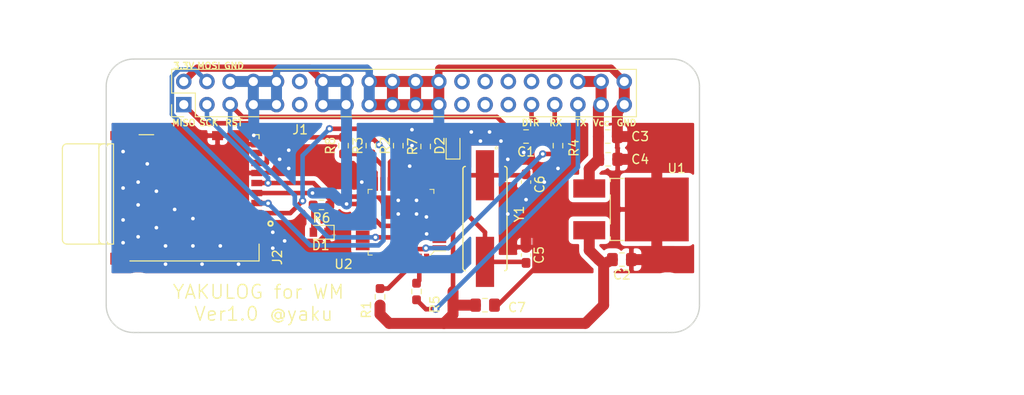
<source format=kicad_pcb>
(kicad_pcb (version 20171130) (host pcbnew "(5.1.5)-3")

  (general
    (thickness 1.6)
    (drawings 28)
    (tracks 332)
    (zones 0)
    (modules 26)
    (nets 49)
  )

  (page A4)
  (title_block
    (title "Raspberry Pi Zero (W) uHAT Template Board")
    (date 2019-02-28)
    (rev 1.0)
    (comment 1 "This PCB design is licensed under MIT Open Source License.")
  )

  (layers
    (0 F.Cu signal hide)
    (31 B.Cu signal hide)
    (32 B.Adhes user)
    (33 F.Adhes user)
    (34 B.Paste user)
    (35 F.Paste user)
    (36 B.SilkS user)
    (37 F.SilkS user)
    (38 B.Mask user)
    (39 F.Mask user)
    (40 Dwgs.User user)
    (41 Cmts.User user)
    (42 Eco1.User user)
    (43 Eco2.User user)
    (44 Edge.Cuts user)
    (45 Margin user)
    (46 B.CrtYd user)
    (47 F.CrtYd user)
    (48 B.Fab user hide)
    (49 F.Fab user hide)
  )

  (setup
    (last_trace_width 0.5)
    (user_trace_width 0.25)
    (user_trace_width 0.4)
    (user_trace_width 0.5)
    (user_trace_width 0.8)
    (user_trace_width 1.2)
    (trace_clearance 0.2)
    (zone_clearance 0.508)
    (zone_45_only no)
    (trace_min 0.2)
    (via_size 0.8)
    (via_drill 0.4)
    (via_min_size 0.4)
    (via_min_drill 0.3)
    (uvia_size 0.3)
    (uvia_drill 0.1)
    (uvias_allowed no)
    (uvia_min_size 0.2)
    (uvia_min_drill 0.1)
    (edge_width 0.15)
    (segment_width 0.2)
    (pcb_text_width 0.3)
    (pcb_text_size 1.5 1.5)
    (mod_edge_width 0.15)
    (mod_text_size 1 1)
    (mod_text_width 0.15)
    (pad_size 1.524 1.524)
    (pad_drill 0.762)
    (pad_to_mask_clearance 0.051)
    (solder_mask_min_width 0.25)
    (aux_axis_origin 0 0)
    (grid_origin 121.032 94.568)
    (visible_elements 7FFFFFFF)
    (pcbplotparams
      (layerselection 0x010fc_ffffffff)
      (usegerberextensions false)
      (usegerberattributes false)
      (usegerberadvancedattributes false)
      (creategerberjobfile false)
      (excludeedgelayer true)
      (linewidth 0.100000)
      (plotframeref false)
      (viasonmask false)
      (mode 1)
      (useauxorigin false)
      (hpglpennumber 1)
      (hpglpenspeed 20)
      (hpglpendiameter 15.000000)
      (psnegative false)
      (psa4output false)
      (plotreference true)
      (plotvalue true)
      (plotinvisibletext false)
      (padsonsilk false)
      (subtractmaskfromsilk false)
      (outputformat 1)
      (mirror false)
      (drillshape 0)
      (scaleselection 1)
      (outputdirectory "D:/Kicad/openlog_v2/yakulog/"))
  )

  (net 0 "")
  (net 1 +3V3)
  (net 2 GND)
  (net 3 RESET)
  (net 4 DTR)
  (net 5 VCC)
  (net 6 "Net-(C5-Pad2)")
  (net 7 "Net-(C6-Pad2)")
  (net 8 "Net-(D1-Pad2)")
  (net 9 "Net-(D2-Pad2)")
  (net 10 TXO)
  (net 11 RXI)
  (net 12 "Net-(J1-Pad34)")
  (net 13 "Net-(J1-Pad32)")
  (net 14 "Net-(J1-Pad26)")
  (net 15 "Net-(J1-Pad25)")
  (net 16 "Net-(J1-Pad12)")
  (net 17 "Net-(J1-Pad11)")
  (net 18 MOSI)
  (net 19 SCK)
  (net 20 INT)
  (net 21 "Net-(J2-Pad8)")
  (net 22 CS)
  (net 23 "Net-(J2-Pad1)")
  (net 24 "Net-(R2-Pad1)")
  (net 25 "Net-(R3-Pad1)")
  (net 26 "Net-(R4-Pad1)")
  (net 27 "Net-(R5-Pad1)")
  (net 28 "Net-(R7-Pad1)")
  (net 29 MISO)
  (net 30 "Net-(U2-Pad32)")
  (net 31 "Net-(U2-Pad28)")
  (net 32 "Net-(U2-Pad27)")
  (net 33 "Net-(U2-Pad26)")
  (net 34 "Net-(U2-Pad24)")
  (net 35 "Net-(U2-Pad23)")
  (net 36 "Net-(U2-Pad22)")
  (net 37 "Net-(U2-Pad19)")
  (net 38 "Net-(U2-Pad13)")
  (net 39 "Net-(U2-Pad12)")
  (net 40 "Net-(U2-Pad11)")
  (net 41 "Net-(U2-Pad10)")
  (net 42 "Net-(U2-Pad2)")
  (net 43 "Net-(U2-Pad1)")
  (net 44 "Net-(R8-Pad1)")
  (net 45 "Net-(J1-Pad30)")
  (net 46 "Net-(J1-Pad29)")
  (net 47 "Net-(J1-Pad28)")
  (net 48 "Net-(J1-Pad27)")

  (net_class Default "This is the default net class."
    (clearance 0.2)
    (trace_width 0.5)
    (via_dia 0.8)
    (via_drill 0.4)
    (uvia_dia 0.3)
    (uvia_drill 0.1)
    (add_net +3V3)
    (add_net CS)
    (add_net DTR)
    (add_net GND)
    (add_net INT)
    (add_net MISO)
    (add_net MOSI)
    (add_net "Net-(C5-Pad2)")
    (add_net "Net-(C6-Pad2)")
    (add_net "Net-(D1-Pad2)")
    (add_net "Net-(D2-Pad2)")
    (add_net "Net-(J1-Pad11)")
    (add_net "Net-(J1-Pad12)")
    (add_net "Net-(J1-Pad25)")
    (add_net "Net-(J1-Pad26)")
    (add_net "Net-(J1-Pad27)")
    (add_net "Net-(J1-Pad28)")
    (add_net "Net-(J1-Pad29)")
    (add_net "Net-(J1-Pad30)")
    (add_net "Net-(J1-Pad32)")
    (add_net "Net-(J1-Pad34)")
    (add_net "Net-(J2-Pad1)")
    (add_net "Net-(J2-Pad8)")
    (add_net "Net-(R2-Pad1)")
    (add_net "Net-(R3-Pad1)")
    (add_net "Net-(R4-Pad1)")
    (add_net "Net-(R5-Pad1)")
    (add_net "Net-(R7-Pad1)")
    (add_net "Net-(R8-Pad1)")
    (add_net "Net-(U2-Pad1)")
    (add_net "Net-(U2-Pad10)")
    (add_net "Net-(U2-Pad11)")
    (add_net "Net-(U2-Pad12)")
    (add_net "Net-(U2-Pad13)")
    (add_net "Net-(U2-Pad19)")
    (add_net "Net-(U2-Pad2)")
    (add_net "Net-(U2-Pad22)")
    (add_net "Net-(U2-Pad23)")
    (add_net "Net-(U2-Pad24)")
    (add_net "Net-(U2-Pad26)")
    (add_net "Net-(U2-Pad27)")
    (add_net "Net-(U2-Pad28)")
    (add_net "Net-(U2-Pad32)")
    (add_net RESET)
    (add_net RXI)
    (add_net SCK)
    (add_net TXO)
    (add_net VCC)
  )

  (net_class PWR ""
    (clearance 0.2)
    (trace_width 1.2)
    (via_dia 0.8)
    (via_drill 0.4)
    (uvia_dia 0.3)
    (uvia_drill 0.1)
  )

  (module esp32:HRS_DM3AT-SF-PEJM5 (layer F.Cu) (tedit 63A13C86) (tstamp 63D0C506)
    (at 134.032 105.868 270)
    (descr "Micro SD card holder with push-to-eject feature.")
    (path /640790DE)
    (fp_text reference J2 (at 6.95 -2.25 90) (layer F.SilkS)
      (effects (font (size 1.001528 1.001528) (thickness 0.15)))
    )
    (fp_text value DM3AT-SF-PEJM5 (at 5.55359 22.58781 90) (layer F.Fab)
      (effects (font (size 1.000772 1.000772) (thickness 0.15)))
    )
    (fp_line (start -6.5 12.9) (end -6.5 11.3) (layer F.SilkS) (width 0.127))
    (fp_text user "PCB Edge" (at -4.75766 15.525 90) (layer F.Fab)
      (effects (font (size 0.480775 0.480775) (thickness 0.15)))
    )
    (fp_circle (center 3.25 -1.5) (end 3.5 -1.5) (layer F.SilkS) (width 0.2))
    (fp_line (start -7.25 16.3) (end -7.25 -1) (layer F.CrtYd) (width 0.05))
    (fp_line (start -5.75 16.3) (end -7.25 16.3) (layer F.CrtYd) (width 0.05))
    (fp_line (start -5.75 21.5) (end -5.75 16.3) (layer F.CrtYd) (width 0.05))
    (fp_line (start 5.75 21.5) (end -5.75 21.5) (layer F.CrtYd) (width 0.05))
    (fp_line (start 5.75 16.3) (end 5.75 21.5) (layer F.CrtYd) (width 0.05))
    (fp_line (start 8.125 16.3) (end 5.75 16.3) (layer F.CrtYd) (width 0.05))
    (fp_line (start 8.125 -1) (end 8.125 16.3) (layer F.CrtYd) (width 0.05))
    (fp_line (start -7.25 -1) (end 8.125 -1) (layer F.CrtYd) (width 0.05))
    (fp_line (start 7.35 -0.25) (end 7.35 13.9) (layer F.SilkS) (width 0.127))
    (fp_line (start 5.5 -0.25) (end 7.35 -0.25) (layer F.SilkS) (width 0.127))
    (fp_line (start -6.5 -0.25) (end -6.5 0.3) (layer F.SilkS) (width 0.127))
    (fp_line (start -6.05 -0.25) (end -6.5 -0.25) (layer F.SilkS) (width 0.127))
    (fp_arc (start -5 20.8) (end -5 21.3) (angle 90) (layer F.SilkS) (width 0.127))
    (fp_line (start -5.5 17.3) (end -5.5 20.8) (layer F.SilkS) (width 0.127))
    (fp_arc (start -5 16.8) (end -5 17.3) (angle 90) (layer F.SilkS) (width 0.127))
    (fp_line (start -5.5 16.5) (end -5.5 16.8) (layer F.SilkS) (width 0.127))
    (fp_arc (start -5 16) (end -5 16.5) (angle 90) (layer F.SilkS) (width 0.127))
    (fp_line (start -5.5 15.7) (end -5.5 16) (layer F.SilkS) (width 0.127))
    (fp_arc (start 5 20.8) (end 5 21.3) (angle -90) (layer F.SilkS) (width 0.127))
    (fp_line (start 5.5 17.3) (end 5.5 20.8) (layer F.SilkS) (width 0.127))
    (fp_arc (start 5 16.8) (end 5 17.3) (angle -90) (layer F.SilkS) (width 0.127))
    (fp_line (start 5.5 16.5) (end 5.5 16.8) (layer F.SilkS) (width 0.127))
    (fp_arc (start 5 16) (end 5 16.5) (angle -90) (layer F.SilkS) (width 0.127))
    (fp_line (start 5.5 15.7) (end 5.5 16) (layer F.SilkS) (width 0.127))
    (fp_line (start 5 21.3) (end -5 21.3) (layer F.SilkS) (width 0.127))
    (fp_line (start -5.5 15.7) (end 5.5 15.7) (layer F.SilkS) (width 0.127))
    (fp_line (start -5.5 17.3) (end -5.5 16.8) (layer F.SilkS) (width 0.127))
    (fp_line (start -5 17.3) (end -5.5 17.3) (layer F.SilkS) (width 0.127))
    (fp_line (start 5 17.3) (end -5 17.3) (layer F.SilkS) (width 0.127))
    (fp_line (start 5.5 17.3) (end 5 17.3) (layer F.SilkS) (width 0.127))
    (fp_line (start 5.5 16.8) (end 5.5 17.3) (layer F.SilkS) (width 0.127))
    (fp_line (start -5.5 16.5) (end -5.5 16) (layer F.SilkS) (width 0.127))
    (fp_line (start -5 16.5) (end -5.5 16.5) (layer F.SilkS) (width 0.127))
    (fp_line (start 5 16.5) (end -5 16.5) (layer F.SilkS) (width 0.127))
    (fp_line (start 5.5 16.5) (end 5 16.5) (layer F.SilkS) (width 0.127))
    (fp_line (start 5.5 16) (end 5.5 16.5) (layer F.SilkS) (width 0.127))
    (fp_line (start -6.5 15.7) (end -6.5 -0.25) (layer F.Fab) (width 0.127))
    (fp_line (start 7.35 15.7) (end -6.5 15.7) (layer F.Fab) (width 0.127))
    (fp_line (start 7.35 -0.25) (end 7.35 15.7) (layer F.Fab) (width 0.127))
    (fp_line (start -6.5 -0.25) (end 7.35 -0.25) (layer F.Fab) (width 0.127))
    (fp_poly (pts (xy 3.3515 14.7) (xy 5.9 14.7) (xy 5.9 16.0572) (xy 3.3515 16.0572)) (layer Dwgs.User) (width 0.01))
    (fp_poly (pts (xy -5.00324 5) (xy 3.7 5) (xy 3.7 6.60427) (xy -5.00324 6.60427)) (layer Dwgs.User) (width 0.01))
    (fp_poly (pts (xy -5.70605 6.3) (xy -5 6.3) (xy -5 13.9148) (xy -5.70605 13.9148)) (layer Dwgs.User) (width 0.01))
    (fp_poly (pts (xy -6.80394 4.9) (xy -6.05 4.9) (xy -6.05 8.50492) (xy -6.80394 8.50492)) (layer Dwgs.User) (width 0.01))
    (fp_poly (pts (xy -6.81306 0.45) (xy -6.05 0.45) (xy -6.05 3.70711) (xy -6.81306 3.70711)) (layer Dwgs.User) (width 0.01))
    (pad P3 smd rect (at 7.1 15.1 270) (size 1.3 1.9) (layers F.Cu F.Paste F.Mask)
      (net 2 GND))
    (pad P2 smd rect (at -6.4 14.65 270) (size 1 2.8) (layers F.Cu F.Paste F.Mask)
      (net 2 GND))
    (pad SWA smd rect (at -6.4 10.5 270) (size 1 0.8) (layers F.Cu F.Paste F.Mask)
      (net 20 INT))
    (pad P1 smd rect (at -6.4 4.3 270) (size 1 1.2) (layers F.Cu F.Paste F.Mask)
      (net 2 GND))
    (pad P4 smd rect (at 4.75 0 270) (size 1 1.2) (layers F.Cu F.Paste F.Mask)
      (net 2 GND))
    (pad SWB smd rect (at -5.45 0 270) (size 0.7 1.2) (layers F.Cu F.Paste F.Mask)
      (net 2 GND))
    (pad 8 smd rect (at -4.5 0 270) (size 0.7 1.2) (layers F.Cu F.Paste F.Mask)
      (net 21 "Net-(J2-Pad8)"))
    (pad 7 smd rect (at -3.4 0 270) (size 0.7 1.2) (layers F.Cu F.Paste F.Mask)
      (net 29 MISO))
    (pad 6 smd rect (at -2.3 0 270) (size 0.7 1.2) (layers F.Cu F.Paste F.Mask)
      (net 2 GND))
    (pad 5 smd rect (at -1.2 0 270) (size 0.7 1.2) (layers F.Cu F.Paste F.Mask)
      (net 19 SCK))
    (pad 4 smd rect (at -0.1 0 270) (size 0.7 1.2) (layers F.Cu F.Paste F.Mask)
      (net 1 +3V3))
    (pad 3 smd rect (at 1 0 270) (size 0.7 1.2) (layers F.Cu F.Paste F.Mask)
      (net 18 MOSI))
    (pad 2 smd rect (at 2.1 0 270) (size 0.7 1.2) (layers F.Cu F.Paste F.Mask)
      (net 22 CS))
    (pad 1 smd rect (at 3.2 0 270) (size 0.7 1.2) (layers F.Cu F.Paste F.Mask)
      (net 23 "Net-(J2-Pad1)"))
  )

  (module resonator:XTAL1170X500X450 (layer F.Cu) (tedit 63D08A2C) (tstamp 63D0C632)
    (at 159.032 108.568 270)
    (path /63E177FD)
    (attr smd)
    (fp_text reference Y1 (at -0.5 -3.75 90) (layer F.SilkS)
      (effects (font (size 1.001449 1.001449) (thickness 0.15)))
    )
    (fp_text value Crystal (at 4.05501 3.537755 90) (layer F.Fab)
      (effects (font (size 1.00248 1.00248) (thickness 0.15)))
    )
    (fp_arc (start 3.428881 0.000001) (end 5.109 1.1429) (angle 55.7712) (layer F.Fab) (width 0.0508))
    (fp_arc (start -3.429048 0.000001) (end -3.429 2.032) (angle 55.7725) (layer F.Fab) (width 0.0508))
    (fp_line (start -3.429 -1.27) (end 3.429 -1.27) (layer F.Fab) (width 0.0508))
    (fp_line (start -3.429 -2.032) (end 3.429 -2.032) (layer F.Fab) (width 0.0508))
    (fp_line (start 3.429 1.27) (end -3.429 1.27) (layer F.Fab) (width 0.0508))
    (fp_line (start -5.461 -2.413) (end 5.461 -2.413) (layer F.SilkS) (width 0.1524))
    (fp_line (start -5.715 -0.381) (end -6.477 -0.381) (layer F.Fab) (width 0.1524))
    (fp_line (start -5.715 0.381) (end -6.477 0.381) (layer F.Fab) (width 0.1524))
    (fp_line (start -6.477 -0.381) (end -6.477 0.381) (layer F.Fab) (width 0.1524))
    (fp_arc (start -5.461 -2.159) (end -5.461 -2.413) (angle -90) (layer F.SilkS) (width 0.1524))
    (fp_line (start -5.715 -1.143) (end -5.715 1.143) (layer F.Fab) (width 0.1524))
    (fp_arc (start -3.42902 0.000001) (end -3.429 -1.27) (angle -25.8428) (layer F.Fab) (width 0.0508))
    (fp_arc (start -3.42902 -0.000001) (end -3.429 1.27) (angle 25.8428) (layer F.Fab) (width 0.0508))
    (fp_arc (start -3.428927 0) (end -3.429 -2.0321) (angle -55.771) (layer F.Fab) (width 0.0508))
    (fp_arc (start -3.429006 0) (end -3.9826 1.143) (angle 128.315) (layer F.Fab) (width 0.0508))
    (fp_arc (start -3.429 0) (end -5.1091 1.143) (angle 68.4562) (layer F.Fab) (width 0.0508))
    (fp_arc (start 3.429048 -0.000001) (end 5.1091 -1.143) (angle -55.7725) (layer F.Fab) (width 0.0508))
    (fp_arc (start 3.429006 0) (end 3.9826 1.143) (angle -128.315) (layer F.Fab) (width 0.0508))
    (fp_arc (start 3.42902 0.000001) (end 3.9826 -1.143) (angle -25.8428) (layer F.Fab) (width 0.0508))
    (fp_arc (start 3.42902 -0.000001) (end 3.9826 1.143) (angle 25.8428) (layer F.Fab) (width 0.0508))
    (fp_line (start 6.477 -0.381) (end 6.477 0.381) (layer F.Fab) (width 0.1524))
    (fp_arc (start 3.429 0) (end 5.1091 1.143) (angle -68.4562) (layer F.Fab) (width 0.0508))
    (fp_line (start 5.715 -1.143) (end 5.715 -0.381) (layer F.Fab) (width 0.1524))
    (fp_line (start 5.715 -0.381) (end 5.715 0.381) (layer F.Fab) (width 0.1524))
    (fp_line (start 5.715 0.381) (end 5.715 1.143) (layer F.Fab) (width 0.1524))
    (fp_arc (start 5.461 -2.159) (end 5.715 -2.159) (angle -90) (layer F.SilkS) (width 0.1524))
    (fp_line (start 5.715 -0.381) (end 6.477 -0.381) (layer F.Fab) (width 0.1524))
    (fp_line (start 5.715 0.381) (end 6.477 0.381) (layer F.Fab) (width 0.1524))
    (fp_line (start 3.429 2.032) (end -3.429 2.032) (layer F.Fab) (width 0.0508))
    (fp_line (start -5.461 2.413) (end 5.461 2.413) (layer F.SilkS) (width 0.1524))
    (fp_arc (start -5.461 2.159) (end -5.461 2.413) (angle 90) (layer F.SilkS) (width 0.1524))
    (fp_arc (start 5.461 2.159) (end 5.715 2.159) (angle 90) (layer F.SilkS) (width 0.1524))
    (fp_line (start -0.254 -0.635) (end -0.254 0.635) (layer F.Fab) (width 0.1524))
    (fp_line (start -0.254 0.635) (end 0.254 0.635) (layer F.Fab) (width 0.1524))
    (fp_line (start 0.254 0.635) (end 0.254 -0.635) (layer F.Fab) (width 0.1524))
    (fp_line (start 0.254 -0.635) (end -0.254 -0.635) (layer F.Fab) (width 0.1524))
    (fp_line (start -0.635 -0.635) (end -0.635 0) (layer F.Fab) (width 0.1524))
    (fp_line (start -0.635 0) (end -0.635 0.635) (layer F.Fab) (width 0.1524))
    (fp_line (start -0.635 0) (end -1.143 0) (layer F.Fab) (width 0.0508))
    (fp_line (start 0.635 -0.635) (end 0.635 0) (layer F.Fab) (width 0.1524))
    (fp_line (start 0.635 0) (end 0.635 0.635) (layer F.Fab) (width 0.1524))
    (fp_line (start 0.635 0) (end 1.143 0) (layer F.Fab) (width 0.0508))
    (fp_line (start -6 -1.5) (end -8 -1.5) (layer F.CrtYd) (width 0.127))
    (fp_line (start -8 -1.5) (end -8 1.5) (layer F.CrtYd) (width 0.127))
    (fp_line (start -8 1.5) (end -6 1.5) (layer F.CrtYd) (width 0.127))
    (fp_line (start -6 1.5) (end -6 2.75) (layer F.CrtYd) (width 0.127))
    (fp_line (start -6 2.75) (end 6 2.75) (layer F.CrtYd) (width 0.127))
    (fp_line (start 6 2.75) (end 6 1.5) (layer F.CrtYd) (width 0.127))
    (fp_line (start 6 1.5) (end 8 1.5) (layer F.CrtYd) (width 0.127))
    (fp_line (start 8 1.5) (end 8 -1.5) (layer F.CrtYd) (width 0.127))
    (fp_line (start 8 -1.5) (end 6 -1.5) (layer F.CrtYd) (width 0.127))
    (fp_line (start 6 -1.5) (end 6 -2.75) (layer F.CrtYd) (width 0.127))
    (fp_line (start 6 -2.75) (end -6 -2.75) (layer F.CrtYd) (width 0.127))
    (fp_line (start -6 -2.75) (end -6 -1.5) (layer F.CrtYd) (width 0.127))
    (fp_circle (center -7.75 -1.25) (end -7.623 -1.25) (layer F.SilkS) (width 0.1))
    (pad 1 smd rect (at -4.75 0 270) (size 5.5 2) (layers F.Cu F.Paste F.Mask)
      (net 7 "Net-(C6-Pad2)"))
    (pad 2 smd rect (at 4.75 0 270) (size 5.5 2) (layers F.Cu F.Paste F.Mask)
      (net 6 "Net-(C5-Pad2)"))
  )

  (module digikey-footprints:TQFP-32_7x7mm (layer F.Cu) (tedit 5D28AA5E) (tstamp 63D0C5F5)
    (at 149.832 108.968 180)
    (descr http://www.atmel.com/Images/Atmel-8826-SEEPROM-PCB-Mounting-Guidelines-Surface-Mount-Packages-ApplicationNote.pdf)
    (path /63D0AC3D)
    (attr smd)
    (fp_text reference U2 (at 6.3 -4.6) (layer F.SilkS)
      (effects (font (size 1 1) (thickness 0.15)))
    )
    (fp_text value ATmega328-AU_yaku (at 0 6.2) (layer F.Fab)
      (effects (font (size 1 1) (thickness 0.15)))
    )
    (fp_text user %R (at 0 0) (layer F.Fab)
      (effects (font (size 1 1) (thickness 0.15)))
    )
    (fp_line (start -5.2 5.2) (end 5.2 5.2) (layer F.CrtYd) (width 0.05))
    (fp_line (start -5.2 -5.2) (end -5.2 5.2) (layer F.CrtYd) (width 0.05))
    (fp_line (start 5.2 -5.2) (end 5.2 5.2) (layer F.CrtYd) (width 0.05))
    (fp_line (start -5.2 -5.2) (end 5.2 -5.2) (layer F.CrtYd) (width 0.05))
    (fp_line (start -3.15 -3.6) (end -3.25 -3.6) (layer F.SilkS) (width 0.1))
    (fp_line (start -3.25 -3.6) (end -3.6 -3.25) (layer F.SilkS) (width 0.1))
    (fp_line (start -3.6 -3.25) (end -3.6 -3.15) (layer F.SilkS) (width 0.1))
    (fp_line (start -3.6 -3.15) (end -4.9 -3.15) (layer F.SilkS) (width 0.1))
    (fp_line (start 3.6 -3.6) (end 3.15 -3.6) (layer F.SilkS) (width 0.1))
    (fp_line (start 3.6 -3.6) (end 3.6 -3.15) (layer F.SilkS) (width 0.1))
    (fp_line (start 3.6 3.6) (end 3.6 3.15) (layer F.SilkS) (width 0.1))
    (fp_line (start 3.6 3.6) (end 3.15 3.6) (layer F.SilkS) (width 0.1))
    (fp_line (start -3.6 3.6) (end -3.15 3.6) (layer F.SilkS) (width 0.1))
    (fp_line (start -3.6 3.6) (end -3.6 3.15) (layer F.SilkS) (width 0.1))
    (fp_line (start -3.5 -3.2) (end -3.5 3.5) (layer F.Fab) (width 0.1))
    (fp_line (start -3.2 -3.5) (end 3.5 -3.5) (layer F.Fab) (width 0.1))
    (fp_line (start -3.5 -3.2) (end -3.2 -3.5) (layer F.Fab) (width 0.1))
    (fp_line (start -3.5 3.5) (end 3.5 3.5) (layer F.Fab) (width 0.1))
    (fp_line (start 3.5 -3.5) (end 3.5 3.5) (layer F.Fab) (width 0.1))
    (pad 9 smd rect (at -2.8 4.2 180) (size 0.55 1.5) (layers F.Cu F.Paste F.Mask)
      (net 28 "Net-(R7-Pad1)"))
    (pad 1 smd rect (at -4.2 -2.8 180) (size 1.5 0.55) (layers F.Cu F.Paste F.Mask)
      (net 43 "Net-(U2-Pad1)"))
    (pad 2 smd rect (at -4.2 -2 180) (size 1.5 0.55) (layers F.Cu F.Paste F.Mask)
      (net 42 "Net-(U2-Pad2)"))
    (pad 3 smd rect (at -4.2 -1.2 180) (size 1.5 0.55) (layers F.Cu F.Paste F.Mask)
      (net 2 GND))
    (pad 4 smd rect (at -4.2 -0.4 180) (size 1.5 0.55) (layers F.Cu F.Paste F.Mask)
      (net 1 +3V3))
    (pad 5 smd rect (at -4.2 0.4 180) (size 1.5 0.55) (layers F.Cu F.Paste F.Mask)
      (net 2 GND))
    (pad 6 smd rect (at -4.2 1.2 180) (size 1.5 0.55) (layers F.Cu F.Paste F.Mask)
      (net 1 +3V3))
    (pad 7 smd rect (at -4.2 2 180) (size 1.5 0.55) (layers F.Cu F.Paste F.Mask)
      (net 6 "Net-(C5-Pad2)"))
    (pad 8 smd rect (at -4.2 2.8 180) (size 1.5 0.55) (layers F.Cu F.Paste F.Mask)
      (net 7 "Net-(C6-Pad2)"))
    (pad 10 smd rect (at -2 4.2 180) (size 0.55 1.5) (layers F.Cu F.Paste F.Mask)
      (net 41 "Net-(U2-Pad10)"))
    (pad 11 smd rect (at -1.2 4.2 180) (size 0.55 1.5) (layers F.Cu F.Paste F.Mask)
      (net 40 "Net-(U2-Pad11)"))
    (pad 12 smd rect (at -0.4 4.2 180) (size 0.55 1.5) (layers F.Cu F.Paste F.Mask)
      (net 39 "Net-(U2-Pad12)"))
    (pad 13 smd rect (at 0.4 4.2 180) (size 0.55 1.5) (layers F.Cu F.Paste F.Mask)
      (net 38 "Net-(U2-Pad13)"))
    (pad 14 smd rect (at 1.2 4.2 180) (size 0.55 1.5) (layers F.Cu F.Paste F.Mask)
      (net 24 "Net-(R2-Pad1)"))
    (pad 15 smd rect (at 2 4.2 180) (size 0.55 1.5) (layers F.Cu F.Paste F.Mask)
      (net 25 "Net-(R3-Pad1)"))
    (pad 16 smd rect (at 2.8 4.2 180) (size 0.55 1.5) (layers F.Cu F.Paste F.Mask)
      (net 44 "Net-(R8-Pad1)"))
    (pad 17 smd rect (at 4.2 2.8 180) (size 1.5 0.55) (layers F.Cu F.Paste F.Mask)
      (net 19 SCK))
    (pad 18 smd rect (at 4.2 2 180) (size 1.5 0.55) (layers F.Cu F.Paste F.Mask)
      (net 1 +3V3))
    (pad 19 smd rect (at 4.2 1.2 180) (size 1.5 0.55) (layers F.Cu F.Paste F.Mask)
      (net 37 "Net-(U2-Pad19)"))
    (pad 20 smd rect (at 4.2 0.4 180) (size 1.5 0.55) (layers F.Cu F.Paste F.Mask)
      (net 1 +3V3))
    (pad 21 smd rect (at 4.2 -0.4 180) (size 1.5 0.55) (layers F.Cu F.Paste F.Mask)
      (net 2 GND))
    (pad 22 smd rect (at 4.2 -1.2 180) (size 1.5 0.55) (layers F.Cu F.Paste F.Mask)
      (net 36 "Net-(U2-Pad22)"))
    (pad 23 smd rect (at 4.2 -2 180) (size 1.5 0.55) (layers F.Cu F.Paste F.Mask)
      (net 35 "Net-(U2-Pad23)"))
    (pad 24 smd rect (at 4.2 -2.8 180) (size 1.5 0.55) (layers F.Cu F.Paste F.Mask)
      (net 34 "Net-(U2-Pad24)"))
    (pad 25 smd rect (at 2.8 -4.2 180) (size 0.55 1.5) (layers F.Cu F.Paste F.Mask)
      (net 20 INT))
    (pad 26 smd rect (at 2 -4.2 180) (size 0.55 1.5) (layers F.Cu F.Paste F.Mask)
      (net 33 "Net-(U2-Pad26)"))
    (pad 27 smd rect (at 1.2 -4.2 180) (size 0.55 1.5) (layers F.Cu F.Paste F.Mask)
      (net 32 "Net-(U2-Pad27)"))
    (pad 28 smd rect (at 0.4 -4.2 180) (size 0.55 1.5) (layers F.Cu F.Paste F.Mask)
      (net 31 "Net-(U2-Pad28)"))
    (pad 29 smd rect (at -0.4 -4.2 180) (size 0.55 1.5) (layers F.Cu F.Paste F.Mask)
      (net 3 RESET))
    (pad 30 smd rect (at -1.2 -4.2 180) (size 0.55 1.5) (layers F.Cu F.Paste F.Mask)
      (net 26 "Net-(R4-Pad1)"))
    (pad 31 smd rect (at -2 -4.2 180) (size 0.55 1.5) (layers F.Cu F.Paste F.Mask)
      (net 27 "Net-(R5-Pad1)"))
    (pad 32 smd rect (at -2.8 -4.2 180) (size 0.55 1.5) (layers F.Cu F.Paste F.Mask)
      (net 30 "Net-(U2-Pad32)"))
  )

  (module TO_SOT_Packages_SMD:TO-252-2_Rectifier (layer F.Cu) (tedit 59007EE9) (tstamp 63D0C5BD)
    (at 175.032 107.568)
    (descr TO-252-2)
    (tags "TO-252-2 Rectifier")
    (path /63D33A5B)
    (attr smd)
    (fp_text reference U1 (at 5 -4.5) (layer F.SilkS)
      (effects (font (size 1 1) (thickness 0.15)))
    )
    (fp_text value NJM2845-3.3 (at -0.625 4.8) (layer F.Fab)
      (effects (font (size 1 1) (thickness 0.15)))
    )
    (fp_line (start -6.58 3.75) (end -6.58 -3.75) (layer F.CrtYd) (width 0.05))
    (fp_line (start -6.58 3.75) (end 6.58 3.75) (layer F.CrtYd) (width 0.05))
    (fp_line (start 6.58 -3.75) (end -6.58 -3.75) (layer F.CrtYd) (width 0.05))
    (fp_line (start 6.58 -3.75) (end 6.58 3.75) (layer F.CrtYd) (width 0.05))
    (fp_line (start -2.195 3.35) (end -2.195 -3.35) (layer F.Fab) (width 0.1))
    (fp_line (start 3.795 -3.35) (end -2.195 -3.35) (layer F.Fab) (width 0.1))
    (fp_line (start 3.795 3.35) (end 3.795 -3.35) (layer F.Fab) (width 0.1))
    (fp_line (start -2.195 3.35) (end 3.795 3.35) (layer F.Fab) (width 0.1))
    (fp_line (start -2.195 -2.87) (end -5.105 -2.87) (layer F.Fab) (width 0.1))
    (fp_line (start -5.105 -1.73) (end -2.195 -1.73) (layer F.Fab) (width 0.1))
    (fp_line (start -5.105 -2.87) (end -5.105 -1.73) (layer F.Fab) (width 0.1))
    (fp_line (start -5.105 1.73) (end -5.105 2.87) (layer F.Fab) (width 0.1))
    (fp_line (start -5.105 2.87) (end -2.195 2.87) (layer F.Fab) (width 0.1))
    (fp_line (start -2.195 1.73) (end -5.105 1.73) (layer F.Fab) (width 0.1))
    (fp_line (start 5.005 2.71) (end 3.795 2.71) (layer F.Fab) (width 0.1))
    (fp_line (start 5.005 -2.71) (end 5.005 2.71) (layer F.Fab) (width 0.1))
    (fp_line (start 3.805 -2.71) (end 5.005 -2.71) (layer F.Fab) (width 0.1))
    (fp_line (start -2.275 3.4) (end -2.275 3) (layer F.SilkS) (width 0.12))
    (fp_line (start -0.775 3.4) (end -2.275 3.4) (layer F.SilkS) (width 0.12))
    (fp_line (start -2.275 1.6) (end -2.275 -1.6) (layer F.SilkS) (width 0.12))
    (fp_line (start -2.275 -3.4) (end -0.775 -3.4) (layer F.SilkS) (width 0.12))
    (fp_line (start -2.275 -3.05) (end -2.275 -3.4) (layer F.SilkS) (width 0.12))
    (fp_text user %R (at -0.05 0) (layer F.Fab)
      (effects (font (size 1 1) (thickness 0.15)))
    )
    (pad 2 smd rect (at 2.825 0 270) (size 7 7) (layers F.Cu F.Paste F.Mask)
      (net 2 GND))
    (pad 3 smd rect (at -4.575 2.28 270) (size 2 3.5) (layers F.Cu F.Paste F.Mask)
      (net 1 +3V3))
    (pad 1 smd rect (at -4.575 -2.3 270) (size 2 3.5) (layers F.Cu F.Paste F.Mask)
      (net 5 VCC))
    (model ${KISYS3DMOD}/TO_SOT_Packages_SMD.3dshapes\TO-252-2.wrl
      (at (xyz 0 0 0))
      (scale (xyz 1 1 1))
      (rotate (xyz 0 0 0))
    )
  )

  (module Resistor_SMD:R_0603_1608Metric_Pad0.98x0.95mm_HandSolder (layer F.Cu) (tedit 5F68FEEE) (tstamp 63D0C58E)
    (at 143.532 100.568 90)
    (descr "Resistor SMD 0603 (1608 Metric), square (rectangular) end terminal, IPC_7351 nominal with elongated pad for handsoldering. (Body size source: IPC-SM-782 page 72, https://www.pcb-3d.com/wordpress/wp-content/uploads/ipc-sm-782a_amendment_1_and_2.pdf), generated with kicad-footprint-generator")
    (tags "resistor handsolder")
    (path /63DEE7C4)
    (attr smd)
    (fp_text reference R8 (at 0 -1.43 90) (layer F.SilkS)
      (effects (font (size 1 1) (thickness 0.15)))
    )
    (fp_text value 100 (at 0 1.43 90) (layer F.Fab)
      (effects (font (size 1 1) (thickness 0.15)))
    )
    (fp_text user %R (at 0 0 90) (layer F.Fab)
      (effects (font (size 0.4 0.4) (thickness 0.06)))
    )
    (fp_line (start 1.65 0.73) (end -1.65 0.73) (layer F.CrtYd) (width 0.05))
    (fp_line (start 1.65 -0.73) (end 1.65 0.73) (layer F.CrtYd) (width 0.05))
    (fp_line (start -1.65 -0.73) (end 1.65 -0.73) (layer F.CrtYd) (width 0.05))
    (fp_line (start -1.65 0.73) (end -1.65 -0.73) (layer F.CrtYd) (width 0.05))
    (fp_line (start -0.254724 0.5225) (end 0.254724 0.5225) (layer F.SilkS) (width 0.12))
    (fp_line (start -0.254724 -0.5225) (end 0.254724 -0.5225) (layer F.SilkS) (width 0.12))
    (fp_line (start 0.8 0.4125) (end -0.8 0.4125) (layer F.Fab) (width 0.1))
    (fp_line (start 0.8 -0.4125) (end 0.8 0.4125) (layer F.Fab) (width 0.1))
    (fp_line (start -0.8 -0.4125) (end 0.8 -0.4125) (layer F.Fab) (width 0.1))
    (fp_line (start -0.8 0.4125) (end -0.8 -0.4125) (layer F.Fab) (width 0.1))
    (pad 2 smd roundrect (at 0.9125 0 90) (size 0.975 0.95) (layers F.Cu F.Paste F.Mask) (roundrect_rratio 0.25)
      (net 29 MISO))
    (pad 1 smd roundrect (at -0.9125 0 90) (size 0.975 0.95) (layers F.Cu F.Paste F.Mask) (roundrect_rratio 0.25)
      (net 44 "Net-(R8-Pad1)"))
    (model ${KICAD6_3DMODEL_DIR}/Resistor_SMD.3dshapes/R_0603_1608Metric.wrl
      (at (xyz 0 0 0))
      (scale (xyz 1 1 1))
      (rotate (xyz 0 0 0))
    )
  )

  (module Resistor_SMD:R_0603_1608Metric_Pad0.98x0.95mm_HandSolder (layer F.Cu) (tedit 5F68FEEE) (tstamp 63D0C57D)
    (at 152.532 100.656 90)
    (descr "Resistor SMD 0603 (1608 Metric), square (rectangular) end terminal, IPC_7351 nominal with elongated pad for handsoldering. (Body size source: IPC-SM-782 page 72, https://www.pcb-3d.com/wordpress/wp-content/uploads/ipc-sm-782a_amendment_1_and_2.pdf), generated with kicad-footprint-generator")
    (tags "resistor handsolder")
    (path /63D54478)
    (attr smd)
    (fp_text reference R7 (at 0 -1.43 90) (layer F.SilkS)
      (effects (font (size 1 1) (thickness 0.15)))
    )
    (fp_text value 1k (at 0 1.43 90) (layer F.Fab)
      (effects (font (size 1 1) (thickness 0.15)))
    )
    (fp_text user %R (at 0 0 90) (layer F.Fab)
      (effects (font (size 0.4 0.4) (thickness 0.06)))
    )
    (fp_line (start 1.65 0.73) (end -1.65 0.73) (layer F.CrtYd) (width 0.05))
    (fp_line (start 1.65 -0.73) (end 1.65 0.73) (layer F.CrtYd) (width 0.05))
    (fp_line (start -1.65 -0.73) (end 1.65 -0.73) (layer F.CrtYd) (width 0.05))
    (fp_line (start -1.65 0.73) (end -1.65 -0.73) (layer F.CrtYd) (width 0.05))
    (fp_line (start -0.254724 0.5225) (end 0.254724 0.5225) (layer F.SilkS) (width 0.12))
    (fp_line (start -0.254724 -0.5225) (end 0.254724 -0.5225) (layer F.SilkS) (width 0.12))
    (fp_line (start 0.8 0.4125) (end -0.8 0.4125) (layer F.Fab) (width 0.1))
    (fp_line (start 0.8 -0.4125) (end 0.8 0.4125) (layer F.Fab) (width 0.1))
    (fp_line (start -0.8 -0.4125) (end 0.8 -0.4125) (layer F.Fab) (width 0.1))
    (fp_line (start -0.8 0.4125) (end -0.8 -0.4125) (layer F.Fab) (width 0.1))
    (pad 2 smd roundrect (at 0.9125 0 90) (size 0.975 0.95) (layers F.Cu F.Paste F.Mask) (roundrect_rratio 0.25)
      (net 9 "Net-(D2-Pad2)"))
    (pad 1 smd roundrect (at -0.9125 0 90) (size 0.975 0.95) (layers F.Cu F.Paste F.Mask) (roundrect_rratio 0.25)
      (net 28 "Net-(R7-Pad1)"))
    (model ${KICAD6_3DMODEL_DIR}/Resistor_SMD.3dshapes/R_0603_1608Metric.wrl
      (at (xyz 0 0 0))
      (scale (xyz 1 1 1))
      (rotate (xyz 0 0 0))
    )
  )

  (module Resistor_SMD:R_0603_1608Metric_Pad0.98x0.95mm_HandSolder (layer F.Cu) (tedit 5F68FEEE) (tstamp 63D0C56C)
    (at 141.12 107.068 180)
    (descr "Resistor SMD 0603 (1608 Metric), square (rectangular) end terminal, IPC_7351 nominal with elongated pad for handsoldering. (Body size source: IPC-SM-782 page 72, https://www.pcb-3d.com/wordpress/wp-content/uploads/ipc-sm-782a_amendment_1_and_2.pdf), generated with kicad-footprint-generator")
    (tags "resistor handsolder")
    (path /63D27338)
    (attr smd)
    (fp_text reference R6 (at 0 -1.43) (layer F.SilkS)
      (effects (font (size 1 1) (thickness 0.15)))
    )
    (fp_text value 1k (at 0 1.43) (layer F.Fab)
      (effects (font (size 1 1) (thickness 0.15)))
    )
    (fp_text user %R (at 0 0) (layer F.Fab)
      (effects (font (size 0.4 0.4) (thickness 0.06)))
    )
    (fp_line (start 1.65 0.73) (end -1.65 0.73) (layer F.CrtYd) (width 0.05))
    (fp_line (start 1.65 -0.73) (end 1.65 0.73) (layer F.CrtYd) (width 0.05))
    (fp_line (start -1.65 -0.73) (end 1.65 -0.73) (layer F.CrtYd) (width 0.05))
    (fp_line (start -1.65 0.73) (end -1.65 -0.73) (layer F.CrtYd) (width 0.05))
    (fp_line (start -0.254724 0.5225) (end 0.254724 0.5225) (layer F.SilkS) (width 0.12))
    (fp_line (start -0.254724 -0.5225) (end 0.254724 -0.5225) (layer F.SilkS) (width 0.12))
    (fp_line (start 0.8 0.4125) (end -0.8 0.4125) (layer F.Fab) (width 0.1))
    (fp_line (start 0.8 -0.4125) (end 0.8 0.4125) (layer F.Fab) (width 0.1))
    (fp_line (start -0.8 -0.4125) (end 0.8 -0.4125) (layer F.Fab) (width 0.1))
    (fp_line (start -0.8 0.4125) (end -0.8 -0.4125) (layer F.Fab) (width 0.1))
    (pad 2 smd roundrect (at 0.9125 0 180) (size 0.975 0.95) (layers F.Cu F.Paste F.Mask) (roundrect_rratio 0.25)
      (net 8 "Net-(D1-Pad2)"))
    (pad 1 smd roundrect (at -0.9125 0 180) (size 0.975 0.95) (layers F.Cu F.Paste F.Mask) (roundrect_rratio 0.25)
      (net 19 SCK))
    (model ${KICAD6_3DMODEL_DIR}/Resistor_SMD.3dshapes/R_0603_1608Metric.wrl
      (at (xyz 0 0 0))
      (scale (xyz 1 1 1))
      (rotate (xyz 0 0 0))
    )
  )

  (module Resistor_SMD:R_0603_1608Metric_Pad0.98x0.95mm_HandSolder (layer F.Cu) (tedit 5F68FEEE) (tstamp 63D0C55B)
    (at 151.532 116.568 270)
    (descr "Resistor SMD 0603 (1608 Metric), square (rectangular) end terminal, IPC_7351 nominal with elongated pad for handsoldering. (Body size source: IPC-SM-782 page 72, https://www.pcb-3d.com/wordpress/wp-content/uploads/ipc-sm-782a_amendment_1_and_2.pdf), generated with kicad-footprint-generator")
    (tags "resistor handsolder")
    (path /63D129EB)
    (attr smd)
    (fp_text reference R5 (at 1.4125 -2 90) (layer F.SilkS)
      (effects (font (size 1 1) (thickness 0.15)))
    )
    (fp_text value 100 (at 0 1.43 90) (layer F.Fab)
      (effects (font (size 1 1) (thickness 0.15)))
    )
    (fp_text user %R (at 0 0 90) (layer F.Fab)
      (effects (font (size 0.4 0.4) (thickness 0.06)))
    )
    (fp_line (start 1.65 0.73) (end -1.65 0.73) (layer F.CrtYd) (width 0.05))
    (fp_line (start 1.65 -0.73) (end 1.65 0.73) (layer F.CrtYd) (width 0.05))
    (fp_line (start -1.65 -0.73) (end 1.65 -0.73) (layer F.CrtYd) (width 0.05))
    (fp_line (start -1.65 0.73) (end -1.65 -0.73) (layer F.CrtYd) (width 0.05))
    (fp_line (start -0.254724 0.5225) (end 0.254724 0.5225) (layer F.SilkS) (width 0.12))
    (fp_line (start -0.254724 -0.5225) (end 0.254724 -0.5225) (layer F.SilkS) (width 0.12))
    (fp_line (start 0.8 0.4125) (end -0.8 0.4125) (layer F.Fab) (width 0.1))
    (fp_line (start 0.8 -0.4125) (end 0.8 0.4125) (layer F.Fab) (width 0.1))
    (fp_line (start -0.8 -0.4125) (end 0.8 -0.4125) (layer F.Fab) (width 0.1))
    (fp_line (start -0.8 0.4125) (end -0.8 -0.4125) (layer F.Fab) (width 0.1))
    (pad 2 smd roundrect (at 0.9125 0 270) (size 0.975 0.95) (layers F.Cu F.Paste F.Mask) (roundrect_rratio 0.25)
      (net 10 TXO))
    (pad 1 smd roundrect (at -0.9125 0 270) (size 0.975 0.95) (layers F.Cu F.Paste F.Mask) (roundrect_rratio 0.25)
      (net 27 "Net-(R5-Pad1)"))
    (model ${KICAD6_3DMODEL_DIR}/Resistor_SMD.3dshapes/R_0603_1608Metric.wrl
      (at (xyz 0 0 0))
      (scale (xyz 1 1 1))
      (rotate (xyz 0 0 0))
    )
  )

  (module Resistor_SMD:R_0603_1608Metric_Pad0.98x0.95mm_HandSolder (layer F.Cu) (tedit 5F68FEEE) (tstamp 63D0C54A)
    (at 167.032 100.568 90)
    (descr "Resistor SMD 0603 (1608 Metric), square (rectangular) end terminal, IPC_7351 nominal with elongated pad for handsoldering. (Body size source: IPC-SM-782 page 72, https://www.pcb-3d.com/wordpress/wp-content/uploads/ipc-sm-782a_amendment_1_and_2.pdf), generated with kicad-footprint-generator")
    (tags "resistor handsolder")
    (path /63D129F1)
    (attr smd)
    (fp_text reference R4 (at -0.25 1.75 90) (layer F.SilkS)
      (effects (font (size 1 1) (thickness 0.15)))
    )
    (fp_text value 100 (at 0 1.43 90) (layer F.Fab)
      (effects (font (size 1 1) (thickness 0.15)))
    )
    (fp_text user %R (at 0 0 90) (layer F.Fab)
      (effects (font (size 0.4 0.4) (thickness 0.06)))
    )
    (fp_line (start 1.65 0.73) (end -1.65 0.73) (layer F.CrtYd) (width 0.05))
    (fp_line (start 1.65 -0.73) (end 1.65 0.73) (layer F.CrtYd) (width 0.05))
    (fp_line (start -1.65 -0.73) (end 1.65 -0.73) (layer F.CrtYd) (width 0.05))
    (fp_line (start -1.65 0.73) (end -1.65 -0.73) (layer F.CrtYd) (width 0.05))
    (fp_line (start -0.254724 0.5225) (end 0.254724 0.5225) (layer F.SilkS) (width 0.12))
    (fp_line (start -0.254724 -0.5225) (end 0.254724 -0.5225) (layer F.SilkS) (width 0.12))
    (fp_line (start 0.8 0.4125) (end -0.8 0.4125) (layer F.Fab) (width 0.1))
    (fp_line (start 0.8 -0.4125) (end 0.8 0.4125) (layer F.Fab) (width 0.1))
    (fp_line (start -0.8 -0.4125) (end 0.8 -0.4125) (layer F.Fab) (width 0.1))
    (fp_line (start -0.8 0.4125) (end -0.8 -0.4125) (layer F.Fab) (width 0.1))
    (pad 2 smd roundrect (at 0.9125 0 90) (size 0.975 0.95) (layers F.Cu F.Paste F.Mask) (roundrect_rratio 0.25)
      (net 11 RXI))
    (pad 1 smd roundrect (at -0.9125 0 90) (size 0.975 0.95) (layers F.Cu F.Paste F.Mask) (roundrect_rratio 0.25)
      (net 26 "Net-(R4-Pad1)"))
    (model ${KICAD6_3DMODEL_DIR}/Resistor_SMD.3dshapes/R_0603_1608Metric.wrl
      (at (xyz 0 0 0))
      (scale (xyz 1 1 1))
      (rotate (xyz 0 0 0))
    )
  )

  (module Resistor_SMD:R_0603_1608Metric_Pad0.98x0.95mm_HandSolder (layer F.Cu) (tedit 5F68FEEE) (tstamp 63D0C539)
    (at 146.532 100.568 90)
    (descr "Resistor SMD 0603 (1608 Metric), square (rectangular) end terminal, IPC_7351 nominal with elongated pad for handsoldering. (Body size source: IPC-SM-782 page 72, https://www.pcb-3d.com/wordpress/wp-content/uploads/ipc-sm-782a_amendment_1_and_2.pdf), generated with kicad-footprint-generator")
    (tags "resistor handsolder")
    (path /63C9935A)
    (attr smd)
    (fp_text reference R3 (at 0 -1.43 90) (layer F.SilkS)
      (effects (font (size 1 1) (thickness 0.15)))
    )
    (fp_text value 100 (at 0 1.43 90) (layer F.Fab)
      (effects (font (size 1 1) (thickness 0.15)))
    )
    (fp_text user %R (at 0 0 90) (layer F.Fab)
      (effects (font (size 0.4 0.4) (thickness 0.06)))
    )
    (fp_line (start 1.65 0.73) (end -1.65 0.73) (layer F.CrtYd) (width 0.05))
    (fp_line (start 1.65 -0.73) (end 1.65 0.73) (layer F.CrtYd) (width 0.05))
    (fp_line (start -1.65 -0.73) (end 1.65 -0.73) (layer F.CrtYd) (width 0.05))
    (fp_line (start -1.65 0.73) (end -1.65 -0.73) (layer F.CrtYd) (width 0.05))
    (fp_line (start -0.254724 0.5225) (end 0.254724 0.5225) (layer F.SilkS) (width 0.12))
    (fp_line (start -0.254724 -0.5225) (end 0.254724 -0.5225) (layer F.SilkS) (width 0.12))
    (fp_line (start 0.8 0.4125) (end -0.8 0.4125) (layer F.Fab) (width 0.1))
    (fp_line (start 0.8 -0.4125) (end 0.8 0.4125) (layer F.Fab) (width 0.1))
    (fp_line (start -0.8 -0.4125) (end 0.8 -0.4125) (layer F.Fab) (width 0.1))
    (fp_line (start -0.8 0.4125) (end -0.8 -0.4125) (layer F.Fab) (width 0.1))
    (pad 2 smd roundrect (at 0.9125 0 90) (size 0.975 0.95) (layers F.Cu F.Paste F.Mask) (roundrect_rratio 0.25)
      (net 18 MOSI))
    (pad 1 smd roundrect (at -0.9125 0 90) (size 0.975 0.95) (layers F.Cu F.Paste F.Mask) (roundrect_rratio 0.25)
      (net 25 "Net-(R3-Pad1)"))
    (model ${KICAD6_3DMODEL_DIR}/Resistor_SMD.3dshapes/R_0603_1608Metric.wrl
      (at (xyz 0 0 0))
      (scale (xyz 1 1 1))
      (rotate (xyz 0 0 0))
    )
  )

  (module Resistor_SMD:R_0603_1608Metric_Pad0.98x0.95mm_HandSolder (layer F.Cu) (tedit 5F68FEEE) (tstamp 63D0C528)
    (at 149.532 100.568 90)
    (descr "Resistor SMD 0603 (1608 Metric), square (rectangular) end terminal, IPC_7351 nominal with elongated pad for handsoldering. (Body size source: IPC-SM-782 page 72, https://www.pcb-3d.com/wordpress/wp-content/uploads/ipc-sm-782a_amendment_1_and_2.pdf), generated with kicad-footprint-generator")
    (tags "resistor handsolder")
    (path /63CB2E0B)
    (attr smd)
    (fp_text reference R2 (at 0 -1.43 90) (layer F.SilkS)
      (effects (font (size 1 1) (thickness 0.15)))
    )
    (fp_text value 100 (at 0 1.43 90) (layer F.Fab)
      (effects (font (size 1 1) (thickness 0.15)))
    )
    (fp_text user %R (at 0 0 90) (layer F.Fab)
      (effects (font (size 0.4 0.4) (thickness 0.06)))
    )
    (fp_line (start 1.65 0.73) (end -1.65 0.73) (layer F.CrtYd) (width 0.05))
    (fp_line (start 1.65 -0.73) (end 1.65 0.73) (layer F.CrtYd) (width 0.05))
    (fp_line (start -1.65 -0.73) (end 1.65 -0.73) (layer F.CrtYd) (width 0.05))
    (fp_line (start -1.65 0.73) (end -1.65 -0.73) (layer F.CrtYd) (width 0.05))
    (fp_line (start -0.254724 0.5225) (end 0.254724 0.5225) (layer F.SilkS) (width 0.12))
    (fp_line (start -0.254724 -0.5225) (end 0.254724 -0.5225) (layer F.SilkS) (width 0.12))
    (fp_line (start 0.8 0.4125) (end -0.8 0.4125) (layer F.Fab) (width 0.1))
    (fp_line (start 0.8 -0.4125) (end 0.8 0.4125) (layer F.Fab) (width 0.1))
    (fp_line (start -0.8 -0.4125) (end 0.8 -0.4125) (layer F.Fab) (width 0.1))
    (fp_line (start -0.8 0.4125) (end -0.8 -0.4125) (layer F.Fab) (width 0.1))
    (pad 2 smd roundrect (at 0.9125 0 90) (size 0.975 0.95) (layers F.Cu F.Paste F.Mask) (roundrect_rratio 0.25)
      (net 22 CS))
    (pad 1 smd roundrect (at -0.9125 0 90) (size 0.975 0.95) (layers F.Cu F.Paste F.Mask) (roundrect_rratio 0.25)
      (net 24 "Net-(R2-Pad1)"))
    (model ${KICAD6_3DMODEL_DIR}/Resistor_SMD.3dshapes/R_0603_1608Metric.wrl
      (at (xyz 0 0 0))
      (scale (xyz 1 1 1))
      (rotate (xyz 0 0 0))
    )
  )

  (module Resistor_SMD:R_0603_1608Metric_Pad0.98x0.95mm_HandSolder (layer F.Cu) (tedit 5F68FEEE) (tstamp 63D0C517)
    (at 147.532 117.156 90)
    (descr "Resistor SMD 0603 (1608 Metric), square (rectangular) end terminal, IPC_7351 nominal with elongated pad for handsoldering. (Body size source: IPC-SM-782 page 72, https://www.pcb-3d.com/wordpress/wp-content/uploads/ipc-sm-782a_amendment_1_and_2.pdf), generated with kicad-footprint-generator")
    (tags "resistor handsolder")
    (path /63D8B025)
    (attr smd)
    (fp_text reference R1 (at -1.4125 -1.5 90) (layer F.SilkS)
      (effects (font (size 1 1) (thickness 0.15)))
    )
    (fp_text value 10k (at 0 1.43 90) (layer F.Fab)
      (effects (font (size 1 1) (thickness 0.15)))
    )
    (fp_text user %R (at 0 0 90) (layer F.Fab)
      (effects (font (size 0.4 0.4) (thickness 0.06)))
    )
    (fp_line (start 1.65 0.73) (end -1.65 0.73) (layer F.CrtYd) (width 0.05))
    (fp_line (start 1.65 -0.73) (end 1.65 0.73) (layer F.CrtYd) (width 0.05))
    (fp_line (start -1.65 -0.73) (end 1.65 -0.73) (layer F.CrtYd) (width 0.05))
    (fp_line (start -1.65 0.73) (end -1.65 -0.73) (layer F.CrtYd) (width 0.05))
    (fp_line (start -0.254724 0.5225) (end 0.254724 0.5225) (layer F.SilkS) (width 0.12))
    (fp_line (start -0.254724 -0.5225) (end 0.254724 -0.5225) (layer F.SilkS) (width 0.12))
    (fp_line (start 0.8 0.4125) (end -0.8 0.4125) (layer F.Fab) (width 0.1))
    (fp_line (start 0.8 -0.4125) (end 0.8 0.4125) (layer F.Fab) (width 0.1))
    (fp_line (start -0.8 -0.4125) (end 0.8 -0.4125) (layer F.Fab) (width 0.1))
    (fp_line (start -0.8 0.4125) (end -0.8 -0.4125) (layer F.Fab) (width 0.1))
    (pad 2 smd roundrect (at 0.9125 0 90) (size 0.975 0.95) (layers F.Cu F.Paste F.Mask) (roundrect_rratio 0.25)
      (net 3 RESET))
    (pad 1 smd roundrect (at -0.9125 0 90) (size 0.975 0.95) (layers F.Cu F.Paste F.Mask) (roundrect_rratio 0.25)
      (net 1 +3V3))
    (model ${KICAD6_3DMODEL_DIR}/Resistor_SMD.3dshapes/R_0603_1608Metric.wrl
      (at (xyz 0 0 0))
      (scale (xyz 1 1 1))
      (rotate (xyz 0 0 0))
    )
  )

  (module Connector_PinHeader_2.54mm:PinHeader_2x20_P2.54mm_Vertical (layer F.Cu) (tedit 59FED5CC) (tstamp 63D0C4C4)
    (at 126.032 96.068 90)
    (descr "Through hole straight pin header, 2x20, 2.54mm pitch, double rows")
    (tags "Through hole pin header THT 2x20 2.54mm double row")
    (path /63DE7383)
    (fp_text reference J1 (at -2.75 12.75 180) (layer F.SilkS)
      (effects (font (size 1 1) (thickness 0.15)))
    )
    (fp_text value Conn_01x40 (at 1.27 50.59 90) (layer F.Fab)
      (effects (font (size 1 1) (thickness 0.15)))
    )
    (fp_text user %R (at 1.27 24.13) (layer F.Fab)
      (effects (font (size 1 1) (thickness 0.15)))
    )
    (fp_line (start 4.35 -1.8) (end -1.8 -1.8) (layer F.CrtYd) (width 0.05))
    (fp_line (start 4.35 50.05) (end 4.35 -1.8) (layer F.CrtYd) (width 0.05))
    (fp_line (start -1.8 50.05) (end 4.35 50.05) (layer F.CrtYd) (width 0.05))
    (fp_line (start -1.8 -1.8) (end -1.8 50.05) (layer F.CrtYd) (width 0.05))
    (fp_line (start -1.33 -1.33) (end 0 -1.33) (layer F.SilkS) (width 0.12))
    (fp_line (start -1.33 0) (end -1.33 -1.33) (layer F.SilkS) (width 0.12))
    (fp_line (start 1.27 -1.33) (end 3.87 -1.33) (layer F.SilkS) (width 0.12))
    (fp_line (start 1.27 1.27) (end 1.27 -1.33) (layer F.SilkS) (width 0.12))
    (fp_line (start -1.33 1.27) (end 1.27 1.27) (layer F.SilkS) (width 0.12))
    (fp_line (start 3.87 -1.33) (end 3.87 49.59) (layer F.SilkS) (width 0.12))
    (fp_line (start -1.33 1.27) (end -1.33 49.59) (layer F.SilkS) (width 0.12))
    (fp_line (start -1.33 49.59) (end 3.87 49.59) (layer F.SilkS) (width 0.12))
    (fp_line (start -1.27 0) (end 0 -1.27) (layer F.Fab) (width 0.1))
    (fp_line (start -1.27 49.53) (end -1.27 0) (layer F.Fab) (width 0.1))
    (fp_line (start 3.81 49.53) (end -1.27 49.53) (layer F.Fab) (width 0.1))
    (fp_line (start 3.81 -1.27) (end 3.81 49.53) (layer F.Fab) (width 0.1))
    (fp_line (start 0 -1.27) (end 3.81 -1.27) (layer F.Fab) (width 0.1))
    (pad 40 thru_hole oval (at 2.54 48.26 90) (size 1.7 1.7) (drill 1) (layers *.Cu *.Mask)
      (net 2 GND))
    (pad 39 thru_hole oval (at 0 48.26 90) (size 1.7 1.7) (drill 1) (layers *.Cu *.Mask)
      (net 2 GND))
    (pad 38 thru_hole oval (at 2.54 45.72 90) (size 1.7 1.7) (drill 1) (layers *.Cu *.Mask)
      (net 5 VCC))
    (pad 37 thru_hole oval (at 0 45.72 90) (size 1.7 1.7) (drill 1) (layers *.Cu *.Mask)
      (net 5 VCC))
    (pad 36 thru_hole oval (at 2.54 43.18 90) (size 1.7 1.7) (drill 1) (layers *.Cu *.Mask)
      (net 5 VCC))
    (pad 35 thru_hole oval (at 0 43.18 90) (size 1.7 1.7) (drill 1) (layers *.Cu *.Mask)
      (net 10 TXO))
    (pad 34 thru_hole oval (at 2.54 40.64 90) (size 1.7 1.7) (drill 1) (layers *.Cu *.Mask)
      (net 12 "Net-(J1-Pad34)"))
    (pad 33 thru_hole oval (at 0 40.64 90) (size 1.7 1.7) (drill 1) (layers *.Cu *.Mask)
      (net 11 RXI))
    (pad 32 thru_hole oval (at 2.54 38.1 90) (size 1.7 1.7) (drill 1) (layers *.Cu *.Mask)
      (net 13 "Net-(J1-Pad32)"))
    (pad 31 thru_hole oval (at 0 38.1 90) (size 1.7 1.7) (drill 1) (layers *.Cu *.Mask)
      (net 4 DTR))
    (pad 30 thru_hole oval (at 2.54 35.56 90) (size 1.7 1.7) (drill 1) (layers *.Cu *.Mask)
      (net 45 "Net-(J1-Pad30)"))
    (pad 29 thru_hole oval (at 0 35.56 90) (size 1.7 1.7) (drill 1) (layers *.Cu *.Mask)
      (net 46 "Net-(J1-Pad29)"))
    (pad 28 thru_hole oval (at 2.54 33.02 90) (size 1.7 1.7) (drill 1) (layers *.Cu *.Mask)
      (net 47 "Net-(J1-Pad28)"))
    (pad 27 thru_hole oval (at 0 33.02 90) (size 1.7 1.7) (drill 1) (layers *.Cu *.Mask)
      (net 48 "Net-(J1-Pad27)"))
    (pad 26 thru_hole oval (at 2.54 30.48 90) (size 1.7 1.7) (drill 1) (layers *.Cu *.Mask)
      (net 14 "Net-(J1-Pad26)"))
    (pad 25 thru_hole oval (at 0 30.48 90) (size 1.7 1.7) (drill 1) (layers *.Cu *.Mask)
      (net 15 "Net-(J1-Pad25)"))
    (pad 24 thru_hole oval (at 2.54 27.94 90) (size 1.7 1.7) (drill 1) (layers *.Cu *.Mask)
      (net 2 GND))
    (pad 23 thru_hole oval (at 0 27.94 90) (size 1.7 1.7) (drill 1) (layers *.Cu *.Mask)
      (net 2 GND))
    (pad 22 thru_hole oval (at 2.54 25.4 90) (size 1.7 1.7) (drill 1) (layers *.Cu *.Mask)
      (net 2 GND))
    (pad 21 thru_hole oval (at 0 25.4 90) (size 1.7 1.7) (drill 1) (layers *.Cu *.Mask)
      (net 2 GND))
    (pad 20 thru_hole oval (at 2.54 22.86 90) (size 1.7 1.7) (drill 1) (layers *.Cu *.Mask)
      (net 2 GND))
    (pad 19 thru_hole oval (at 0 22.86 90) (size 1.7 1.7) (drill 1) (layers *.Cu *.Mask)
      (net 2 GND))
    (pad 18 thru_hole oval (at 2.54 20.32 90) (size 1.7 1.7) (drill 1) (layers *.Cu *.Mask)
      (net 2 GND))
    (pad 17 thru_hole oval (at 0 20.32 90) (size 1.7 1.7) (drill 1) (layers *.Cu *.Mask)
      (net 2 GND))
    (pad 16 thru_hole oval (at 2.54 17.78 90) (size 1.7 1.7) (drill 1) (layers *.Cu *.Mask)
      (net 1 +3V3))
    (pad 15 thru_hole oval (at 0 17.78 90) (size 1.7 1.7) (drill 1) (layers *.Cu *.Mask)
      (net 1 +3V3))
    (pad 14 thru_hole oval (at 2.54 15.24 90) (size 1.7 1.7) (drill 1) (layers *.Cu *.Mask)
      (net 1 +3V3))
    (pad 13 thru_hole oval (at 0 15.24 90) (size 1.7 1.7) (drill 1) (layers *.Cu *.Mask)
      (net 1 +3V3))
    (pad 12 thru_hole oval (at 2.54 12.7 90) (size 1.7 1.7) (drill 1) (layers *.Cu *.Mask)
      (net 16 "Net-(J1-Pad12)"))
    (pad 11 thru_hole oval (at 0 12.7 90) (size 1.7 1.7) (drill 1) (layers *.Cu *.Mask)
      (net 17 "Net-(J1-Pad11)"))
    (pad 10 thru_hole oval (at 2.54 10.16 90) (size 1.7 1.7) (drill 1) (layers *.Cu *.Mask)
      (net 2 GND))
    (pad 9 thru_hole oval (at 0 10.16 90) (size 1.7 1.7) (drill 1) (layers *.Cu *.Mask)
      (net 2 GND))
    (pad 8 thru_hole oval (at 2.54 7.62 90) (size 1.7 1.7) (drill 1) (layers *.Cu *.Mask)
      (net 2 GND))
    (pad 7 thru_hole oval (at 0 7.62 90) (size 1.7 1.7) (drill 1) (layers *.Cu *.Mask)
      (net 2 GND))
    (pad 6 thru_hole oval (at 2.54 5.08 90) (size 1.7 1.7) (drill 1) (layers *.Cu *.Mask)
      (net 2 GND))
    (pad 5 thru_hole oval (at 0 5.08 90) (size 1.7 1.7) (drill 1) (layers *.Cu *.Mask)
      (net 3 RESET))
    (pad 4 thru_hole oval (at 2.54 2.54 90) (size 1.7 1.7) (drill 1) (layers *.Cu *.Mask)
      (net 18 MOSI))
    (pad 3 thru_hole oval (at 0 2.54 90) (size 1.7 1.7) (drill 1) (layers *.Cu *.Mask)
      (net 19 SCK))
    (pad 2 thru_hole oval (at 2.54 0 90) (size 1.7 1.7) (drill 1) (layers *.Cu *.Mask)
      (net 1 +3V3))
    (pad 1 thru_hole rect (at 0 0 90) (size 1.7 1.7) (drill 1) (layers *.Cu *.Mask)
      (net 29 MISO))
    (model ${KICAD6_3DMODEL_DIR}/Connector_PinHeader_2.54mm.3dshapes/PinHeader_2x20_P2.54mm_Vertical.wrl
      (at (xyz 0 0 0))
      (scale (xyz 1 1 1))
      (rotate (xyz 0 0 0))
    )
  )

  (module archive:LED_0603_1608Metric (layer F.Cu) (tedit 5AC5DB75) (tstamp 63D0C486)
    (at 155.532 100.568 90)
    (descr "LED SMD 0603 (1608 Metric), square (rectangular) end terminal, IPC_7351 nominal, (Body size source: http://www.tortai-tech.com/upload/download/2011102023233369053.pdf), generated with kicad-footprint-generator")
    (tags diode)
    (path /63D54485)
    (attr smd)
    (fp_text reference D2 (at 0 -1.45 90) (layer F.SilkS)
      (effects (font (size 1 1) (thickness 0.15)))
    )
    (fp_text value LED (at 0 1.45 90) (layer F.Fab)
      (effects (font (size 1 1) (thickness 0.15)))
    )
    (fp_text user %R (at 0 0 90) (layer F.Fab)
      (effects (font (size 0.4 0.4) (thickness 0.06)))
    )
    (fp_line (start 1.46 0.75) (end -1.46 0.75) (layer F.CrtYd) (width 0.05))
    (fp_line (start 1.46 -0.75) (end 1.46 0.75) (layer F.CrtYd) (width 0.05))
    (fp_line (start -1.46 -0.75) (end 1.46 -0.75) (layer F.CrtYd) (width 0.05))
    (fp_line (start -1.46 0.75) (end -1.46 -0.75) (layer F.CrtYd) (width 0.05))
    (fp_line (start -1.47 0.76) (end 0.8 0.76) (layer F.SilkS) (width 0.12))
    (fp_line (start -1.47 -0.76) (end -1.47 0.76) (layer F.SilkS) (width 0.12))
    (fp_line (start 0.8 -0.76) (end -1.47 -0.76) (layer F.SilkS) (width 0.12))
    (fp_line (start 0.8 0.4) (end 0.8 -0.4) (layer F.Fab) (width 0.1))
    (fp_line (start -0.8 0.4) (end 0.8 0.4) (layer F.Fab) (width 0.1))
    (fp_line (start -0.8 -0.1) (end -0.8 0.4) (layer F.Fab) (width 0.1))
    (fp_line (start -0.5 -0.4) (end -0.8 -0.1) (layer F.Fab) (width 0.1))
    (fp_line (start 0.8 -0.4) (end -0.5 -0.4) (layer F.Fab) (width 0.1))
    (pad 2 smd rect (at 0.8 0 90) (size 0.82 1) (layers F.Cu F.Paste F.Mask)
      (net 9 "Net-(D2-Pad2)"))
    (pad 1 smd rect (at -0.8 0 90) (size 0.82 1) (layers F.Cu F.Paste F.Mask)
      (net 2 GND))
    (model ${KISYS3DMOD}/LED_SMD.3dshapes/LED_0603_1608Metric.wrl
      (at (xyz 0 0 0))
      (scale (xyz 1 1 1))
      (rotate (xyz 0 0 0))
    )
  )

  (module archive:LED_0603_1608Metric (layer F.Cu) (tedit 5AC5DB75) (tstamp 63D0C473)
    (at 141.032 110.068 180)
    (descr "LED SMD 0603 (1608 Metric), square (rectangular) end terminal, IPC_7351 nominal, (Body size source: http://www.tortai-tech.com/upload/download/2011102023233369053.pdf), generated with kicad-footprint-generator")
    (tags diode)
    (path /63D200B1)
    (attr smd)
    (fp_text reference D1 (at 0 -1.45) (layer F.SilkS)
      (effects (font (size 1 1) (thickness 0.15)))
    )
    (fp_text value LED (at 0 1.45) (layer F.Fab)
      (effects (font (size 1 1) (thickness 0.15)))
    )
    (fp_text user %R (at 0 0) (layer F.Fab)
      (effects (font (size 0.4 0.4) (thickness 0.06)))
    )
    (fp_line (start 1.46 0.75) (end -1.46 0.75) (layer F.CrtYd) (width 0.05))
    (fp_line (start 1.46 -0.75) (end 1.46 0.75) (layer F.CrtYd) (width 0.05))
    (fp_line (start -1.46 -0.75) (end 1.46 -0.75) (layer F.CrtYd) (width 0.05))
    (fp_line (start -1.46 0.75) (end -1.46 -0.75) (layer F.CrtYd) (width 0.05))
    (fp_line (start -1.47 0.76) (end 0.8 0.76) (layer F.SilkS) (width 0.12))
    (fp_line (start -1.47 -0.76) (end -1.47 0.76) (layer F.SilkS) (width 0.12))
    (fp_line (start 0.8 -0.76) (end -1.47 -0.76) (layer F.SilkS) (width 0.12))
    (fp_line (start 0.8 0.4) (end 0.8 -0.4) (layer F.Fab) (width 0.1))
    (fp_line (start -0.8 0.4) (end 0.8 0.4) (layer F.Fab) (width 0.1))
    (fp_line (start -0.8 -0.1) (end -0.8 0.4) (layer F.Fab) (width 0.1))
    (fp_line (start -0.5 -0.4) (end -0.8 -0.1) (layer F.Fab) (width 0.1))
    (fp_line (start 0.8 -0.4) (end -0.5 -0.4) (layer F.Fab) (width 0.1))
    (pad 2 smd rect (at 0.8 0 180) (size 0.82 1) (layers F.Cu F.Paste F.Mask)
      (net 8 "Net-(D1-Pad2)"))
    (pad 1 smd rect (at -0.8 0 180) (size 0.82 1) (layers F.Cu F.Paste F.Mask)
      (net 2 GND))
    (model ${KISYS3DMOD}/LED_SMD.3dshapes/LED_0603_1608Metric.wrl
      (at (xyz 0 0 0))
      (scale (xyz 1 1 1))
      (rotate (xyz 0 0 0))
    )
  )

  (module Capacitor_SMD:C_0805_2012Metric_Pad1.18x1.45mm_HandSolder (layer F.Cu) (tedit 5F68FEEF) (tstamp 63D0C460)
    (at 159.032 118.068 180)
    (descr "Capacitor SMD 0805 (2012 Metric), square (rectangular) end terminal, IPC_7351 nominal with elongated pad for handsoldering. (Body size source: IPC-SM-782 page 76, https://www.pcb-3d.com/wordpress/wp-content/uploads/ipc-sm-782a_amendment_1_and_2.pdf, https://docs.google.com/spreadsheets/d/1BsfQQcO9C6DZCsRaXUlFlo91Tg2WpOkGARC1WS5S8t0/edit?usp=sharing), generated with kicad-footprint-generator")
    (tags "capacitor handsolder")
    (path /63D9C2C7)
    (attr smd)
    (fp_text reference C7 (at -3.5 -0.25) (layer F.SilkS)
      (effects (font (size 1 1) (thickness 0.15)))
    )
    (fp_text value 10u (at 0 1.68) (layer F.Fab)
      (effects (font (size 1 1) (thickness 0.15)))
    )
    (fp_text user %R (at 0 0) (layer F.Fab)
      (effects (font (size 0.5 0.5) (thickness 0.08)))
    )
    (fp_line (start 1.88 0.98) (end -1.88 0.98) (layer F.CrtYd) (width 0.05))
    (fp_line (start 1.88 -0.98) (end 1.88 0.98) (layer F.CrtYd) (width 0.05))
    (fp_line (start -1.88 -0.98) (end 1.88 -0.98) (layer F.CrtYd) (width 0.05))
    (fp_line (start -1.88 0.98) (end -1.88 -0.98) (layer F.CrtYd) (width 0.05))
    (fp_line (start -0.261252 0.735) (end 0.261252 0.735) (layer F.SilkS) (width 0.12))
    (fp_line (start -0.261252 -0.735) (end 0.261252 -0.735) (layer F.SilkS) (width 0.12))
    (fp_line (start 1 0.625) (end -1 0.625) (layer F.Fab) (width 0.1))
    (fp_line (start 1 -0.625) (end 1 0.625) (layer F.Fab) (width 0.1))
    (fp_line (start -1 -0.625) (end 1 -0.625) (layer F.Fab) (width 0.1))
    (fp_line (start -1 0.625) (end -1 -0.625) (layer F.Fab) (width 0.1))
    (pad 2 smd roundrect (at 1.0375 0 180) (size 1.175 1.45) (layers F.Cu F.Paste F.Mask) (roundrect_rratio 0.212766)
      (net 1 +3V3))
    (pad 1 smd roundrect (at -1.0375 0 180) (size 1.175 1.45) (layers F.Cu F.Paste F.Mask) (roundrect_rratio 0.212766)
      (net 2 GND))
    (model ${KICAD6_3DMODEL_DIR}/Capacitor_SMD.3dshapes/C_0805_2012Metric.wrl
      (at (xyz 0 0 0))
      (scale (xyz 1 1 1))
      (rotate (xyz 0 0 0))
    )
  )

  (module Capacitor_SMD:C_0603_1608Metric_Pad1.08x0.95mm_HandSolder (layer F.Cu) (tedit 5F68FEEF) (tstamp 63D0C44F)
    (at 163.532 104.568 90)
    (descr "Capacitor SMD 0603 (1608 Metric), square (rectangular) end terminal, IPC_7351 nominal with elongated pad for handsoldering. (Body size source: IPC-SM-782 page 76, https://www.pcb-3d.com/wordpress/wp-content/uploads/ipc-sm-782a_amendment_1_and_2.pdf), generated with kicad-footprint-generator")
    (tags "capacitor handsolder")
    (path /63E1FA3F)
    (attr smd)
    (fp_text reference C6 (at -0.25 1.5 90) (layer F.SilkS)
      (effects (font (size 1 1) (thickness 0.15)))
    )
    (fp_text value 22p (at 0 1.43 90) (layer F.Fab)
      (effects (font (size 1 1) (thickness 0.15)))
    )
    (fp_text user %R (at 0 0 90) (layer F.Fab)
      (effects (font (size 0.4 0.4) (thickness 0.06)))
    )
    (fp_line (start 1.65 0.73) (end -1.65 0.73) (layer F.CrtYd) (width 0.05))
    (fp_line (start 1.65 -0.73) (end 1.65 0.73) (layer F.CrtYd) (width 0.05))
    (fp_line (start -1.65 -0.73) (end 1.65 -0.73) (layer F.CrtYd) (width 0.05))
    (fp_line (start -1.65 0.73) (end -1.65 -0.73) (layer F.CrtYd) (width 0.05))
    (fp_line (start -0.146267 0.51) (end 0.146267 0.51) (layer F.SilkS) (width 0.12))
    (fp_line (start -0.146267 -0.51) (end 0.146267 -0.51) (layer F.SilkS) (width 0.12))
    (fp_line (start 0.8 0.4) (end -0.8 0.4) (layer F.Fab) (width 0.1))
    (fp_line (start 0.8 -0.4) (end 0.8 0.4) (layer F.Fab) (width 0.1))
    (fp_line (start -0.8 -0.4) (end 0.8 -0.4) (layer F.Fab) (width 0.1))
    (fp_line (start -0.8 0.4) (end -0.8 -0.4) (layer F.Fab) (width 0.1))
    (pad 2 smd roundrect (at 0.8625 0 90) (size 1.075 0.95) (layers F.Cu F.Paste F.Mask) (roundrect_rratio 0.25)
      (net 7 "Net-(C6-Pad2)"))
    (pad 1 smd roundrect (at -0.8625 0 90) (size 1.075 0.95) (layers F.Cu F.Paste F.Mask) (roundrect_rratio 0.25)
      (net 2 GND))
    (model ${KICAD6_3DMODEL_DIR}/Capacitor_SMD.3dshapes/C_0603_1608Metric.wrl
      (at (xyz 0 0 0))
      (scale (xyz 1 1 1))
      (rotate (xyz 0 0 0))
    )
  )

  (module Capacitor_SMD:C_0603_1608Metric_Pad1.08x0.95mm_HandSolder (layer F.Cu) (tedit 5F68FEEF) (tstamp 63D0C43E)
    (at 163.532 112.568 270)
    (descr "Capacitor SMD 0603 (1608 Metric), square (rectangular) end terminal, IPC_7351 nominal with elongated pad for handsoldering. (Body size source: IPC-SM-782 page 76, https://www.pcb-3d.com/wordpress/wp-content/uploads/ipc-sm-782a_amendment_1_and_2.pdf), generated with kicad-footprint-generator")
    (tags "capacitor handsolder")
    (path /63E1E186)
    (attr smd)
    (fp_text reference C5 (at 0 -1.43 90) (layer F.SilkS)
      (effects (font (size 1 1) (thickness 0.15)))
    )
    (fp_text value 22p (at 0 1.43 90) (layer F.Fab)
      (effects (font (size 1 1) (thickness 0.15)))
    )
    (fp_text user %R (at 0 0 90) (layer F.Fab)
      (effects (font (size 0.4 0.4) (thickness 0.06)))
    )
    (fp_line (start 1.65 0.73) (end -1.65 0.73) (layer F.CrtYd) (width 0.05))
    (fp_line (start 1.65 -0.73) (end 1.65 0.73) (layer F.CrtYd) (width 0.05))
    (fp_line (start -1.65 -0.73) (end 1.65 -0.73) (layer F.CrtYd) (width 0.05))
    (fp_line (start -1.65 0.73) (end -1.65 -0.73) (layer F.CrtYd) (width 0.05))
    (fp_line (start -0.146267 0.51) (end 0.146267 0.51) (layer F.SilkS) (width 0.12))
    (fp_line (start -0.146267 -0.51) (end 0.146267 -0.51) (layer F.SilkS) (width 0.12))
    (fp_line (start 0.8 0.4) (end -0.8 0.4) (layer F.Fab) (width 0.1))
    (fp_line (start 0.8 -0.4) (end 0.8 0.4) (layer F.Fab) (width 0.1))
    (fp_line (start -0.8 -0.4) (end 0.8 -0.4) (layer F.Fab) (width 0.1))
    (fp_line (start -0.8 0.4) (end -0.8 -0.4) (layer F.Fab) (width 0.1))
    (pad 2 smd roundrect (at 0.8625 0 270) (size 1.075 0.95) (layers F.Cu F.Paste F.Mask) (roundrect_rratio 0.25)
      (net 6 "Net-(C5-Pad2)"))
    (pad 1 smd roundrect (at -0.8625 0 270) (size 1.075 0.95) (layers F.Cu F.Paste F.Mask) (roundrect_rratio 0.25)
      (net 2 GND))
    (model ${KICAD6_3DMODEL_DIR}/Capacitor_SMD.3dshapes/C_0603_1608Metric.wrl
      (at (xyz 0 0 0))
      (scale (xyz 1 1 1))
      (rotate (xyz 0 0 0))
    )
  )

  (module Capacitor_SMD:C_0805_2012Metric_Pad1.18x1.45mm_HandSolder (layer F.Cu) (tedit 5F68FEEF) (tstamp 63D0C42D)
    (at 172.532 102.068 180)
    (descr "Capacitor SMD 0805 (2012 Metric), square (rectangular) end terminal, IPC_7351 nominal with elongated pad for handsoldering. (Body size source: IPC-SM-782 page 76, https://www.pcb-3d.com/wordpress/wp-content/uploads/ipc-sm-782a_amendment_1_and_2.pdf, https://docs.google.com/spreadsheets/d/1BsfQQcO9C6DZCsRaXUlFlo91Tg2WpOkGARC1WS5S8t0/edit?usp=sharing), generated with kicad-footprint-generator")
    (tags "capacitor handsolder")
    (path /63D98AA4)
    (attr smd)
    (fp_text reference C4 (at -3.5 0) (layer F.SilkS)
      (effects (font (size 1 1) (thickness 0.15)))
    )
    (fp_text value 0.1u (at 0 1.68) (layer F.Fab)
      (effects (font (size 1 1) (thickness 0.15)))
    )
    (fp_text user %R (at 0 0) (layer F.Fab)
      (effects (font (size 0.5 0.5) (thickness 0.08)))
    )
    (fp_line (start 1.88 0.98) (end -1.88 0.98) (layer F.CrtYd) (width 0.05))
    (fp_line (start 1.88 -0.98) (end 1.88 0.98) (layer F.CrtYd) (width 0.05))
    (fp_line (start -1.88 -0.98) (end 1.88 -0.98) (layer F.CrtYd) (width 0.05))
    (fp_line (start -1.88 0.98) (end -1.88 -0.98) (layer F.CrtYd) (width 0.05))
    (fp_line (start -0.261252 0.735) (end 0.261252 0.735) (layer F.SilkS) (width 0.12))
    (fp_line (start -0.261252 -0.735) (end 0.261252 -0.735) (layer F.SilkS) (width 0.12))
    (fp_line (start 1 0.625) (end -1 0.625) (layer F.Fab) (width 0.1))
    (fp_line (start 1 -0.625) (end 1 0.625) (layer F.Fab) (width 0.1))
    (fp_line (start -1 -0.625) (end 1 -0.625) (layer F.Fab) (width 0.1))
    (fp_line (start -1 0.625) (end -1 -0.625) (layer F.Fab) (width 0.1))
    (pad 2 smd roundrect (at 1.0375 0 180) (size 1.175 1.45) (layers F.Cu F.Paste F.Mask) (roundrect_rratio 0.212766)
      (net 5 VCC))
    (pad 1 smd roundrect (at -1.0375 0 180) (size 1.175 1.45) (layers F.Cu F.Paste F.Mask) (roundrect_rratio 0.212766)
      (net 2 GND))
    (model ${KICAD6_3DMODEL_DIR}/Capacitor_SMD.3dshapes/C_0805_2012Metric.wrl
      (at (xyz 0 0 0))
      (scale (xyz 1 1 1))
      (rotate (xyz 0 0 0))
    )
  )

  (module Capacitor_SMD:C_0805_2012Metric_Pad1.18x1.45mm_HandSolder (layer F.Cu) (tedit 5F68FEEF) (tstamp 63D0C41C)
    (at 172.494 99.568 180)
    (descr "Capacitor SMD 0805 (2012 Metric), square (rectangular) end terminal, IPC_7351 nominal with elongated pad for handsoldering. (Body size source: IPC-SM-782 page 76, https://www.pcb-3d.com/wordpress/wp-content/uploads/ipc-sm-782a_amendment_1_and_2.pdf, https://docs.google.com/spreadsheets/d/1BsfQQcO9C6DZCsRaXUlFlo91Tg2WpOkGARC1WS5S8t0/edit?usp=sharing), generated with kicad-footprint-generator")
    (tags "capacitor handsolder")
    (path /63D539D0)
    (attr smd)
    (fp_text reference C3 (at -3.5375 0) (layer F.SilkS)
      (effects (font (size 1 1) (thickness 0.15)))
    )
    (fp_text value 1u (at 0 1.68) (layer F.Fab)
      (effects (font (size 1 1) (thickness 0.15)))
    )
    (fp_text user %R (at 0 0) (layer F.Fab)
      (effects (font (size 0.5 0.5) (thickness 0.08)))
    )
    (fp_line (start 1.88 0.98) (end -1.88 0.98) (layer F.CrtYd) (width 0.05))
    (fp_line (start 1.88 -0.98) (end 1.88 0.98) (layer F.CrtYd) (width 0.05))
    (fp_line (start -1.88 -0.98) (end 1.88 -0.98) (layer F.CrtYd) (width 0.05))
    (fp_line (start -1.88 0.98) (end -1.88 -0.98) (layer F.CrtYd) (width 0.05))
    (fp_line (start -0.261252 0.735) (end 0.261252 0.735) (layer F.SilkS) (width 0.12))
    (fp_line (start -0.261252 -0.735) (end 0.261252 -0.735) (layer F.SilkS) (width 0.12))
    (fp_line (start 1 0.625) (end -1 0.625) (layer F.Fab) (width 0.1))
    (fp_line (start 1 -0.625) (end 1 0.625) (layer F.Fab) (width 0.1))
    (fp_line (start -1 -0.625) (end 1 -0.625) (layer F.Fab) (width 0.1))
    (fp_line (start -1 0.625) (end -1 -0.625) (layer F.Fab) (width 0.1))
    (pad 2 smd roundrect (at 1.0375 0 180) (size 1.175 1.45) (layers F.Cu F.Paste F.Mask) (roundrect_rratio 0.212766)
      (net 5 VCC))
    (pad 1 smd roundrect (at -1.0375 0 180) (size 1.175 1.45) (layers F.Cu F.Paste F.Mask) (roundrect_rratio 0.212766)
      (net 2 GND))
    (model ${KICAD6_3DMODEL_DIR}/Capacitor_SMD.3dshapes/C_0805_2012Metric.wrl
      (at (xyz 0 0 0))
      (scale (xyz 1 1 1))
      (rotate (xyz 0 0 0))
    )
  )

  (module Capacitor_SMD:C_0805_2012Metric_Pad1.18x1.45mm_HandSolder (layer F.Cu) (tedit 5F68FEEF) (tstamp 63D0C40B)
    (at 174.032 113.068 180)
    (descr "Capacitor SMD 0805 (2012 Metric), square (rectangular) end terminal, IPC_7351 nominal with elongated pad for handsoldering. (Body size source: IPC-SM-782 page 76, https://www.pcb-3d.com/wordpress/wp-content/uploads/ipc-sm-782a_amendment_1_and_2.pdf, https://docs.google.com/spreadsheets/d/1BsfQQcO9C6DZCsRaXUlFlo91Tg2WpOkGARC1WS5S8t0/edit?usp=sharing), generated with kicad-footprint-generator")
    (tags "capacitor handsolder")
    (path /63DAD058)
    (attr smd)
    (fp_text reference C2 (at 0 -1.68) (layer F.SilkS)
      (effects (font (size 1 1) (thickness 0.15)))
    )
    (fp_text value 0.1u (at 0 1.68) (layer F.Fab)
      (effects (font (size 1 1) (thickness 0.15)))
    )
    (fp_text user %R (at 0 0) (layer F.Fab)
      (effects (font (size 0.5 0.5) (thickness 0.08)))
    )
    (fp_line (start 1.88 0.98) (end -1.88 0.98) (layer F.CrtYd) (width 0.05))
    (fp_line (start 1.88 -0.98) (end 1.88 0.98) (layer F.CrtYd) (width 0.05))
    (fp_line (start -1.88 -0.98) (end 1.88 -0.98) (layer F.CrtYd) (width 0.05))
    (fp_line (start -1.88 0.98) (end -1.88 -0.98) (layer F.CrtYd) (width 0.05))
    (fp_line (start -0.261252 0.735) (end 0.261252 0.735) (layer F.SilkS) (width 0.12))
    (fp_line (start -0.261252 -0.735) (end 0.261252 -0.735) (layer F.SilkS) (width 0.12))
    (fp_line (start 1 0.625) (end -1 0.625) (layer F.Fab) (width 0.1))
    (fp_line (start 1 -0.625) (end 1 0.625) (layer F.Fab) (width 0.1))
    (fp_line (start -1 -0.625) (end 1 -0.625) (layer F.Fab) (width 0.1))
    (fp_line (start -1 0.625) (end -1 -0.625) (layer F.Fab) (width 0.1))
    (pad 2 smd roundrect (at 1.0375 0 180) (size 1.175 1.45) (layers F.Cu F.Paste F.Mask) (roundrect_rratio 0.212766)
      (net 1 +3V3))
    (pad 1 smd roundrect (at -1.0375 0 180) (size 1.175 1.45) (layers F.Cu F.Paste F.Mask) (roundrect_rratio 0.212766)
      (net 2 GND))
    (model ${KICAD6_3DMODEL_DIR}/Capacitor_SMD.3dshapes/C_0805_2012Metric.wrl
      (at (xyz 0 0 0))
      (scale (xyz 1 1 1))
      (rotate (xyz 0 0 0))
    )
  )

  (module Capacitor_SMD:C_0805_2012Metric_Pad1.18x1.45mm_HandSolder (layer F.Cu) (tedit 5F68FEEF) (tstamp 63D0C3FA)
    (at 163.532 99.568 180)
    (descr "Capacitor SMD 0805 (2012 Metric), square (rectangular) end terminal, IPC_7351 nominal with elongated pad for handsoldering. (Body size source: IPC-SM-782 page 76, https://www.pcb-3d.com/wordpress/wp-content/uploads/ipc-sm-782a_amendment_1_and_2.pdf, https://docs.google.com/spreadsheets/d/1BsfQQcO9C6DZCsRaXUlFlo91Tg2WpOkGARC1WS5S8t0/edit?usp=sharing), generated with kicad-footprint-generator")
    (tags "capacitor handsolder")
    (path /63D742F7)
    (attr smd)
    (fp_text reference C1 (at 0 -1.68) (layer F.SilkS)
      (effects (font (size 1 1) (thickness 0.15)))
    )
    (fp_text value 0.1u (at 0 1.68) (layer F.Fab)
      (effects (font (size 1 1) (thickness 0.15)))
    )
    (fp_text user %R (at 0 0) (layer F.Fab)
      (effects (font (size 0.5 0.5) (thickness 0.08)))
    )
    (fp_line (start 1.88 0.98) (end -1.88 0.98) (layer F.CrtYd) (width 0.05))
    (fp_line (start 1.88 -0.98) (end 1.88 0.98) (layer F.CrtYd) (width 0.05))
    (fp_line (start -1.88 -0.98) (end 1.88 -0.98) (layer F.CrtYd) (width 0.05))
    (fp_line (start -1.88 0.98) (end -1.88 -0.98) (layer F.CrtYd) (width 0.05))
    (fp_line (start -0.261252 0.735) (end 0.261252 0.735) (layer F.SilkS) (width 0.12))
    (fp_line (start -0.261252 -0.735) (end 0.261252 -0.735) (layer F.SilkS) (width 0.12))
    (fp_line (start 1 0.625) (end -1 0.625) (layer F.Fab) (width 0.1))
    (fp_line (start 1 -0.625) (end 1 0.625) (layer F.Fab) (width 0.1))
    (fp_line (start -1 -0.625) (end 1 -0.625) (layer F.Fab) (width 0.1))
    (fp_line (start -1 0.625) (end -1 -0.625) (layer F.Fab) (width 0.1))
    (pad 2 smd roundrect (at 1.0375 0 180) (size 1.175 1.45) (layers F.Cu F.Paste F.Mask) (roundrect_rratio 0.212766)
      (net 3 RESET))
    (pad 1 smd roundrect (at -1.0375 0 180) (size 1.175 1.45) (layers F.Cu F.Paste F.Mask) (roundrect_rratio 0.212766)
      (net 4 DTR))
    (model ${KICAD6_3DMODEL_DIR}/Capacitor_SMD.3dshapes/C_0805_2012Metric.wrl
      (at (xyz 0 0 0))
      (scale (xyz 1 1 1))
      (rotate (xyz 0 0 0))
    )
  )

  (module lib:MountingHole_2.7mm_M2.5_uHAT_RPi locked (layer F.Cu) (tedit 5C78B840) (tstamp 5C78BBE2)
    (at 121.032 94.568)
    (descr "Mounting Hole 2.7mm, no annular, M2.5")
    (tags "mounting hole 2.7mm no annular m2.5")
    (path /5C7C4C81)
    (attr virtual)
    (fp_text reference H1 (at 0 -3.7) (layer F.SilkS) hide
      (effects (font (size 1 1) (thickness 0.15)))
    )
    (fp_text value MountingHole (at 0 3.7) (layer F.Fab) hide
      (effects (font (size 1 1) (thickness 0.15)))
    )
    (fp_text user %R (at 0.3 0) (layer F.Fab)
      (effects (font (size 1 1) (thickness 0.15)))
    )
    (fp_circle (center 0 0) (end 2.7 0) (layer Cmts.User) (width 0.15))
    (fp_circle (center 0 0) (end 2.95 0) (layer F.CrtYd) (width 0.05))
    (pad "" np_thru_hole circle (at 0 0) (size 2.7 2.7) (drill 2.7) (layers *.Cu *.Mask)
      (clearance 1.75))
  )

  (module lib:MountingHole_2.7mm_M2.5_uHAT_RPi locked (layer F.Cu) (tedit 5C78B867) (tstamp 5C78BBE9)
    (at 179.032 94.568)
    (descr "Mounting Hole 2.7mm, no annular, M2.5")
    (tags "mounting hole 2.7mm no annular m2.5")
    (path /5C7C7FBC)
    (attr virtual)
    (fp_text reference H2 (at 0 -3.7) (layer F.SilkS) hide
      (effects (font (size 1 1) (thickness 0.15)))
    )
    (fp_text value MountingHole (at 0 3.7) (layer F.Fab) hide
      (effects (font (size 1 1) (thickness 0.15)))
    )
    (fp_circle (center 0 0) (end 2.95 0) (layer F.CrtYd) (width 0.05))
    (fp_circle (center 0 0) (end 2.7 0) (layer Cmts.User) (width 0.15))
    (fp_text user %R (at 0.3 0) (layer F.Fab)
      (effects (font (size 1 1) (thickness 0.15)))
    )
    (pad "" np_thru_hole circle (at 0 0) (size 2.7 2.7) (drill 2.7) (layers *.Cu *.Mask)
      (clearance 1.75))
  )

  (module lib:MountingHole_2.7mm_M2.5_uHAT_RPi locked (layer F.Cu) (tedit 5C78B860) (tstamp 5C78BBF0)
    (at 179.032 117.568)
    (descr "Mounting Hole 2.7mm, no annular, M2.5")
    (tags "mounting hole 2.7mm no annular m2.5")
    (path /5C7C8014)
    (attr virtual)
    (fp_text reference H3 (at 0 -3.7) (layer F.SilkS) hide
      (effects (font (size 1 1) (thickness 0.15)))
    )
    (fp_text value MountingHole (at 0 3.7) (layer F.Fab) hide
      (effects (font (size 1 1) (thickness 0.15)))
    )
    (fp_text user %R (at 0.3 0) (layer F.Fab)
      (effects (font (size 1 1) (thickness 0.15)))
    )
    (fp_circle (center 0 0) (end 2.7 0) (layer Cmts.User) (width 0.15))
    (fp_circle (center 0 0) (end 2.95 0) (layer F.CrtYd) (width 0.05))
    (pad "" np_thru_hole circle (at 0 0) (size 2.7 2.7) (drill 2.7) (layers *.Cu *.Mask)
      (clearance 1.75))
  )

  (module lib:MountingHole_2.7mm_M2.5_uHAT_RPi locked (layer F.Cu) (tedit 5C78B845) (tstamp 5C78BBF7)
    (at 121.032 117.568)
    (descr "Mounting Hole 2.7mm, no annular, M2.5")
    (tags "mounting hole 2.7mm no annular m2.5")
    (path /5C7C8030)
    (attr virtual)
    (fp_text reference H4 (at 0 -3.7) (layer F.SilkS) hide
      (effects (font (size 1 1) (thickness 0.15)))
    )
    (fp_text value MountingHole (at 0 3.7) (layer F.Fab) hide
      (effects (font (size 1 1) (thickness 0.15)))
    )
    (fp_circle (center 0 0) (end 2.95 0) (layer F.CrtYd) (width 0.05))
    (fp_circle (center 0 0) (end 2.7 0) (layer Cmts.User) (width 0.15))
    (fp_text user %R (at 0.3 0) (layer F.Fab)
      (effects (font (size 1 1) (thickness 0.15)))
    )
    (pad "" np_thru_hole circle (at 0 0) (size 2.7 2.7) (drill 2.7) (layers *.Cu *.Mask)
      (clearance 1.75))
  )

  (gr_text GND (at 174.532 98.068) (layer F.SilkS) (tstamp 63D1C8B0)
    (effects (font (size 0.7 0.7) (thickness 0.15)))
  )
  (gr_text Vcc (at 171.782 98.068) (layer F.SilkS) (tstamp 63D1C8B0)
    (effects (font (size 0.7 0.7) (thickness 0.15)))
  )
  (gr_text TX (at 169.532 98.068) (layer F.SilkS) (tstamp 63D1C8B0)
    (effects (font (size 0.7 0.7) (thickness 0.15)))
  )
  (gr_text DTR (at 164.032 98.068) (layer F.SilkS) (tstamp 63D1C8B0)
    (effects (font (size 0.7 0.7) (thickness 0.15)))
  )
  (gr_text RX (at 166.782 98.068) (layer F.SilkS) (tstamp 63D1C8B0)
    (effects (font (size 0.7 0.7) (thickness 0.15)))
  )
  (gr_text GND (at 131.532 91.818) (layer F.SilkS) (tstamp 63D1C8B0)
    (effects (font (size 0.7 0.7) (thickness 0.15)))
  )
  (gr_text MOSI (at 128.782 91.818) (layer F.SilkS) (tstamp 63D1C8B0)
    (effects (font (size 0.7 0.7) (thickness 0.15)))
  )
  (gr_text "RST\n" (at 131.532 98.068) (layer F.SilkS) (tstamp 63D1C8B0)
    (effects (font (size 0.7 0.7) (thickness 0.15)))
  )
  (gr_text SCK (at 128.782 98.068) (layer F.SilkS) (tstamp 63D1C8B0)
    (effects (font (size 0.7 0.7) (thickness 0.15)))
  )
  (gr_text "3.3V\n" (at 126.032 91.818) (layer F.SilkS)
    (effects (font (size 0.7 0.7) (thickness 0.15)))
  )
  (gr_text MISO (at 126.032 98.068) (layer F.SilkS)
    (effects (font (size 0.7 0.7) (thickness 0.15)))
  )
  (gr_text "YAKULOG for WM \nVer1.0 @yaku" (at 134.782 117.818) (layer F.SilkS)
    (effects (font (size 1.5 1.5) (thickness 0.15)))
  )
  (gr_text "Board Corner Radius = 3mm\nAll holes are M2.5" (at 184.278 87.202) (layer Cmts.User)
    (effects (font (size 1.5 1.5) (thickness 0.3)) (justify left))
  )
  (dimension 6.2 (width 0.3) (layer Cmts.User)
    (gr_text "6.200 mm" (at 179.032 129.268) (layer Cmts.User)
      (effects (font (size 1.5 1.5) (thickness 0.3)))
    )
    (feature1 (pts (xy 182.132 117.568) (xy 182.132 127.754421)))
    (feature2 (pts (xy 175.932 117.568) (xy 175.932 127.754421)))
    (crossbar (pts (xy 175.932 127.168) (xy 182.132 127.168)))
    (arrow1a (pts (xy 182.132 127.168) (xy 181.005496 127.754421)))
    (arrow1b (pts (xy 182.132 127.168) (xy 181.005496 126.581579)))
    (arrow2a (pts (xy 175.932 127.168) (xy 177.058504 127.754421)))
    (arrow2b (pts (xy 175.932 127.168) (xy 177.058504 126.581579)))
  )
  (dimension 3.5 (width 0.3) (layer Cmts.User)
    (gr_text "3.500 mm" (at 111.432 119.318 270) (layer Cmts.User)
      (effects (font (size 1.5 1.5) (thickness 0.3)))
    )
    (feature1 (pts (xy 121.032 121.068) (xy 112.945579 121.068)))
    (feature2 (pts (xy 121.032 117.568) (xy 112.945579 117.568)))
    (crossbar (pts (xy 113.532 117.568) (xy 113.532 121.068)))
    (arrow1a (pts (xy 113.532 121.068) (xy 112.945579 119.941496)))
    (arrow1b (pts (xy 113.532 121.068) (xy 114.118421 119.941496)))
    (arrow2a (pts (xy 113.532 117.568) (xy 112.945579 118.694504)))
    (arrow2b (pts (xy 113.532 117.568) (xy 114.118421 118.694504)))
  )
  (dimension 3.5 (width 0.3) (layer Cmts.User)
    (gr_text "3.500 mm" (at 119.282 125.668) (layer Cmts.User)
      (effects (font (size 1.5 1.5) (thickness 0.3)))
    )
    (feature1 (pts (xy 117.532 117.568) (xy 117.532 124.154421)))
    (feature2 (pts (xy 121.032 117.568) (xy 121.032 124.154421)))
    (crossbar (pts (xy 121.032 123.568) (xy 117.532 123.568)))
    (arrow1a (pts (xy 117.532 123.568) (xy 118.658504 122.981579)))
    (arrow1b (pts (xy 117.532 123.568) (xy 118.658504 124.154421)))
    (arrow2a (pts (xy 121.032 123.568) (xy 119.905496 122.981579)))
    (arrow2b (pts (xy 121.032 123.568) (xy 119.905496 124.154421)))
  )
  (dimension 30 (width 0.3) (layer Cmts.User)
    (gr_text "30.000 mm" (at 194.132 106.068 270) (layer Cmts.User)
      (effects (font (size 1.5 1.5) (thickness 0.3)))
    )
    (feature1 (pts (xy 179.032 121.068) (xy 192.618421 121.068)))
    (feature2 (pts (xy 179.032 91.068) (xy 192.618421 91.068)))
    (crossbar (pts (xy 192.032 91.068) (xy 192.032 121.068)))
    (arrow1a (pts (xy 192.032 121.068) (xy 191.445579 119.941496)))
    (arrow1b (pts (xy 192.032 121.068) (xy 192.618421 119.941496)))
    (arrow2a (pts (xy 192.032 91.068) (xy 191.445579 92.194504)))
    (arrow2b (pts (xy 192.032 91.068) (xy 192.618421 92.194504)))
  )
  (dimension 23 (width 0.3) (layer Cmts.User)
    (gr_text "23.000 mm" (at 188.632 106.068 270) (layer Cmts.User)
      (effects (font (size 1.5 1.5) (thickness 0.3)))
    )
    (feature1 (pts (xy 179.032 117.568) (xy 187.118421 117.568)))
    (feature2 (pts (xy 179.032 94.568) (xy 187.118421 94.568)))
    (crossbar (pts (xy 186.532 94.568) (xy 186.532 117.568)))
    (arrow1a (pts (xy 186.532 117.568) (xy 185.945579 116.441496)))
    (arrow1b (pts (xy 186.532 117.568) (xy 187.118421 116.441496)))
    (arrow2a (pts (xy 186.532 94.568) (xy 185.945579 95.694504)))
    (arrow2b (pts (xy 186.532 94.568) (xy 187.118421 95.694504)))
  )
  (gr_line (start 121.032 121.068) (end 120.532 121.068) (layer Edge.Cuts) (width 0.15) (tstamp 5C77FCD3))
  (gr_line (start 179.032 121.068) (end 179.532 121.068) (layer Edge.Cuts) (width 0.15) (tstamp 5C77FCD0))
  (gr_line (start 182.532 94.068) (end 182.532 118.068) (layer Edge.Cuts) (width 0.15) (tstamp 5C77FCCD))
  (gr_line (start 120.532 91.068) (end 179.532 91.068) (layer Edge.Cuts) (width 0.15) (tstamp 5C77FCCA))
  (gr_line (start 117.532 118.068) (end 117.532 94.068) (layer Edge.Cuts) (width 0.15) (tstamp 5C77FCC7))
  (gr_arc (start 120.532 94.068) (end 120.532 91.068) (angle -90) (layer Edge.Cuts) (width 0.15) (tstamp 5C77FCC4))
  (gr_arc (start 120.532 118.068) (end 117.532 118.068) (angle -90) (layer Edge.Cuts) (width 0.15) (tstamp 5C77FCC1))
  (gr_arc (start 179.532 118.068) (end 179.532 121.068) (angle -90) (layer Edge.Cuts) (width 0.15) (tstamp 5C77FCBE))
  (gr_arc (start 179.532 94.068) (end 182.532 94.068) (angle -90) (layer Edge.Cuts) (width 0.15) (tstamp 5C77FCBB))
  (gr_line (start 121.032 121.068) (end 179.032 121.068) (layer Edge.Cuts) (width 0.15) (tstamp 5C77FCB8))

  (segment (start 145.632 106.968) (end 143.8674 106.968) (width 0.5) (layer F.Cu) (net 1))
  (segment (start 145.632 106.968) (end 146.667 106.968) (width 0.5) (layer F.Cu) (net 1))
  (segment (start 146.667 106.968) (end 146.882 107.183) (width 0.5) (layer F.Cu) (net 1))
  (segment (start 146.882 107.183) (end 146.882 108.568) (width 0.5) (layer F.Cu) (net 1))
  (segment (start 143.812 96.068) (end 143.812 96.743) (width 0.5) (layer B.Cu) (net 1))
  (segment (start 140.1317 105.768) (end 135.132 105.768) (width 0.5) (layer F.Cu) (net 1))
  (segment (start 134.032 105.768) (end 135.132 105.768) (width 0.5) (layer F.Cu) (net 1))
  (segment (start 145.632 108.568) (end 146.882 108.568) (width 0.5) (layer F.Cu) (net 1))
  (segment (start 157.994 118.068) (end 157.9945 118.068) (width 0.5) (layer F.Cu) (net 1))
  (segment (start 157.994 118.068) (end 155.532 118.068) (width 1.2) (layer F.Cu) (net 1))
  (segment (start 172.513 113.318) (end 172.7445 113.318) (width 0.5) (layer F.Cu) (net 1))
  (segment (start 172.7445 113.318) (end 172.9945 113.068) (width 0.5) (layer F.Cu) (net 1))
  (segment (start 172.513 113.318) (end 172.994 113.068) (width 1.2) (layer F.Cu) (net 1))
  (segment (start 172.032 113.568) (end 172.513 113.318) (width 1.2) (layer F.Cu) (net 1))
  (segment (start 154.532 120.068) (end 155.532 119.068) (width 1.2) (layer F.Cu) (net 1))
  (segment (start 155.532 119.068) (end 155.532 118.068) (width 1.2) (layer F.Cu) (net 1))
  (segment (start 148.532 120.068) (end 154.532 120.068) (width 1.2) (layer F.Cu) (net 1))
  (segment (start 154.532 120.068) (end 170.032 120.068) (width 1.2) (layer F.Cu) (net 1))
  (segment (start 170.032 120.068) (end 172.032 118.068) (width 1.2) (layer F.Cu) (net 1))
  (segment (start 172.032 118.068) (end 172.032 113.568) (width 1.2) (layer F.Cu) (net 1))
  (segment (start 147.532 118.0685) (end 147.532 119.068) (width 1.2) (layer F.Cu) (net 1))
  (segment (start 147.532 119.068) (end 148.532 120.068) (width 1.2) (layer F.Cu) (net 1))
  (segment (start 147.532 118.068) (end 147.532 118.0685) (width 1.2) (layer F.Cu) (net 1))
  (segment (start 155.532 118.068) (end 155.532 116.568) (width 1.2) (layer F.Cu) (net 1))
  (segment (start 155.532 109.618) (end 155.532 108.018) (width 0.5) (layer F.Cu) (net 1))
  (segment (start 155.532 108.018) (end 155.282 107.768) (width 0.5) (layer F.Cu) (net 1))
  (segment (start 155.282 107.768) (end 154.032 107.768) (width 0.5) (layer F.Cu) (net 1))
  (segment (start 155.532 110.068) (end 155.532 109.618) (width 0.5) (layer F.Cu) (net 1))
  (segment (start 155.532 110.068) (end 155.532 116.568) (width 0.5) (layer F.Cu) (net 1))
  (segment (start 155.532 109.618) (end 155.532 110.068) (width 0.5) (layer F.Cu) (net 1))
  (segment (start 170.457 109.848) (end 170.457 112.048) (width 1.2) (layer F.Cu) (net 1))
  (segment (start 170.457 112.048) (end 171.477 113.068) (width 1.2) (layer F.Cu) (net 1))
  (segment (start 171.477 113.068) (end 172.032 113.568) (width 1.2) (layer F.Cu) (net 1))
  (segment (start 154.032 109.368) (end 155.282 109.368) (width 0.5) (layer F.Cu) (net 1))
  (segment (start 155.282 109.368) (end 155.532 109.618) (width 0.5) (layer F.Cu) (net 1))
  (segment (start 146.882 108.568) (end 147.682 109.368) (width 0.5) (layer F.Cu) (net 1))
  (segment (start 147.682 109.368) (end 154.032 109.368) (width 0.5) (layer F.Cu) (net 1))
  (via (at 143.8674 106.968) (size 0.8) (layers F.Cu B.Cu) (net 1))
  (via (at 140.1317 105.768) (size 0.8) (layers F.Cu B.Cu) (net 1))
  (segment (start 143.812 96.068) (end 143.812 93.528) (width 1.2) (layer B.Cu) (net 1))
  (segment (start 143.812 93.528) (end 141.272 93.528) (width 1.2) (layer B.Cu) (net 1))
  (segment (start 141.272 93.528) (end 141.272 96.068) (width 1.2) (layer B.Cu) (net 1))
  (segment (start 143.812 96.068) (end 141.272 96.068) (width 1.2) (layer B.Cu) (net 1))
  (segment (start 141.272 93.528) (end 140.992 93.528) (width 1.2) (layer F.Cu) (net 1))
  (segment (start 126.032 93.528) (end 127.492 92.068) (width 0.8) (layer F.Cu) (net 1))
  (segment (start 139.812 92.068) (end 141.272 93.528) (width 0.8) (layer F.Cu) (net 1))
  (segment (start 127.492 92.068) (end 139.812 92.068) (width 0.8) (layer F.Cu) (net 1))
  (segment (start 143.812 97.418) (end 143.812 96.068) (width 1.2) (layer B.Cu) (net 1))
  (segment (start 143.8674 97.4734) (end 143.812 97.418) (width 1.2) (layer B.Cu) (net 1))
  (segment (start 143.8674 106.968) (end 143.467401 106.568001) (width 1.2) (layer B.Cu) (net 1))
  (segment (start 143.467401 106.568001) (end 143.087401 106.568001) (width 1.2) (layer B.Cu) (net 1))
  (segment (start 143.087401 106.568001) (end 142.2874 105.768) (width 1.2) (layer B.Cu) (net 1))
  (segment (start 142.2874 105.768) (end 142.4774 105.578) (width 0.5) (layer B.Cu) (net 1))
  (segment (start 140.1317 105.768) (end 142.2874 105.768) (width 1.2) (layer B.Cu) (net 1))
  (segment (start 143.8674 106.968) (end 143.8674 97.4734) (width 1.2) (layer B.Cu) (net 1))
  (segment (start 132.932 103.568) (end 132.932 100.418) (width 0.5) (layer F.Cu) (net 2))
  (segment (start 132.932 110.618) (end 132.932 103.568) (width 0.5) (layer F.Cu) (net 2))
  (segment (start 132.932 99.468) (end 130.832 99.468) (width 0.5) (layer F.Cu) (net 2))
  (segment (start 133.6979 99.4377) (end 133.6676 99.468) (width 0.5) (layer F.Cu) (net 2))
  (segment (start 133.6676 99.468) (end 132.932 99.468) (width 0.5) (layer F.Cu) (net 2))
  (segment (start 132.932 100.418) (end 132.932 99.468) (width 0.5) (layer F.Cu) (net 2))
  (segment (start 134.032 100.418) (end 132.932 100.418) (width 0.5) (layer F.Cu) (net 2))
  (segment (start 129.732 99.468) (end 130.832 99.468) (width 0.5) (layer F.Cu) (net 2))
  (segment (start 164.5065 106.4942) (end 165.5803 107.568) (width 0.5) (layer F.Cu) (net 2))
  (segment (start 165.5803 107.568) (end 173.857 107.568) (width 0.5) (layer F.Cu) (net 2))
  (segment (start 163.532 106.4942) (end 164.5065 106.4942) (width 0.5) (layer F.Cu) (net 2))
  (segment (start 141.832 110.068) (end 142.742 110.068) (width 0.5) (layer F.Cu) (net 2))
  (segment (start 142.742 110.068) (end 143.442 109.368) (width 0.5) (layer F.Cu) (net 2))
  (segment (start 143.442 109.368) (end 145.632 109.368) (width 0.5) (layer F.Cu) (net 2))
  (segment (start 135.132 110.618) (end 135.5324 111.0184) (width 0.5) (layer F.Cu) (net 2))
  (segment (start 135.5324 111.0184) (end 137.0816 111.0184) (width 0.5) (layer F.Cu) (net 2))
  (segment (start 140.8816 111.0184) (end 141.832 110.068) (width 0.5) (layer F.Cu) (net 2))
  (segment (start 177.857 107.568) (end 173.857 107.568) (width 0.5) (layer F.Cu) (net 2))
  (segment (start 163.532 109.6317) (end 164.4629 110.5626) (width 0.5) (layer F.Cu) (net 2))
  (segment (start 164.4629 110.5626) (end 164.4629 114.0466) (width 0.5) (layer F.Cu) (net 2))
  (segment (start 164.4629 114.0466) (end 160.4415 118.068) (width 0.5) (layer F.Cu) (net 2))
  (segment (start 160.4415 118.068) (end 160.0695 118.068) (width 0.5) (layer F.Cu) (net 2))
  (segment (start 163.532 109.6317) (end 163.532 111.7055) (width 1.2) (layer F.Cu) (net 2))
  (segment (start 163.532 106.4942) (end 163.532 106.4942) (width 1.2) (layer F.Cu) (net 2))
  (segment (start 134.032 110.618) (end 132.932 110.618) (width 0.5) (layer F.Cu) (net 2))
  (segment (start 134.032 103.568) (end 132.932 103.568) (width 0.5) (layer F.Cu) (net 2))
  (segment (start 119.382 99.468) (end 121.282 99.468) (width 0.5) (layer F.Cu) (net 2))
  (segment (start 129.732 99.468) (end 125.682 99.468) (width 0.5) (layer F.Cu) (net 2))
  (segment (start 125.682 99.468) (end 124.7151 98.5011) (width 0.5) (layer F.Cu) (net 2))
  (segment (start 124.7151 98.5011) (end 122.2489 98.5011) (width 0.5) (layer F.Cu) (net 2))
  (segment (start 122.2489 98.5011) (end 121.282 99.468) (width 0.5) (layer F.Cu) (net 2))
  (segment (start 118.932 112.968) (end 118.932 111.818) (width 0.5) (layer F.Cu) (net 2))
  (segment (start 118.932 111.818) (end 119.382 111.368) (width 0.5) (layer F.Cu) (net 2))
  (segment (start 119.382 111.368) (end 119.382 111.218) (width 0.5) (layer F.Cu) (net 2))
  (segment (start 134.032 110.618) (end 135.132 110.618) (width 0.5) (layer F.Cu) (net 2))
  (segment (start 152.782 110.168) (end 152.7213 110.168) (width 0.5) (layer F.Cu) (net 2))
  (segment (start 152.7213 110.168) (end 152.6383 110.251) (width 0.5) (layer F.Cu) (net 2))
  (segment (start 152.6159 108.3857) (end 152.6383 108.4081) (width 0.5) (layer B.Cu) (net 2))
  (segment (start 154.032 110.168) (end 152.782 110.168) (width 0.5) (layer F.Cu) (net 2))
  (segment (start 152.782 108.568) (end 152.782 108.5518) (width 0.5) (layer F.Cu) (net 2))
  (segment (start 152.782 108.5518) (end 152.6159 108.3857) (width 0.5) (layer F.Cu) (net 2))
  (segment (start 154.032 108.568) (end 152.782 108.568) (width 0.5) (layer F.Cu) (net 2))
  (segment (start 151.432 93.528) (end 153.972 93.528) (width 0.5) (layer F.Cu) (net 2))
  (segment (start 148.892 93.528) (end 151.432 93.528) (width 0.5) (layer F.Cu) (net 2))
  (segment (start 151.432 96.068) (end 153.972 96.068) (width 0.5) (layer F.Cu) (net 2))
  (segment (start 148.892 96.068) (end 151.432 96.068) (width 0.5) (layer F.Cu) (net 2))
  (segment (start 146.352 93.528) (end 148.892 93.528) (width 0.5) (layer F.Cu) (net 2))
  (segment (start 163.532 105.4305) (end 163.532 106.4942) (width 1.2) (layer F.Cu) (net 2))
  (segment (start 173.57 102.068) (end 173.5695 102.068) (width 0.5) (layer F.Cu) (net 2))
  (segment (start 173.57 102.068) (end 177.057 102.068) (width 1.2) (layer F.Cu) (net 2))
  (segment (start 177.057 102.068) (end 177.857 102.868) (width 1.2) (layer F.Cu) (net 2))
  (segment (start 175.282 99.568) (end 173.532 99.568) (width 1.2) (layer F.Cu) (net 2))
  (segment (start 173.532 99.568) (end 173.532 96.828) (width 1.2) (layer F.Cu) (net 2))
  (segment (start 173.532 96.828) (end 174.292 96.068) (width 1.2) (layer F.Cu) (net 2))
  (segment (start 177.857 102.868) (end 177.857 100.393) (width 1.2) (layer F.Cu) (net 2))
  (segment (start 177.857 100.393) (end 177.032 99.568) (width 1.2) (layer F.Cu) (net 2))
  (segment (start 177.032 99.568) (end 175.282 99.568) (width 1.2) (layer F.Cu) (net 2))
  (segment (start 175.282 99.568) (end 173.5315 99.568) (width 0.5) (layer F.Cu) (net 2))
  (segment (start 175.07 113.068) (end 175.0695 113.068) (width 0.5) (layer F.Cu) (net 2))
  (segment (start 175.07 113.068) (end 177.057 113.068) (width 1.2) (layer F.Cu) (net 2))
  (segment (start 177.057 113.068) (end 177.857 112.268) (width 1.2) (layer F.Cu) (net 2))
  (segment (start 177.857 112.268) (end 177.857 107.568) (width 1.2) (layer F.Cu) (net 2))
  (segment (start 163.532 105.43) (end 163.532 105.4305) (width 1.2) (layer F.Cu) (net 2))
  (segment (start 163.532 111.7055) (end 163.532 111.706) (width 1.2) (layer F.Cu) (net 2))
  (segment (start 174.292 96.068) (end 174.292 93.528) (width 1.2) (layer F.Cu) (net 2))
  (segment (start 177.857 102.868) (end 177.857 107.568) (width 1.2) (layer F.Cu) (net 2))
  (via (at 133.6979 99.4377) (size 0.8) (layers F.Cu B.Cu) (net 2))
  (via (at 152.6383 110.251) (size 0.8) (layers F.Cu B.Cu) (net 2))
  (via (at 152.6159 108.3857) (size 0.8) (layers F.Cu B.Cu) (net 2))
  (segment (start 163.3276 101.9783) (end 164.5065 103.1572) (width 0.5) (layer F.Cu) (net 2))
  (segment (start 162.8163 101.9783) (end 163.3276 101.9783) (width 0.5) (layer F.Cu) (net 2))
  (segment (start 156.532 101.368) (end 156.532 101.068) (width 0.5) (layer F.Cu) (net 2))
  (segment (start 155.532 101.368) (end 156.532 101.368) (width 0.5) (layer F.Cu) (net 2))
  (segment (start 160.906 100.068) (end 162.8163 101.9783) (width 0.5) (layer F.Cu) (net 2))
  (segment (start 156.532 101.068) (end 157.532 100.068) (width 0.5) (layer F.Cu) (net 2))
  (segment (start 164.5065 103.1572) (end 164.5065 106.4942) (width 0.5) (layer F.Cu) (net 2))
  (segment (start 157.532 100.068) (end 158.532 100.068) (width 0.5) (layer F.Cu) (net 2))
  (segment (start 153.972 93.528) (end 153.972 92.128) (width 0.8) (layer F.Cu) (net 2))
  (segment (start 173.442001 92.678001) (end 174.292 93.528) (width 0.8) (layer F.Cu) (net 2))
  (segment (start 172.841999 92.077999) (end 173.442001 92.678001) (width 0.8) (layer F.Cu) (net 2))
  (segment (start 154.022001 92.077999) (end 172.841999 92.077999) (width 0.8) (layer F.Cu) (net 2))
  (segment (start 153.972 92.128) (end 154.022001 92.077999) (width 0.8) (layer F.Cu) (net 2))
  (segment (start 153.972 93.528) (end 146.352 93.528) (width 1.2) (layer F.Cu) (net 2))
  (segment (start 146.352 96.068) (end 153.972 96.068) (width 1.2) (layer F.Cu) (net 2))
  (segment (start 153.972 93.528) (end 153.972 96.068) (width 1.2) (layer F.Cu) (net 2))
  (segment (start 151.432 96.068) (end 151.432 93.528) (width 1.2) (layer F.Cu) (net 2))
  (segment (start 148.892 96.068) (end 148.892 93.528) (width 1.2) (layer F.Cu) (net 2))
  (segment (start 133.6979 96.1139) (end 133.652 96.068) (width 1.2) (layer B.Cu) (net 2))
  (segment (start 133.6979 99.4377) (end 133.6979 96.1139) (width 1.2) (layer B.Cu) (net 2))
  (segment (start 133.652 96.068) (end 136.192 96.068) (width 1.2) (layer B.Cu) (net 2))
  (segment (start 136.192 96.068) (end 136.192 93.528) (width 1.2) (layer B.Cu) (net 2))
  (segment (start 131.112 93.528) (end 136.192 93.528) (width 1.2) (layer B.Cu) (net 2))
  (segment (start 133.652 96.068) (end 133.652 93.528) (width 1.2) (layer B.Cu) (net 2))
  (segment (start 146.352 92.325919) (end 146.352 93.528) (width 0.8) (layer B.Cu) (net 2))
  (segment (start 146.094081 92.068) (end 146.352 92.325919) (width 0.8) (layer B.Cu) (net 2))
  (segment (start 136.192 92.325919) (end 136.449919 92.068) (width 0.8) (layer B.Cu) (net 2))
  (segment (start 136.449919 92.068) (end 146.094081 92.068) (width 0.8) (layer B.Cu) (net 2))
  (segment (start 136.192 93.528) (end 136.192 92.325919) (width 0.8) (layer B.Cu) (net 2))
  (segment (start 146.352 93.528) (end 146.352 96.068) (width 1.2) (layer B.Cu) (net 2))
  (segment (start 119.382 101.218) (end 119.382 99.468) (width 0.5) (layer F.Cu) (net 2) (tstamp 63D12A65))
  (via (at 119.382 101.218) (size 0.8) (drill 0.4) (layers F.Cu B.Cu) (net 2))
  (segment (start 119.382 103.218) (end 119.382 101.218) (width 0.5) (layer F.Cu) (net 2) (tstamp 63D12A67))
  (segment (start 119.382 105.218) (end 119.382 103.218) (width 0.5) (layer F.Cu) (net 2) (tstamp 63D12A69))
  (via (at 119.382 105.218) (size 0.8) (drill 0.4) (layers F.Cu B.Cu) (net 2))
  (segment (start 119.382 107.218) (end 119.382 105.218) (width 0.5) (layer F.Cu) (net 2) (tstamp 63D12A6B))
  (segment (start 119.382 109.218) (end 119.382 108.718) (width 0.5) (layer F.Cu) (net 2) (tstamp 63D12A6D))
  (segment (start 119.382 111.218) (end 119.382 109.218) (width 0.5) (layer F.Cu) (net 2) (tstamp 63D12A6F))
  (via (at 119.382 111.218) (size 0.8) (drill 0.4) (layers F.Cu B.Cu) (net 2))
  (via (at 121.032 110.568) (size 0.8) (drill 0.4) (layers F.Cu B.Cu) (net 2))
  (via (at 121.032 104.568) (size 0.8) (drill 0.4) (layers F.Cu B.Cu) (net 2))
  (via (at 123.032 105.568) (size 0.8) (drill 0.4) (layers F.Cu B.Cu) (net 2))
  (via (at 123.032 109.568) (size 0.8) (drill 0.4) (layers F.Cu B.Cu) (net 2))
  (via (at 124.032 111.568) (size 0.8) (drill 0.4) (layers F.Cu B.Cu) (net 2))
  (via (at 124.032 113.568) (size 0.8) (drill 0.4) (layers F.Cu B.Cu) (net 2))
  (via (at 128.032 113.568) (size 0.8) (drill 0.4) (layers F.Cu B.Cu) (net 2))
  (via (at 132.032 113.568) (size 0.8) (drill 0.4) (layers F.Cu B.Cu) (net 2))
  (via (at 127.032 111.568) (size 0.8) (drill 0.4) (layers F.Cu B.Cu) (net 2))
  (via (at 130.032 111.568) (size 0.8) (drill 0.4) (layers F.Cu B.Cu) (net 2))
  (via (at 125.032 107.568) (size 0.8) (drill 0.4) (layers F.Cu B.Cu) (net 2))
  (via (at 127.032 108.568) (size 0.8) (drill 0.4) (layers F.Cu B.Cu) (net 2))
  (via (at 122.032 102.568) (size 0.8) (drill 0.4) (layers F.Cu B.Cu) (net 2))
  (via (at 137.532 103.068) (size 0.8) (drill 0.4) (layers F.Cu B.Cu) (net 2))
  (via (at 137.532 101.068) (size 0.8) (drill 0.4) (layers F.Cu B.Cu) (net 2))
  (via (at 136.532 102.068) (size 0.8) (drill 0.4) (layers F.Cu B.Cu) (net 2))
  (via (at 145.532 104.568) (size 0.8) (drill 0.4) (layers F.Cu B.Cu) (net 2))
  (segment (start 153.972 107.0296) (end 153.972 96.068) (width 1.2) (layer B.Cu) (net 2))
  (segment (start 152.6159 108.3857) (end 153.972 107.0296) (width 1.2) (layer B.Cu) (net 2))
  (segment (start 152.6159 110.2286) (end 152.6383 110.251) (width 1.2) (layer B.Cu) (net 2))
  (segment (start 152.6159 108.3857) (end 152.6159 110.2286) (width 1.2) (layer B.Cu) (net 2))
  (segment (start 119.382 108.718) (end 119.382 107.218) (width 0.5) (layer F.Cu) (net 2) (tstamp 63D12B27))
  (via (at 119.382 108.718) (size 0.8) (drill 0.4) (layers F.Cu B.Cu) (net 2))
  (via (at 121.032 107.068) (size 0.8) (drill 0.4) (layers F.Cu B.Cu) (net 2))
  (segment (start 137.0816 111.0184) (end 140.8816 111.0184) (width 0.5) (layer F.Cu) (net 2) (tstamp 63D12BAE))
  (via (at 137.0816 111.0184) (size 0.8) (drill 0.4) (layers F.Cu B.Cu) (net 2))
  (via (at 135.782 111.818) (size 0.8) (drill 0.4) (layers F.Cu B.Cu) (net 2))
  (via (at 135.782 110.068) (size 0.8) (drill 0.4) (layers F.Cu B.Cu) (net 2))
  (via (at 149.532 108.068) (size 0.8) (drill 0.4) (layers F.Cu B.Cu) (net 2))
  (via (at 149.532 106.568) (size 0.8) (drill 0.4) (layers F.Cu B.Cu) (net 2))
  (via (at 151.532 106.568) (size 0.8) (drill 0.4) (layers F.Cu B.Cu) (net 2))
  (via (at 151.532 108.068) (size 0.8) (drill 0.4) (layers F.Cu B.Cu) (net 2))
  (via (at 161.532 108.068) (size 0.8) (drill 0.4) (layers F.Cu B.Cu) (net 2))
  (segment (start 163.532 106.4942) (end 163.532 109.6317) (width 1.2) (layer F.Cu) (net 2) (tstamp 63D12BE8))
  (via (at 163.532 106.4942) (size 0.8) (drill 0.4) (layers F.Cu B.Cu) (net 2))
  (via (at 165.532 104.568) (size 0.8) (drill 0.4) (layers F.Cu B.Cu) (net 2))
  (via (at 167.032 103.068) (size 0.8) (drill 0.4) (layers F.Cu B.Cu) (net 2))
  (via (at 161.532 102.068) (size 0.8) (drill 0.4) (layers F.Cu B.Cu) (net 2))
  (via (at 163.282 101.318) (size 0.8) (drill 0.4) (layers F.Cu B.Cu) (net 2))
  (segment (start 160.782 100.068) (end 160.906 100.068) (width 0.5) (layer F.Cu) (net 2) (tstamp 63D12BEF))
  (via (at 160.782 100.068) (size 0.8) (drill 0.4) (layers F.Cu B.Cu) (net 2))
  (via (at 159.532 99.068) (size 0.8) (drill 0.4) (layers F.Cu B.Cu) (net 2))
  (segment (start 158.532 100.068) (end 160.782 100.068) (width 0.5) (layer F.Cu) (net 2) (tstamp 63D12BF1))
  (via (at 158.532 100.068) (size 0.8) (drill 0.4) (layers F.Cu B.Cu) (net 2))
  (via (at 157.532 99.068) (size 0.8) (drill 0.4) (layers F.Cu B.Cu) (net 2))
  (via (at 150.782 102.818) (size 0.8) (drill 0.4) (layers F.Cu B.Cu) (net 2))
  (via (at 151.032 100.568) (size 0.8) (drill 0.4) (layers F.Cu B.Cu) (net 2))
  (via (at 151.032 98.818) (size 0.8) (drill 0.4) (layers F.Cu B.Cu) (net 2))
  (segment (start 147.0328 110.6269) (end 141.8549 110.6269) (width 0.5) (layer B.Cu) (net 3))
  (segment (start 141.8549 110.6269) (end 138.1997 106.9717) (width 0.5) (layer B.Cu) (net 3))
  (segment (start 138.1997 106.9717) (end 138.1997 106.0514) (width 0.5) (layer B.Cu) (net 3))
  (segment (start 138.1997 106.0514) (end 131.112 98.9637) (width 0.5) (layer B.Cu) (net 3))
  (segment (start 131.112 98.9637) (end 131.112 97.418) (width 0.5) (layer B.Cu) (net 3))
  (segment (start 150.232 111.918) (end 148.9409 110.6269) (width 0.5) (layer F.Cu) (net 3))
  (segment (start 148.9409 110.6269) (end 147.0328 110.6269) (width 0.5) (layer F.Cu) (net 3))
  (segment (start 131.112 96.068) (end 131.112 97.418) (width 0.5) (layer B.Cu) (net 3))
  (segment (start 150.232 113.168) (end 150.232 111.918) (width 0.5) (layer F.Cu) (net 3))
  (segment (start 162.4945 99.568) (end 160.3376 97.4111) (width 0.5) (layer F.Cu) (net 3))
  (segment (start 160.3376 97.4111) (end 132.4551 97.4111) (width 0.5) (layer F.Cu) (net 3))
  (segment (start 132.4551 97.4111) (end 131.112 96.068) (width 0.5) (layer F.Cu) (net 3))
  (segment (start 150.232 113.168) (end 150.232 114.418) (width 0.5) (layer F.Cu) (net 3))
  (segment (start 147.532 116.2435) (end 148.4065 116.2435) (width 0.5) (layer F.Cu) (net 3))
  (segment (start 148.4065 116.2435) (end 150.232 114.418) (width 0.5) (layer F.Cu) (net 3))
  (via (at 147.0328 110.6269) (size 0.8) (layers F.Cu B.Cu) (net 3))
  (segment (start 164.132 96.068) (end 164.132 97.418) (width 0.5) (layer F.Cu) (net 4))
  (segment (start 164.5695 99.568) (end 164.5695 97.8555) (width 0.5) (layer F.Cu) (net 4))
  (segment (start 164.5695 97.8555) (end 164.132 97.418) (width 0.5) (layer F.Cu) (net 4))
  (segment (start 170.9755 102.587) (end 171.494 102.068) (width 1.2) (layer F.Cu) (net 5))
  (segment (start 170.457 103.106) (end 170.9755 102.587) (width 1.2) (layer F.Cu) (net 5))
  (segment (start 170.9755 102.587) (end 171.4945 102.068) (width 0.5) (layer F.Cu) (net 5))
  (segment (start 171.457 99.562) (end 171.4565 99.5625) (width 0.5) (layer F.Cu) (net 5))
  (segment (start 171.4565 99.5625) (end 171.4565 99.568) (width 0.5) (layer F.Cu) (net 5))
  (segment (start 171.457 99.562) (end 171.457 96.363) (width 1.2) (layer F.Cu) (net 5))
  (segment (start 171.457 96.363) (end 171.752 96.068) (width 1.2) (layer F.Cu) (net 5))
  (segment (start 170.457 103.106) (end 171.457 102.106) (width 1.2) (layer F.Cu) (net 5))
  (segment (start 171.457 102.106) (end 171.457 99.562) (width 1.2) (layer F.Cu) (net 5))
  (segment (start 171.752 93.528) (end 169.212 93.528) (width 1.2) (layer F.Cu) (net 5))
  (segment (start 171.752 96.068) (end 171.752 93.528) (width 1.2) (layer F.Cu) (net 5))
  (segment (start 170.457 105.268) (end 170.457 103.106) (width 1.2) (layer F.Cu) (net 5))
  (segment (start 163.532 113.43) (end 163.532 113.4305) (width 0.5) (layer F.Cu) (net 6))
  (segment (start 159.032 113.318) (end 163.42 113.318) (width 0.5) (layer F.Cu) (net 6))
  (segment (start 163.42 113.318) (end 163.532 113.43) (width 0.5) (layer F.Cu) (net 6))
  (segment (start 159.032 113.318) (end 159.032 110.068) (width 0.5) (layer F.Cu) (net 6))
  (segment (start 159.032 110.068) (end 155.932 106.968) (width 0.5) (layer F.Cu) (net 6))
  (segment (start 155.932 106.968) (end 154.032 106.968) (width 0.5) (layer F.Cu) (net 6))
  (segment (start 163.532 103.706) (end 163.532 103.7055) (width 0.5) (layer F.Cu) (net 7))
  (segment (start 159.032 103.818) (end 163.42 103.818) (width 0.5) (layer F.Cu) (net 7))
  (segment (start 163.42 103.818) (end 163.532 103.706) (width 0.5) (layer F.Cu) (net 7))
  (segment (start 154.032 106.168) (end 154.032 105.393) (width 0.5) (layer F.Cu) (net 7))
  (segment (start 154.032 105.393) (end 155.607 103.818) (width 0.5) (layer F.Cu) (net 7))
  (segment (start 155.607 103.818) (end 159.032 103.818) (width 0.5) (layer F.Cu) (net 7))
  (segment (start 140.232 110.068) (end 140.232 107.0925) (width 0.5) (layer F.Cu) (net 8))
  (segment (start 140.232 107.0925) (end 140.2075 107.068) (width 0.5) (layer F.Cu) (net 8))
  (segment (start 155.532 99.768) (end 152.5565 99.768) (width 0.5) (layer F.Cu) (net 9))
  (segment (start 152.5565 99.768) (end 152.532 99.7435) (width 0.5) (layer F.Cu) (net 9))
  (segment (start 153.6327 118.5083) (end 152.5598 118.5083) (width 0.5) (layer F.Cu) (net 10))
  (segment (start 152.5598 118.5083) (end 151.532 117.4805) (width 0.5) (layer F.Cu) (net 10))
  (segment (start 169.212 96.068) (end 169.212 102.929) (width 0.5) (layer B.Cu) (net 10))
  (segment (start 169.212 102.929) (end 153.6327 118.5083) (width 0.5) (layer B.Cu) (net 10))
  (via (at 153.6327 118.5083) (size 0.8) (layers F.Cu B.Cu) (net 10))
  (segment (start 166.672 96.068) (end 166.672 99.2955) (width 0.5) (layer F.Cu) (net 11))
  (segment (start 166.672 99.2955) (end 167.032 99.6555) (width 0.5) (layer F.Cu) (net 11))
  (segment (start 146.532 99.6555) (end 146.6134 99.6555) (width 0.5) (layer F.Cu) (net 18))
  (segment (start 146.6134 99.6555) (end 147.4118 100.4539) (width 0.5) (layer F.Cu) (net 18))
  (segment (start 135.2728 106.893) (end 139.8867 111.5069) (width 0.5) (layer B.Cu) (net 18))
  (segment (start 139.8867 111.5069) (end 147.3694 111.5069) (width 0.5) (layer B.Cu) (net 18))
  (segment (start 147.3694 111.5069) (end 147.9063 110.97) (width 0.5) (layer B.Cu) (net 18))
  (segment (start 147.9063 110.97) (end 147.9063 100.9484) (width 0.5) (layer B.Cu) (net 18))
  (segment (start 147.9063 100.9484) (end 147.4118 100.4539) (width 0.5) (layer B.Cu) (net 18))
  (segment (start 135.2728 106.893) (end 135.157 106.893) (width 0.5) (layer F.Cu) (net 18))
  (segment (start 135.157 106.893) (end 135.132 106.868) (width 0.5) (layer F.Cu) (net 18))
  (segment (start 128.572 93.528) (end 127.254 92.21) (width 0.5) (layer B.Cu) (net 18))
  (segment (start 127.254 92.21) (end 125.5109 92.21) (width 0.5) (layer B.Cu) (net 18))
  (segment (start 125.5109 92.21) (end 124.7299 92.991) (width 0.5) (layer B.Cu) (net 18))
  (segment (start 124.7299 92.991) (end 124.7299 97.1201) (width 0.5) (layer B.Cu) (net 18))
  (segment (start 124.7299 97.1201) (end 134.5028 106.893) (width 0.5) (layer B.Cu) (net 18))
  (segment (start 134.5028 106.893) (end 135.2728 106.893) (width 0.5) (layer B.Cu) (net 18))
  (segment (start 134.032 106.868) (end 135.132 106.868) (width 0.5) (layer F.Cu) (net 18))
  (via (at 147.4118 100.4539) (size 0.8) (layers F.Cu B.Cu) (net 18))
  (via (at 135.2728 106.893) (size 0.8) (layers F.Cu B.Cu) (net 18))
  (segment (start 145.632 106.168) (end 144.382 106.168) (width 0.5) (layer F.Cu) (net 19))
  (segment (start 142.0325 106.4587) (end 142.0325 107.068) (width 0.5) (layer F.Cu) (net 19))
  (segment (start 135.2648 104.668) (end 140.2418 104.668) (width 0.5) (layer F.Cu) (net 19))
  (segment (start 140.2418 104.668) (end 142.0325 106.4587) (width 0.5) (layer F.Cu) (net 19))
  (segment (start 144.382 106.168) (end 144.3231 106.1091) (width 0.5) (layer F.Cu) (net 19))
  (segment (start 144.3231 106.1091) (end 142.3821 106.1091) (width 0.5) (layer F.Cu) (net 19))
  (segment (start 142.3821 106.1091) (end 142.0325 106.4587) (width 0.5) (layer F.Cu) (net 19))
  (segment (start 135.132 104.668) (end 135.2648 104.668) (width 0.5) (layer F.Cu) (net 19))
  (segment (start 128.572 97.418) (end 135.2648 104.1108) (width 0.5) (layer B.Cu) (net 19))
  (segment (start 135.2648 104.1108) (end 135.2648 104.668) (width 0.5) (layer B.Cu) (net 19))
  (segment (start 128.572 96.068) (end 128.572 97.418) (width 0.5) (layer B.Cu) (net 19))
  (segment (start 134.032 104.668) (end 135.132 104.668) (width 0.5) (layer F.Cu) (net 19))
  (via (at 135.2648 104.668) (size 0.8) (layers F.Cu B.Cu) (net 19))
  (segment (start 147.032 113.168) (end 134.4418 113.168) (width 0.5) (layer F.Cu) (net 20))
  (segment (start 134.4418 113.168) (end 123.532 102.2582) (width 0.5) (layer F.Cu) (net 20))
  (segment (start 123.532 102.2582) (end 123.532 99.468) (width 0.5) (layer F.Cu) (net 20))
  (segment (start 149.532 99.6555) (end 148.5932 98.7167) (width 0.5) (layer F.Cu) (net 22))
  (segment (start 148.5932 98.7167) (end 141.995 98.7167) (width 0.5) (layer F.Cu) (net 22))
  (segment (start 139.05 106.6195) (end 139.05 101.6617) (width 0.5) (layer B.Cu) (net 22))
  (segment (start 139.05 101.6617) (end 141.995 98.7167) (width 0.5) (layer B.Cu) (net 22))
  (segment (start 139.05 106.6195) (end 137.7015 107.968) (width 0.5) (layer F.Cu) (net 22))
  (segment (start 137.7015 107.968) (end 134.032 107.968) (width 0.5) (layer F.Cu) (net 22))
  (via (at 139.05 106.6195) (size 0.8) (layers F.Cu B.Cu) (net 22))
  (via (at 141.995 98.7167) (size 0.8) (layers F.Cu B.Cu) (net 22))
  (segment (start 148.632 104.768) (end 148.632 102.3805) (width 0.5) (layer F.Cu) (net 24))
  (segment (start 148.632 102.3805) (end 149.532 101.4805) (width 0.5) (layer F.Cu) (net 24))
  (segment (start 146.532 101.4805) (end 147.832 102.7805) (width 0.5) (layer F.Cu) (net 25))
  (segment (start 147.832 102.7805) (end 147.832 104.768) (width 0.5) (layer F.Cu) (net 25))
  (segment (start 151.032 111.918) (end 152.4525 111.918) (width 0.5) (layer F.Cu) (net 26))
  (segment (start 152.4525 111.918) (end 152.5592 111.8113) (width 0.5) (layer F.Cu) (net 26))
  (segment (start 165.3584 101.4805) (end 155.0276 111.8113) (width 0.5) (layer B.Cu) (net 26))
  (segment (start 155.0276 111.8113) (end 152.5592 111.8113) (width 0.5) (layer B.Cu) (net 26))
  (segment (start 151.032 113.168) (end 151.032 111.918) (width 0.5) (layer F.Cu) (net 26))
  (segment (start 167.032 101.4805) (end 165.3584 101.4805) (width 0.5) (layer F.Cu) (net 26))
  (via (at 152.5592 111.8113) (size 0.8) (layers F.Cu B.Cu) (net 26))
  (via (at 165.3584 101.4805) (size 0.8) (layers F.Cu B.Cu) (net 26))
  (segment (start 151.532 115.6555) (end 151.832 115.3555) (width 0.5) (layer F.Cu) (net 27))
  (segment (start 151.832 115.3555) (end 151.832 113.168) (width 0.5) (layer F.Cu) (net 27))
  (segment (start 152.532 101.5685) (end 152.632 101.6685) (width 0.5) (layer F.Cu) (net 28))
  (segment (start 152.632 101.6685) (end 152.632 104.768) (width 0.5) (layer F.Cu) (net 28))
  (segment (start 135.132 99.6555) (end 143.532 99.6555) (width 0.5) (layer F.Cu) (net 29))
  (segment (start 135.132 99.6555) (end 133.588 98.1115) (width 0.5) (layer F.Cu) (net 29))
  (segment (start 133.588 98.1115) (end 128.0755 98.1115) (width 0.5) (layer F.Cu) (net 29))
  (segment (start 128.0755 98.1115) (end 126.032 96.068) (width 0.5) (layer F.Cu) (net 29))
  (segment (start 135.132 99.6555) (end 135.132 102.468) (width 0.5) (layer F.Cu) (net 29))
  (segment (start 134.032 102.468) (end 135.132 102.468) (width 0.5) (layer F.Cu) (net 29))
  (segment (start 147.032 103.518) (end 144.9945 101.4805) (width 0.5) (layer F.Cu) (net 44))
  (segment (start 144.9945 101.4805) (end 143.532 101.4805) (width 0.5) (layer F.Cu) (net 44))
  (segment (start 147.032 104.768) (end 147.032 103.518) (width 0.5) (layer F.Cu) (net 44))

  (zone (net 0) (net_name "") (layers F&B.Cu) (tstamp 0) (hatch edge 0.508)
    (connect_pads (clearance 0.508))
    (min_thickness 0.254)
    (keepout (tracks allowed) (vias allowed) (copperpour not_allowed))
    (fill (arc_segments 32) (thermal_gap 0.508) (thermal_bridge_width 0.508))
    (polygon
      (pts
        (xy 160.532 116.568) (xy 157.532 116.568) (xy 157.532 100.568) (xy 160.532 100.568)
      )
    )
  )
  (zone (net 2) (net_name GND) (layer B.Cu) (tstamp 63D1CF15) (hatch edge 0.508)
    (connect_pads (clearance 0.508))
    (min_thickness 0.254)
    (fill yes (arc_segments 32) (thermal_gap 0.508) (thermal_bridge_width 0.508))
    (polygon
      (pts
        (xy 182.032 114.568) (xy 118.032 114.568) (xy 118.032 98.068) (xy 182.032 98.068)
      )
    )
    (filled_polygon
      (pts
        (xy 133.84627 107.488049) (xy 133.873983 107.521817) (xy 133.907751 107.54953) (xy 133.907753 107.549532) (xy 133.969045 107.599833)
        (xy 134.008741 107.632411) (xy 134.162487 107.714589) (xy 134.32931 107.765195) (xy 134.459323 107.778) (xy 134.459331 107.778)
        (xy 134.5028 107.782281) (xy 134.546269 107.778) (xy 134.734346 107.778) (xy 134.782544 107.810205) (xy 134.970902 107.888226)
        (xy 135.027757 107.899535) (xy 139.23017 112.101949) (xy 139.257883 112.135717) (xy 139.291651 112.16343) (xy 139.291653 112.163432)
        (xy 139.363152 112.22211) (xy 139.392641 112.246311) (xy 139.546387 112.328489) (xy 139.662603 112.363743) (xy 139.713209 112.379095)
        (xy 139.728006 112.380552) (xy 139.843223 112.3919) (xy 139.843231 112.3919) (xy 139.8867 112.396181) (xy 139.930169 112.3919)
        (xy 147.325931 112.3919) (xy 147.3694 112.396181) (xy 147.412869 112.3919) (xy 147.412877 112.3919) (xy 147.54289 112.379095)
        (xy 147.709713 112.328489) (xy 147.863459 112.246311) (xy 147.998217 112.135717) (xy 148.025934 112.101944) (xy 148.501345 111.626533)
        (xy 148.535117 111.598817) (xy 148.645711 111.464059) (xy 148.727889 111.310313) (xy 148.778495 111.14349) (xy 148.7913 111.013477)
        (xy 148.7913 111.013467) (xy 148.795581 110.970001) (xy 148.7913 110.926535) (xy 148.7913 100.991869) (xy 148.795581 100.9484)
        (xy 148.7913 100.904931) (xy 148.7913 100.904923) (xy 148.778495 100.77491) (xy 148.733745 100.62739) (xy 148.727889 100.608086)
        (xy 148.645711 100.454341) (xy 148.562832 100.353354) (xy 148.535117 100.319583) (xy 148.501344 100.291866) (xy 148.418335 100.208857)
        (xy 148.407026 100.152002) (xy 148.329005 99.963644) (xy 148.215737 99.794126) (xy 148.071574 99.649963) (xy 147.902056 99.536695)
        (xy 147.713698 99.458674) (xy 147.513739 99.4189) (xy 147.309861 99.4189) (xy 147.109902 99.458674) (xy 146.921544 99.536695)
        (xy 146.752026 99.649963) (xy 146.607863 99.794126) (xy 146.494595 99.963644) (xy 146.416574 100.152002) (xy 146.3768 100.351961)
        (xy 146.3768 100.555839) (xy 146.416574 100.755798) (xy 146.494595 100.944156) (xy 146.607863 101.113674) (xy 146.752026 101.257837)
        (xy 146.921544 101.371105) (xy 147.021301 101.412426) (xy 147.0213 109.5919) (xy 146.930861 109.5919) (xy 146.730902 109.631674)
        (xy 146.542544 109.709695) (xy 146.494346 109.7419) (xy 142.221479 109.7419) (xy 139.806395 107.326816) (xy 139.853937 107.279274)
        (xy 139.967205 107.109756) (xy 140.013762 106.997359) (xy 140.071035 107.003) (xy 141.775847 107.003) (xy 142.171222 107.398375)
        (xy 142.209899 107.445503) (xy 142.397952 107.599834) (xy 142.6125 107.714512) (xy 142.845299 107.785131) (xy 142.948103 107.795256)
        (xy 142.951223 107.798376) (xy 142.989898 107.845502) (xy 143.177951 107.999833) (xy 143.392499 108.114511) (xy 143.547698 108.16159)
        (xy 143.625297 108.18513) (xy 143.867399 108.208975) (xy 143.8674 108.208975) (xy 143.98845 108.197053) (xy 144.109502 108.18513)
        (xy 144.2259 108.149821) (xy 144.3423 108.114511) (xy 144.556848 107.999833) (xy 144.744902 107.845502) (xy 144.899233 107.657449)
        (xy 145.013911 107.442901) (xy 145.08453 107.210102) (xy 145.1024 107.028665) (xy 145.1024 107.028664) (xy 145.108375 106.967999)
        (xy 145.1024 106.907334) (xy 145.1024 98.195) (xy 168.327 98.195) (xy 168.327001 102.56242) (xy 160.659 110.230422)
        (xy 160.659 107.431478) (xy 165.603444 102.487035) (xy 165.660298 102.475726) (xy 165.848656 102.397705) (xy 166.018174 102.284437)
        (xy 166.162337 102.140274) (xy 166.275605 101.970756) (xy 166.353626 101.782398) (xy 166.3934 101.582439) (xy 166.3934 101.378561)
        (xy 166.353626 101.178602) (xy 166.275605 100.990244) (xy 166.162337 100.820726) (xy 166.018174 100.676563) (xy 165.848656 100.563295)
        (xy 165.660298 100.485274) (xy 165.460339 100.4455) (xy 165.256461 100.4455) (xy 165.056502 100.485274) (xy 164.868144 100.563295)
        (xy 164.698626 100.676563) (xy 164.554463 100.820726) (xy 164.441195 100.990244) (xy 164.363174 101.178602) (xy 164.351865 101.235456)
        (xy 160.659 104.928321) (xy 160.659 100.568) (xy 160.65656 100.543224) (xy 160.649333 100.519399) (xy 160.637597 100.497443)
        (xy 160.621803 100.478197) (xy 160.602557 100.462403) (xy 160.580601 100.450667) (xy 160.556776 100.44344) (xy 160.532 100.441)
        (xy 157.532 100.441) (xy 157.507224 100.44344) (xy 157.483399 100.450667) (xy 157.461443 100.462403) (xy 157.442197 100.478197)
        (xy 157.426403 100.497443) (xy 157.414667 100.519399) (xy 157.40744 100.543224) (xy 157.405 100.568) (xy 157.405 108.182322)
        (xy 154.661022 110.9263) (xy 153.097654 110.9263) (xy 153.049456 110.894095) (xy 152.861098 110.816074) (xy 152.661139 110.7763)
        (xy 152.457261 110.7763) (xy 152.257302 110.816074) (xy 152.068944 110.894095) (xy 151.899426 111.007363) (xy 151.755263 111.151526)
        (xy 151.641995 111.321044) (xy 151.563974 111.509402) (xy 151.5242 111.709361) (xy 151.5242 111.913239) (xy 151.563974 112.113198)
        (xy 151.641995 112.301556) (xy 151.755263 112.471074) (xy 151.899426 112.615237) (xy 152.068944 112.728505) (xy 152.257302 112.806526)
        (xy 152.457261 112.8463) (xy 152.661139 112.8463) (xy 152.861098 112.806526) (xy 153.049456 112.728505) (xy 153.097654 112.6963)
        (xy 154.984131 112.6963) (xy 155.0276 112.700581) (xy 155.071069 112.6963) (xy 155.071077 112.6963) (xy 155.20109 112.683495)
        (xy 155.367913 112.632889) (xy 155.521659 112.550711) (xy 155.656417 112.440117) (xy 155.684134 112.406344) (xy 157.405 110.685478)
        (xy 157.405 113.484422) (xy 156.448422 114.441) (xy 121.852565 114.441) (xy 121.349832 114.341) (xy 120.714168 114.341)
        (xy 120.211435 114.441) (xy 118.242 114.441) (xy 118.242 98.195) (xy 124.553222 98.195)
      )
    )
    (filled_polygon
      (pts
        (xy 141.077795 98.226444) (xy 140.999774 98.414802) (xy 140.988465 98.471656) (xy 138.454951 101.005171) (xy 138.421184 101.032883)
        (xy 138.393471 101.066651) (xy 138.393468 101.066654) (xy 138.31059 101.167641) (xy 138.228412 101.321387) (xy 138.177805 101.48821)
        (xy 138.160719 101.6617) (xy 138.165001 101.705179) (xy 138.165 104.765121) (xy 131.997 98.597122) (xy 131.997 98.195)
        (xy 141.098805 98.195)
      )
    )
  )
  (zone (net 2) (net_name GND) (layer F.Cu) (tstamp 63D1CF12) (hatch edge 0.508)
    (connect_pads (clearance 0.508))
    (min_thickness 0.254)
    (fill yes (arc_segments 32) (thermal_gap 0.508) (thermal_bridge_width 0.508))
    (polygon
      (pts
        (xy 182.032 114.568) (xy 118.032 114.568) (xy 118.032 98.068) (xy 182.032 98.068)
      )
    )
    (filled_polygon
      (pts
        (xy 127.41897 98.706549) (xy 127.446683 98.740317) (xy 127.480451 98.76803) (xy 127.480453 98.768032) (xy 127.521162 98.801441)
        (xy 127.581441 98.850911) (xy 127.735187 98.933089) (xy 127.90201 98.983695) (xy 128.032023 98.9965) (xy 128.032033 98.9965)
        (xy 128.075499 99.000781) (xy 128.118965 98.9965) (xy 128.494337 98.9965) (xy 128.497 99.18225) (xy 128.65575 99.341)
        (xy 129.605 99.341) (xy 129.605 99.321) (xy 129.859 99.321) (xy 129.859 99.341) (xy 130.80825 99.341)
        (xy 130.967 99.18225) (xy 130.969663 98.9965) (xy 133.221422 98.9965) (xy 133.65705 99.432128) (xy 133.432 99.429928)
        (xy 133.307518 99.442188) (xy 133.18782 99.478498) (xy 133.077506 99.537463) (xy 132.980815 99.616815) (xy 132.901463 99.713506)
        (xy 132.842498 99.82382) (xy 132.806188 99.943518) (xy 132.793928 100.068) (xy 132.797 100.13225) (xy 132.95575 100.291)
        (xy 133.905 100.291) (xy 133.905 100.271) (xy 134.159 100.271) (xy 134.159 100.291) (xy 134.179 100.291)
        (xy 134.179 100.379928) (xy 133.432 100.379928) (xy 133.307518 100.392188) (xy 133.18782 100.428498) (xy 133.077506 100.487463)
        (xy 133.007397 100.545) (xy 132.95575 100.545) (xy 132.797 100.70375) (xy 132.793928 100.768) (xy 132.806188 100.892482)
        (xy 132.806345 100.893) (xy 132.806188 100.893518) (xy 132.793928 101.018) (xy 132.793928 101.718) (xy 132.806188 101.842482)
        (xy 132.829096 101.918) (xy 132.806188 101.993518) (xy 132.793928 102.118) (xy 132.793928 102.818) (xy 132.806188 102.942482)
        (xy 132.829096 103.018) (xy 132.806188 103.093518) (xy 132.793928 103.218) (xy 132.797 103.28225) (xy 132.95575 103.441)
        (xy 133.298248 103.441) (xy 133.307518 103.443812) (xy 133.432 103.456072) (xy 134.632 103.456072) (xy 134.756482 103.443812)
        (xy 134.765752 103.441) (xy 135.10825 103.441) (xy 135.198519 103.350731) (xy 135.236651 103.346975) (xy 135.30549 103.340195)
        (xy 135.472313 103.289589) (xy 135.626059 103.207411) (xy 135.760817 103.096817) (xy 135.871411 102.962059) (xy 135.953589 102.808313)
        (xy 136.004195 102.64149) (xy 136.010162 102.580901) (xy 136.017 102.511477) (xy 136.021282 102.468) (xy 136.017 102.424523)
        (xy 136.017 100.5405) (xy 142.694723 100.5405) (xy 142.728232 100.568) (xy 142.675377 100.611377) (xy 142.566488 100.744058)
        (xy 142.485577 100.895433) (xy 142.435752 101.059684) (xy 142.418928 101.2305) (xy 142.418928 101.7305) (xy 142.435752 101.901316)
        (xy 142.485577 102.065567) (xy 142.566488 102.216942) (xy 142.675377 102.349623) (xy 142.808058 102.458512) (xy 142.959433 102.539423)
        (xy 143.123684 102.589248) (xy 143.2945 102.606072) (xy 143.7695 102.606072) (xy 143.940316 102.589248) (xy 144.104567 102.539423)
        (xy 144.255942 102.458512) (xy 144.369277 102.3655) (xy 144.627922 102.3655) (xy 146.136949 103.874528) (xy 146.131188 103.893518)
        (xy 146.118928 104.018) (xy 146.118928 105.254928) (xy 144.882 105.254928) (xy 144.757518 105.267188) (xy 144.705393 105.283)
        (xy 144.648542 105.283) (xy 144.49659 105.236905) (xy 144.366577 105.2241) (xy 144.366569 105.2241) (xy 144.3231 105.219819)
        (xy 144.279631 105.2241) (xy 142.425566 105.2241) (xy 142.382099 105.219819) (xy 142.338633 105.2241) (xy 142.338623 105.2241)
        (xy 142.20861 105.236905) (xy 142.096341 105.270962) (xy 140.898334 104.072956) (xy 140.870617 104.039183) (xy 140.735859 103.928589)
        (xy 140.582113 103.846411) (xy 140.41529 103.795805) (xy 140.285277 103.783) (xy 140.285269 103.783) (xy 140.2418 103.778719)
        (xy 140.198331 103.783) (xy 135.803254 103.783) (xy 135.755056 103.750795) (xy 135.566698 103.672774) (xy 135.366739 103.633)
        (xy 135.162861 103.633) (xy 134.962902 103.672774) (xy 134.909244 103.695) (xy 134.765752 103.695) (xy 134.756482 103.692188)
        (xy 134.632 103.679928) (xy 133.432 103.679928) (xy 133.307518 103.692188) (xy 133.298248 103.695) (xy 132.95575 103.695)
        (xy 132.797 103.85375) (xy 132.793928 103.918) (xy 132.806188 104.042482) (xy 132.829096 104.118) (xy 132.806188 104.193518)
        (xy 132.793928 104.318) (xy 132.793928 105.018) (xy 132.806188 105.142482) (xy 132.829096 105.218) (xy 132.806188 105.293518)
        (xy 132.793928 105.418) (xy 132.793928 106.118) (xy 132.806188 106.242482) (xy 132.829096 106.318) (xy 132.806188 106.393518)
        (xy 132.793928 106.518) (xy 132.793928 107.218) (xy 132.806188 107.342482) (xy 132.829096 107.418) (xy 132.806188 107.493518)
        (xy 132.793928 107.618) (xy 132.793928 108.318) (xy 132.806188 108.442482) (xy 132.829096 108.518) (xy 132.806188 108.593518)
        (xy 132.793928 108.718) (xy 132.793928 109.418) (xy 132.806188 109.542482) (xy 132.842498 109.66218) (xy 132.899061 109.768)
        (xy 132.842498 109.87382) (xy 132.806188 109.993518) (xy 132.793928 110.118) (xy 132.796118 110.270739) (xy 124.417 101.891622)
        (xy 124.417 100.377981) (xy 124.462537 100.322494) (xy 124.521502 100.21218) (xy 124.557812 100.092482) (xy 124.570072 99.968)
        (xy 128.493928 99.968) (xy 128.506188 100.092482) (xy 128.542498 100.21218) (xy 128.601463 100.322494) (xy 128.680815 100.419185)
        (xy 128.777506 100.498537) (xy 128.88782 100.557502) (xy 129.007518 100.593812) (xy 129.132 100.606072) (xy 129.44625 100.603)
        (xy 129.605 100.44425) (xy 129.605 99.595) (xy 129.859 99.595) (xy 129.859 100.44425) (xy 130.01775 100.603)
        (xy 130.332 100.606072) (xy 130.456482 100.593812) (xy 130.57618 100.557502) (xy 130.686494 100.498537) (xy 130.783185 100.419185)
        (xy 130.862537 100.322494) (xy 130.921502 100.21218) (xy 130.957812 100.092482) (xy 130.970072 99.968) (xy 130.967 99.75375)
        (xy 130.80825 99.595) (xy 129.859 99.595) (xy 129.605 99.595) (xy 128.65575 99.595) (xy 128.497 99.75375)
        (xy 128.493928 99.968) (xy 124.570072 99.968) (xy 124.570072 98.968) (xy 124.557812 98.843518) (xy 124.521502 98.72382)
        (xy 124.462537 98.613506) (xy 124.383185 98.516815) (xy 124.286494 98.437463) (xy 124.17618 98.378498) (xy 124.056482 98.342188)
        (xy 123.932 98.329928) (xy 123.132 98.329928) (xy 123.007518 98.342188) (xy 122.88782 98.378498) (xy 122.777506 98.437463)
        (xy 122.680815 98.516815) (xy 122.601463 98.613506) (xy 122.542498 98.72382) (xy 122.506188 98.843518) (xy 122.493928 98.968)
        (xy 122.493928 99.968) (xy 122.506188 100.092482) (xy 122.542498 100.21218) (xy 122.601463 100.322494) (xy 122.647001 100.377982)
        (xy 122.647 102.214731) (xy 122.642719 102.2582) (xy 122.647 102.301669) (xy 122.647 102.301676) (xy 122.656458 102.397705)
        (xy 122.659805 102.43169) (xy 122.662383 102.440187) (xy 122.710411 102.598512) (xy 122.792589 102.752258) (xy 122.903183 102.887017)
        (xy 122.936956 102.914734) (xy 133.78527 113.763049) (xy 133.812983 113.796817) (xy 133.846751 113.82453) (xy 133.846753 113.824532)
        (xy 133.892627 113.86218) (xy 133.947741 113.907411) (xy 134.101487 113.989589) (xy 134.26831 114.040195) (xy 134.398323 114.053)
        (xy 134.398333 114.053) (xy 134.441799 114.057281) (xy 134.485265 114.053) (xy 146.134379 114.053) (xy 146.167498 114.16218)
        (xy 146.226463 114.272494) (xy 146.305815 114.369185) (xy 146.393322 114.441) (xy 121.852565 114.441) (xy 121.349832 114.341)
        (xy 120.714168 114.341) (xy 120.211435 114.441) (xy 118.242 114.441) (xy 118.242 114.25487) (xy 118.64625 114.253)
        (xy 118.805 114.09425) (xy 118.805 113.095) (xy 119.059 113.095) (xy 119.059 114.09425) (xy 119.21775 114.253)
        (xy 119.882 114.256072) (xy 120.006482 114.243812) (xy 120.12618 114.207502) (xy 120.236494 114.148537) (xy 120.333185 114.069185)
        (xy 120.412537 113.972494) (xy 120.471502 113.86218) (xy 120.507812 113.742482) (xy 120.520072 113.618) (xy 120.517 113.25375)
        (xy 120.35825 113.095) (xy 119.059 113.095) (xy 118.805 113.095) (xy 118.785 113.095) (xy 118.785 112.841)
        (xy 118.805 112.841) (xy 118.805 111.84175) (xy 119.059 111.84175) (xy 119.059 112.841) (xy 120.35825 112.841)
        (xy 120.517 112.68225) (xy 120.520072 112.318) (xy 120.507812 112.193518) (xy 120.471502 112.07382) (xy 120.412537 111.963506)
        (xy 120.333185 111.866815) (xy 120.236494 111.787463) (xy 120.12618 111.728498) (xy 120.006482 111.692188) (xy 119.882 111.679928)
        (xy 119.21775 111.683) (xy 119.059 111.84175) (xy 118.805 111.84175) (xy 118.64625 111.683) (xy 118.242 111.68113)
        (xy 118.242 100.605355) (xy 119.09625 100.603) (xy 119.255 100.44425) (xy 119.255 99.595) (xy 119.509 99.595)
        (xy 119.509 100.44425) (xy 119.66775 100.603) (xy 120.782 100.606072) (xy 120.906482 100.593812) (xy 121.02618 100.557502)
        (xy 121.136494 100.498537) (xy 121.233185 100.419185) (xy 121.312537 100.322494) (xy 121.371502 100.21218) (xy 121.407812 100.092482)
        (xy 121.420072 99.968) (xy 121.417 99.75375) (xy 121.25825 99.595) (xy 119.509 99.595) (xy 119.255 99.595)
        (xy 119.235 99.595) (xy 119.235 99.341) (xy 119.255 99.341) (xy 119.255 98.49175) (xy 119.509 98.49175)
        (xy 119.509 99.341) (xy 121.25825 99.341) (xy 121.417 99.18225) (xy 121.420072 98.968) (xy 121.407812 98.843518)
        (xy 121.371502 98.72382) (xy 121.312537 98.613506) (xy 121.233185 98.516815) (xy 121.136494 98.437463) (xy 121.02618 98.378498)
        (xy 120.906482 98.342188) (xy 120.782 98.329928) (xy 119.66775 98.333) (xy 119.509 98.49175) (xy 119.255 98.49175)
        (xy 119.09625 98.333) (xy 118.242 98.330645) (xy 118.242 98.195) (xy 126.907421 98.195)
      )
    )
    (filled_polygon
      (pts
        (xy 170.222 99.622664) (xy 170.222001 99.622674) (xy 170.222 101.593832) (xy 170.058927 101.757062) (xy 170.058924 101.757065)
        (xy 169.626393 102.190013) (xy 169.579499 102.228498) (xy 169.540636 102.275853) (xy 169.540427 102.276062) (xy 169.502632 102.322161)
        (xy 169.425168 102.416551) (xy 169.425025 102.416818) (xy 169.424836 102.417049) (xy 169.36768 102.524104) (xy 169.333742 102.587598)
        (xy 169.310489 102.631101) (xy 169.310403 102.631386) (xy 169.31026 102.631653) (xy 169.275154 102.747583) (xy 169.23987 102.863898)
        (xy 169.23984 102.8642) (xy 169.239754 102.864485) (xy 169.227962 102.984805) (xy 169.216025 103.106) (xy 169.216054 103.106298)
        (xy 169.216025 103.106598) (xy 169.222001 103.166973) (xy 169.222001 103.629928) (xy 168.707 103.629928) (xy 168.582518 103.642188)
        (xy 168.46282 103.678498) (xy 168.352506 103.737463) (xy 168.255815 103.816815) (xy 168.176463 103.913506) (xy 168.117498 104.02382)
        (xy 168.081188 104.143518) (xy 168.068928 104.268) (xy 168.068928 106.268) (xy 168.081188 106.392482) (xy 168.117498 106.51218)
        (xy 168.176463 106.622494) (xy 168.255815 106.719185) (xy 168.352506 106.798537) (xy 168.46282 106.857502) (xy 168.582518 106.893812)
        (xy 168.707 106.906072) (xy 172.207 106.906072) (xy 172.331482 106.893812) (xy 172.45118 106.857502) (xy 172.561494 106.798537)
        (xy 172.658185 106.719185) (xy 172.737537 106.622494) (xy 172.796502 106.51218) (xy 172.832812 106.392482) (xy 172.845072 106.268)
        (xy 172.845072 104.268) (xy 172.832812 104.143518) (xy 172.809904 104.068) (xy 173.718928 104.068) (xy 173.722 107.28225)
        (xy 173.88075 107.441) (xy 177.73 107.441) (xy 177.73 103.59175) (xy 177.57125 103.433) (xy 174.357 103.429928)
        (xy 174.232518 103.442188) (xy 174.11282 103.478498) (xy 174.002506 103.537463) (xy 173.905815 103.616815) (xy 173.826463 103.713506)
        (xy 173.767498 103.82382) (xy 173.731188 103.943518) (xy 173.718928 104.068) (xy 172.809904 104.068) (xy 172.796502 104.02382)
        (xy 172.737537 103.913506) (xy 172.658185 103.816815) (xy 172.561494 103.737463) (xy 172.45118 103.678498) (xy 172.331482 103.642188)
        (xy 172.207 103.629928) (xy 171.692 103.629928) (xy 171.692 103.617553) (xy 171.883559 103.425994) (xy 172.005254 103.414008)
        (xy 172.17185 103.363472) (xy 172.325386 103.281405) (xy 172.459962 103.170962) (xy 172.465342 103.164406) (xy 172.530815 103.244185)
        (xy 172.627506 103.323537) (xy 172.73782 103.382502) (xy 172.857518 103.418812) (xy 172.982 103.431072) (xy 173.28375 103.428)
        (xy 173.4425 103.26925) (xy 173.4425 102.195) (xy 173.6965 102.195) (xy 173.6965 103.26925) (xy 173.85525 103.428)
        (xy 174.157 103.431072) (xy 174.281482 103.418812) (xy 174.40118 103.382502) (xy 174.511494 103.323537) (xy 174.608185 103.244185)
        (xy 174.687537 103.147494) (xy 174.746502 103.03718) (xy 174.782812 102.917482) (xy 174.795072 102.793) (xy 174.792 102.35375)
        (xy 174.63325 102.195) (xy 173.6965 102.195) (xy 173.4425 102.195) (xy 173.4225 102.195) (xy 173.4225 101.941)
        (xy 173.4425 101.941) (xy 173.4425 100.86675) (xy 173.37475 100.799) (xy 173.4045 100.76925) (xy 173.4045 99.695)
        (xy 173.6585 99.695) (xy 173.6585 100.76925) (xy 173.72625 100.837) (xy 173.6965 100.86675) (xy 173.6965 101.941)
        (xy 174.63325 101.941) (xy 174.792 101.78225) (xy 174.795072 101.343) (xy 174.782812 101.218518) (xy 174.746502 101.09882)
        (xy 174.687537 100.988506) (xy 174.608185 100.891815) (xy 174.511494 100.812463) (xy 174.496654 100.80453) (xy 174.570185 100.744185)
        (xy 174.649537 100.647494) (xy 174.708502 100.53718) (xy 174.744812 100.417482) (xy 174.757072 100.293) (xy 174.754 99.85375)
        (xy 174.59525 99.695) (xy 173.6585 99.695) (xy 173.4045 99.695) (xy 173.3845 99.695) (xy 173.3845 99.441)
        (xy 173.4045 99.441) (xy 173.4045 98.36675) (xy 173.6585 98.36675) (xy 173.6585 99.441) (xy 174.59525 99.441)
        (xy 174.754 99.28225) (xy 174.757072 98.843) (xy 174.744812 98.718518) (xy 174.708502 98.59882) (xy 174.649537 98.488506)
        (xy 174.570185 98.391815) (xy 174.473494 98.312463) (xy 174.36318 98.253498) (xy 174.243482 98.217188) (xy 174.119 98.204928)
        (xy 173.81725 98.208) (xy 173.6585 98.36675) (xy 173.4045 98.36675) (xy 173.24575 98.208) (xy 172.944 98.204928)
        (xy 172.819518 98.217188) (xy 172.69982 98.253498) (xy 172.692 98.257678) (xy 172.692 98.195) (xy 181.822 98.195)
        (xy 181.822 103.633649) (xy 181.808185 103.616815) (xy 181.711494 103.537463) (xy 181.60118 103.478498) (xy 181.481482 103.442188)
        (xy 181.357 103.429928) (xy 178.14275 103.433) (xy 177.984 103.59175) (xy 177.984 107.441) (xy 178.004 107.441)
        (xy 178.004 107.695) (xy 177.984 107.695) (xy 177.984 111.54425) (xy 178.14275 111.703) (xy 181.357 111.706072)
        (xy 181.481482 111.693812) (xy 181.60118 111.657502) (xy 181.711494 111.598537) (xy 181.808185 111.519185) (xy 181.822001 111.50235)
        (xy 181.822001 114.441) (xy 179.852565 114.441) (xy 179.349832 114.341) (xy 178.714168 114.341) (xy 178.211435 114.441)
        (xy 173.267 114.441) (xy 173.267 114.431072) (xy 173.332 114.431072) (xy 173.505254 114.414008) (xy 173.67185 114.363472)
        (xy 173.825386 114.281405) (xy 173.959962 114.170962) (xy 173.965342 114.164406) (xy 174.030815 114.244185) (xy 174.127506 114.323537)
        (xy 174.23782 114.382502) (xy 174.357518 114.418812) (xy 174.482 114.431072) (xy 174.78375 114.428) (xy 174.9425 114.26925)
        (xy 174.9425 113.195) (xy 175.1965 113.195) (xy 175.1965 114.26925) (xy 175.35525 114.428) (xy 175.657 114.431072)
        (xy 175.781482 114.418812) (xy 175.90118 114.382502) (xy 176.011494 114.323537) (xy 176.108185 114.244185) (xy 176.187537 114.147494)
        (xy 176.246502 114.03718) (xy 176.282812 113.917482) (xy 176.295072 113.793) (xy 176.292 113.35375) (xy 176.13325 113.195)
        (xy 175.1965 113.195) (xy 174.9425 113.195) (xy 174.9225 113.195) (xy 174.9225 112.941) (xy 174.9425 112.941)
        (xy 174.9425 111.86675) (xy 175.1965 111.86675) (xy 175.1965 112.941) (xy 176.13325 112.941) (xy 176.292 112.78225)
        (xy 176.295072 112.343) (xy 176.282812 112.218518) (xy 176.246502 112.09882) (xy 176.187537 111.988506) (xy 176.108185 111.891815)
        (xy 176.011494 111.812463) (xy 175.90118 111.753498) (xy 175.781482 111.717188) (xy 175.657 111.704928) (xy 175.35525 111.708)
        (xy 175.1965 111.86675) (xy 174.9425 111.86675) (xy 174.78375 111.708) (xy 174.573999 111.705865) (xy 177.57125 111.703)
        (xy 177.73 111.54425) (xy 177.73 107.695) (xy 173.88075 107.695) (xy 173.722 107.85375) (xy 173.718928 111.068)
        (xy 173.731188 111.192482) (xy 173.767498 111.31218) (xy 173.826463 111.422494) (xy 173.905815 111.519185) (xy 174.002506 111.598537)
        (xy 174.11282 111.657502) (xy 174.232518 111.693812) (xy 174.357 111.706072) (xy 174.471495 111.705963) (xy 174.357518 111.717188)
        (xy 174.23782 111.753498) (xy 174.127506 111.812463) (xy 174.030815 111.891815) (xy 173.965342 111.971594) (xy 173.959962 111.965038)
        (xy 173.825386 111.854595) (xy 173.67185 111.772528) (xy 173.505254 111.721992) (xy 173.332 111.704928) (xy 172.657 111.704928)
        (xy 172.483746 111.721992) (xy 172.31715 111.772528) (xy 172.163614 111.854595) (xy 172.079324 111.92377) (xy 171.692 111.536447)
        (xy 171.692 111.486072) (xy 172.207 111.486072) (xy 172.331482 111.473812) (xy 172.45118 111.437502) (xy 172.561494 111.378537)
        (xy 172.658185 111.299185) (xy 172.737537 111.202494) (xy 172.796502 111.09218) (xy 172.832812 110.972482) (xy 172.845072 110.848)
        (xy 172.845072 108.848) (xy 172.832812 108.723518) (xy 172.796502 108.60382) (xy 172.737537 108.493506) (xy 172.658185 108.396815)
        (xy 172.561494 108.317463) (xy 172.45118 108.258498) (xy 172.331482 108.222188) (xy 172.207 108.209928) (xy 168.707 108.209928)
        (xy 168.582518 108.222188) (xy 168.46282 108.258498) (xy 168.352506 108.317463) (xy 168.255815 108.396815) (xy 168.176463 108.493506)
        (xy 168.117498 108.60382) (xy 168.081188 108.723518) (xy 168.068928 108.848) (xy 168.068928 110.848) (xy 168.081188 110.972482)
        (xy 168.117498 111.09218) (xy 168.176463 111.202494) (xy 168.255815 111.299185) (xy 168.352506 111.378537) (xy 168.46282 111.437502)
        (xy 168.582518 111.473812) (xy 168.707 111.486072) (xy 169.222001 111.486072) (xy 169.222001 111.987325) (xy 169.216025 112.048)
        (xy 169.23987 112.290102) (xy 169.303589 112.500153) (xy 169.31049 112.522901) (xy 169.425168 112.737449) (xy 169.579499 112.925502)
        (xy 169.626621 112.964174) (xy 170.583624 113.921178) (xy 170.605301 113.944951) (xy 170.626452 113.964006) (xy 170.646619 113.984173)
        (xy 170.671529 114.004616) (xy 170.797001 114.117654) (xy 170.797001 114.441) (xy 164.27728 114.441) (xy 164.388623 114.349623)
        (xy 164.497512 114.216942) (xy 164.578423 114.065567) (xy 164.628248 113.901316) (xy 164.645072 113.7305) (xy 164.645072 113.1305)
        (xy 164.628248 112.959684) (xy 164.578423 112.795433) (xy 164.498226 112.645394) (xy 164.537537 112.597494) (xy 164.596502 112.48718)
        (xy 164.632812 112.367482) (xy 164.645072 112.243) (xy 164.642 111.99125) (xy 164.48325 111.8325) (xy 163.659 111.8325)
        (xy 163.659 111.8525) (xy 163.405 111.8525) (xy 163.405 111.8325) (xy 162.58075 111.8325) (xy 162.422 111.99125)
        (xy 162.418928 112.243) (xy 162.431188 112.367482) (xy 162.451063 112.433) (xy 160.670072 112.433) (xy 160.670072 111.168)
        (xy 162.418928 111.168) (xy 162.422 111.41975) (xy 162.58075 111.5785) (xy 163.405 111.5785) (xy 163.405 110.69175)
        (xy 163.659 110.69175) (xy 163.659 111.5785) (xy 164.48325 111.5785) (xy 164.642 111.41975) (xy 164.645072 111.168)
        (xy 164.632812 111.043518) (xy 164.596502 110.92382) (xy 164.537537 110.813506) (xy 164.458185 110.716815) (xy 164.361494 110.637463)
        (xy 164.25118 110.578498) (xy 164.131482 110.542188) (xy 164.007 110.529928) (xy 163.81775 110.533) (xy 163.659 110.69175)
        (xy 163.405 110.69175) (xy 163.24625 110.533) (xy 163.057 110.529928) (xy 162.932518 110.542188) (xy 162.81282 110.578498)
        (xy 162.702506 110.637463) (xy 162.605815 110.716815) (xy 162.526463 110.813506) (xy 162.467498 110.92382) (xy 162.431188 111.043518)
        (xy 162.418928 111.168) (xy 160.670072 111.168) (xy 160.670072 110.568) (xy 160.659 110.45558) (xy 160.659 106.68042)
        (xy 160.670072 106.568) (xy 160.670072 105.968) (xy 162.418928 105.968) (xy 162.431188 106.092482) (xy 162.467498 106.21218)
        (xy 162.526463 106.322494) (xy 162.605815 106.419185) (xy 162.702506 106.498537) (xy 162.81282 106.557502) (xy 162.932518 106.593812)
        (xy 163.057 106.606072) (xy 163.24625 106.603) (xy 163.405 106.44425) (xy 163.405 105.5575) (xy 163.659 105.5575)
        (xy 163.659 106.44425) (xy 163.81775 106.603) (xy 164.007 106.606072) (xy 164.131482 106.593812) (xy 164.25118 106.557502)
        (xy 164.361494 106.498537) (xy 164.458185 106.419185) (xy 164.537537 106.322494) (xy 164.596502 106.21218) (xy 164.632812 106.092482)
        (xy 164.645072 105.968) (xy 164.642 105.71625) (xy 164.48325 105.5575) (xy 163.659 105.5575) (xy 163.405 105.5575)
        (xy 162.58075 105.5575) (xy 162.422 105.71625) (xy 162.418928 105.968) (xy 160.670072 105.968) (xy 160.670072 104.703)
        (xy 162.451063 104.703) (xy 162.431188 104.768518) (xy 162.418928 104.893) (xy 162.422 105.14475) (xy 162.58075 105.3035)
        (xy 163.405 105.3035) (xy 163.405 105.2835) (xy 163.659 105.2835) (xy 163.659 105.3035) (xy 164.48325 105.3035)
        (xy 164.642 105.14475) (xy 164.645072 104.893) (xy 164.632812 104.768518) (xy 164.596502 104.64882) (xy 164.537537 104.538506)
        (xy 164.498226 104.490606) (xy 164.578423 104.340567) (xy 164.628248 104.176316) (xy 164.645072 104.0055) (xy 164.645072 103.4055)
        (xy 164.628248 103.234684) (xy 164.578423 103.070433) (xy 164.497512 102.919058) (xy 164.388623 102.786377) (xy 164.255942 102.677488)
        (xy 164.104567 102.596577) (xy 163.940316 102.546752) (xy 163.7695 102.529928) (xy 163.2945 102.529928) (xy 163.123684 102.546752)
        (xy 162.959433 102.596577) (xy 162.808058 102.677488) (xy 162.675377 102.786377) (xy 162.566488 102.919058) (xy 162.559036 102.933)
        (xy 160.670072 102.933) (xy 160.670072 101.068) (xy 160.659 100.95558) (xy 160.659 100.568) (xy 160.65656 100.543224)
        (xy 160.649333 100.519399) (xy 160.637597 100.497443) (xy 160.621803 100.478197) (xy 160.602557 100.462403) (xy 160.580601 100.450667)
        (xy 160.556776 100.44344) (xy 160.532 100.441) (xy 160.14442 100.441) (xy 160.032 100.429928) (xy 158.032 100.429928)
        (xy 157.91958 100.441) (xy 157.532 100.441) (xy 157.507224 100.44344) (xy 157.483399 100.450667) (xy 157.461443 100.462403)
        (xy 157.442197 100.478197) (xy 157.426403 100.497443) (xy 157.414667 100.519399) (xy 157.40744 100.543224) (xy 157.405 100.568)
        (xy 157.405 100.95558) (xy 157.393928 101.068) (xy 157.393928 102.933) (xy 155.650465 102.933) (xy 155.606999 102.928719)
        (xy 155.563533 102.933) (xy 155.563523 102.933) (xy 155.43351 102.945805) (xy 155.266687 102.996411) (xy 155.112941 103.078589)
        (xy 155.09475 103.093518) (xy 155.011953 103.161468) (xy 155.011951 103.16147) (xy 154.978183 103.189183) (xy 154.95047 103.222951)
        (xy 153.545072 104.62835) (xy 153.545072 104.018) (xy 153.532812 103.893518) (xy 153.517 103.841393) (xy 153.517 102.268482)
        (xy 153.578423 102.153567) (xy 153.628248 101.989316) (xy 153.645072 101.8185) (xy 153.645072 101.778) (xy 154.393928 101.778)
        (xy 154.406188 101.902482) (xy 154.442498 102.02218) (xy 154.501463 102.132494) (xy 154.580815 102.229185) (xy 154.677506 102.308537)
        (xy 154.78782 102.367502) (xy 154.907518 102.403812) (xy 155.032 102.416072) (xy 155.24625 102.413) (xy 155.405 102.25425)
        (xy 155.405 101.495) (xy 155.659 101.495) (xy 155.659 102.25425) (xy 155.81775 102.413) (xy 156.032 102.416072)
        (xy 156.156482 102.403812) (xy 156.27618 102.367502) (xy 156.386494 102.308537) (xy 156.483185 102.229185) (xy 156.562537 102.132494)
        (xy 156.621502 102.02218) (xy 156.657812 101.902482) (xy 156.670072 101.778) (xy 156.667 101.65375) (xy 156.50825 101.495)
        (xy 155.659 101.495) (xy 155.405 101.495) (xy 154.55575 101.495) (xy 154.397 101.65375) (xy 154.393928 101.778)
        (xy 153.645072 101.778) (xy 153.645072 101.3185) (xy 153.628248 101.147684) (xy 153.578423 100.983433) (xy 153.497512 100.832058)
        (xy 153.388623 100.699377) (xy 153.335768 100.656) (xy 153.339424 100.653) (xy 154.475007 100.653) (xy 154.442498 100.71382)
        (xy 154.406188 100.833518) (xy 154.393928 100.958) (xy 154.397 101.08225) (xy 154.55575 101.241) (xy 155.405 101.241)
        (xy 155.405 101.221) (xy 155.659 101.221) (xy 155.659 101.241) (xy 156.50825 101.241) (xy 156.667 101.08225)
        (xy 156.670072 100.958) (xy 156.657812 100.833518) (xy 156.621502 100.71382) (xy 156.562537 100.603506) (xy 156.533398 100.568)
        (xy 156.562537 100.532494) (xy 156.621502 100.42218) (xy 156.657812 100.302482) (xy 156.670072 100.178) (xy 156.670072 99.358)
        (xy 156.657812 99.233518) (xy 156.621502 99.11382) (xy 156.562537 99.003506) (xy 156.483185 98.906815) (xy 156.386494 98.827463)
        (xy 156.27618 98.768498) (xy 156.156482 98.732188) (xy 156.032 98.719928) (xy 155.032 98.719928) (xy 154.907518 98.732188)
        (xy 154.78782 98.768498) (xy 154.677506 98.827463) (xy 154.609834 98.883) (xy 153.3957 98.883) (xy 153.388623 98.874377)
        (xy 153.255942 98.765488) (xy 153.104567 98.684577) (xy 152.940316 98.634752) (xy 152.7695 98.617928) (xy 152.2945 98.617928)
        (xy 152.123684 98.634752) (xy 151.959433 98.684577) (xy 151.808058 98.765488) (xy 151.675377 98.874377) (xy 151.566488 99.007058)
        (xy 151.485577 99.158433) (xy 151.435752 99.322684) (xy 151.418928 99.4935) (xy 151.418928 99.9935) (xy 151.435752 100.164316)
        (xy 151.485577 100.328567) (xy 151.566488 100.479942) (xy 151.675377 100.612623) (xy 151.728232 100.656) (xy 151.675377 100.699377)
        (xy 151.566488 100.832058) (xy 151.485577 100.983433) (xy 151.435752 101.147684) (xy 151.418928 101.3185) (xy 151.418928 101.8185)
        (xy 151.435752 101.989316) (xy 151.485577 102.153567) (xy 151.566488 102.304942) (xy 151.675377 102.437623) (xy 151.747 102.496403)
        (xy 151.747001 103.379928) (xy 151.557 103.379928) (xy 151.432518 103.392188) (xy 151.432 103.392345) (xy 151.431482 103.392188)
        (xy 151.307 103.379928) (xy 150.757 103.379928) (xy 150.632518 103.392188) (xy 150.632 103.392345) (xy 150.631482 103.392188)
        (xy 150.507 103.379928) (xy 149.957 103.379928) (xy 149.832518 103.392188) (xy 149.832 103.392345) (xy 149.831482 103.392188)
        (xy 149.707 103.379928) (xy 149.517 103.379928) (xy 149.517 102.747078) (xy 149.658006 102.606072) (xy 149.7695 102.606072)
        (xy 149.940316 102.589248) (xy 150.104567 102.539423) (xy 150.255942 102.458512) (xy 150.388623 102.349623) (xy 150.497512 102.216942)
        (xy 150.578423 102.065567) (xy 150.628248 101.901316) (xy 150.645072 101.7305) (xy 150.645072 101.2305) (xy 150.628248 101.059684)
        (xy 150.578423 100.895433) (xy 150.497512 100.744058) (xy 150.388623 100.611377) (xy 150.335768 100.568) (xy 150.388623 100.524623)
        (xy 150.497512 100.391942) (xy 150.578423 100.240567) (xy 150.628248 100.076316) (xy 150.645072 99.9055) (xy 150.645072 99.4055)
        (xy 150.628248 99.234684) (xy 150.578423 99.070433) (xy 150.497512 98.919058) (xy 150.388623 98.786377) (xy 150.255942 98.677488)
        (xy 150.104567 98.596577) (xy 149.940316 98.546752) (xy 149.7695 98.529928) (xy 149.658006 98.529928) (xy 149.424178 98.2961)
        (xy 159.971022 98.2961) (xy 161.268928 99.594007) (xy 161.268928 100.043) (xy 161.285992 100.216254) (xy 161.336528 100.38285)
        (xy 161.418595 100.536386) (xy 161.529038 100.670962) (xy 161.663614 100.781405) (xy 161.81715 100.863472) (xy 161.983746 100.914008)
        (xy 162.157 100.931072) (xy 162.832 100.931072) (xy 163.005254 100.914008) (xy 163.17185 100.863472) (xy 163.325386 100.781405)
        (xy 163.459962 100.670962) (xy 163.532 100.583183) (xy 163.604038 100.670962) (xy 163.738614 100.781405) (xy 163.89215 100.863472)
        (xy 164.058746 100.914008) (xy 164.232 100.931072) (xy 164.480732 100.931072) (xy 164.441195 100.990244) (xy 164.363174 101.178602)
        (xy 164.3234 101.378561) (xy 164.3234 101.582439) (xy 164.363174 101.782398) (xy 164.441195 101.970756) (xy 164.554463 102.140274)
        (xy 164.698626 102.284437) (xy 164.868144 102.397705) (xy 165.056502 102.475726) (xy 165.256461 102.5155) (xy 165.460339 102.5155)
        (xy 165.660298 102.475726) (xy 165.848656 102.397705) (xy 165.896854 102.3655) (xy 166.194723 102.3655) (xy 166.308058 102.458512)
        (xy 166.459433 102.539423) (xy 166.623684 102.589248) (xy 166.7945 102.606072) (xy 167.2695 102.606072) (xy 167.440316 102.589248)
        (xy 167.604567 102.539423) (xy 167.755942 102.458512) (xy 167.888623 102.349623) (xy 167.997512 102.216942) (xy 168.078423 102.065567)
        (xy 168.128248 101.901316) (xy 168.145072 101.7305) (xy 168.145072 101.2305) (xy 168.128248 101.059684) (xy 168.078423 100.895433)
        (xy 167.997512 100.744058) (xy 167.888623 100.611377) (xy 167.835768 100.568) (xy 167.888623 100.524623) (xy 167.997512 100.391942)
        (xy 168.078423 100.240567) (xy 168.128248 100.076316) (xy 168.145072 99.9055) (xy 168.145072 99.4055) (xy 168.128248 99.234684)
        (xy 168.078423 99.070433) (xy 167.997512 98.919058) (xy 167.888623 98.786377) (xy 167.755942 98.677488) (xy 167.604567 98.596577)
        (xy 167.557 98.582148) (xy 167.557 98.195) (xy 170.222 98.195)
      )
    )
    (filled_polygon
      (pts
        (xy 143.207626 107.771937) (xy 143.377144 107.885205) (xy 143.565502 107.963226) (xy 143.765461 108.003) (xy 143.969339 108.003)
        (xy 144.169298 107.963226) (xy 144.243928 107.932313) (xy 144.243928 108.043) (xy 144.256188 108.167482) (xy 144.256345 108.168)
        (xy 144.256188 108.168518) (xy 144.243928 108.293) (xy 144.243928 108.843) (xy 144.256188 108.967482) (xy 144.256546 108.968663)
        (xy 144.247 109.08225) (xy 144.339083 109.174333) (xy 144.351463 109.197494) (xy 144.430815 109.294185) (xy 144.520759 109.368)
        (xy 144.430815 109.441815) (xy 144.351463 109.538506) (xy 144.339083 109.561667) (xy 144.247 109.65375) (xy 144.256546 109.767337)
        (xy 144.256188 109.768518) (xy 144.243928 109.893) (xy 144.243928 110.443) (xy 144.256188 110.567482) (xy 144.256345 110.568)
        (xy 144.256188 110.568518) (xy 144.243928 110.693) (xy 144.243928 111.243) (xy 144.256188 111.367482) (xy 144.256345 111.368)
        (xy 144.256188 111.368518) (xy 144.243928 111.493) (xy 144.243928 112.043) (xy 144.256188 112.167482) (xy 144.29123 112.283)
        (xy 134.808379 112.283) (xy 134.159002 111.633623) (xy 134.159002 111.594252) (xy 134.31775 111.753) (xy 134.632 111.756072)
        (xy 134.756482 111.743812) (xy 134.87618 111.707502) (xy 134.986494 111.648537) (xy 135.083185 111.569185) (xy 135.162537 111.472494)
        (xy 135.221502 111.36218) (xy 135.257812 111.242482) (xy 135.270072 111.118) (xy 135.267 110.90375) (xy 135.10825 110.745)
        (xy 134.159 110.745) (xy 134.159 110.765) (xy 133.905 110.765) (xy 133.905 110.745) (xy 133.885 110.745)
        (xy 133.885 110.491) (xy 133.905 110.491) (xy 133.905 110.471) (xy 134.159 110.471) (xy 134.159 110.491)
        (xy 135.10825 110.491) (xy 135.267 110.33225) (xy 135.270072 110.118) (xy 135.257812 109.993518) (xy 135.221502 109.87382)
        (xy 135.164939 109.768) (xy 135.221502 109.66218) (xy 135.257812 109.542482) (xy 135.270072 109.418) (xy 135.270072 108.853)
        (xy 137.658031 108.853) (xy 137.7015 108.857281) (xy 137.744969 108.853) (xy 137.744977 108.853) (xy 137.87499 108.840195)
        (xy 138.041813 108.789589) (xy 138.195559 108.707411) (xy 138.330317 108.596817) (xy 138.358034 108.563044) (xy 139.194533 107.726546)
        (xy 139.229488 107.791942) (xy 139.338377 107.924623) (xy 139.347001 107.9317) (xy 139.347 109.145833) (xy 139.291463 109.213506)
        (xy 139.232498 109.32382) (xy 139.196188 109.443518) (xy 139.183928 109.568) (xy 139.183928 110.568) (xy 139.196188 110.692482)
        (xy 139.232498 110.81218) (xy 139.291463 110.922494) (xy 139.370815 111.019185) (xy 139.467506 111.098537) (xy 139.57782 111.157502)
        (xy 139.697518 111.193812) (xy 139.822 111.206072) (xy 140.642 111.206072) (xy 140.766482 111.193812) (xy 140.88618 111.157502)
        (xy 140.996494 111.098537) (xy 141.032 111.069398) (xy 141.067506 111.098537) (xy 141.17782 111.157502) (xy 141.297518 111.193812)
        (xy 141.422 111.206072) (xy 141.54625 111.203) (xy 141.705 111.04425) (xy 141.705 110.195) (xy 141.959 110.195)
        (xy 141.959 111.04425) (xy 142.11775 111.203) (xy 142.242 111.206072) (xy 142.366482 111.193812) (xy 142.48618 111.157502)
        (xy 142.596494 111.098537) (xy 142.693185 111.019185) (xy 142.772537 110.922494) (xy 142.831502 110.81218) (xy 142.867812 110.692482)
        (xy 142.880072 110.568) (xy 142.877 110.35375) (xy 142.71825 110.195) (xy 141.959 110.195) (xy 141.705 110.195)
        (xy 141.685 110.195) (xy 141.685 109.941) (xy 141.705 109.941) (xy 141.705 109.09175) (xy 141.959 109.09175)
        (xy 141.959 109.941) (xy 142.71825 109.941) (xy 142.877 109.78225) (xy 142.880072 109.568) (xy 142.867812 109.443518)
        (xy 142.831502 109.32382) (xy 142.772537 109.213506) (xy 142.693185 109.116815) (xy 142.596494 109.037463) (xy 142.48618 108.978498)
        (xy 142.366482 108.942188) (xy 142.242 108.929928) (xy 142.11775 108.933) (xy 141.959 109.09175) (xy 141.705 109.09175)
        (xy 141.54625 108.933) (xy 141.422 108.929928) (xy 141.297518 108.942188) (xy 141.17782 108.978498) (xy 141.117 109.011007)
        (xy 141.117 107.875424) (xy 141.12 107.871768) (xy 141.163377 107.924623) (xy 141.296058 108.033512) (xy 141.447433 108.114423)
        (xy 141.611684 108.164248) (xy 141.7825 108.181072) (xy 142.2825 108.181072) (xy 142.453316 108.164248) (xy 142.617567 108.114423)
        (xy 142.768942 108.033512) (xy 142.901623 107.924623) (xy 143.010512 107.791942) (xy 143.08614 107.650451)
      )
    )
    (filled_polygon
      (pts
        (xy 152.647 110.295002) (xy 152.787166 110.295002) (xy 152.751463 110.338506) (xy 152.739083 110.361667) (xy 152.647 110.45375)
        (xy 152.656546 110.567337) (xy 152.656188 110.568518) (xy 152.643928 110.693) (xy 152.643928 110.7763) (xy 152.457261 110.7763)
        (xy 152.257302 110.816074) (xy 152.068944 110.894095) (xy 151.899426 111.007363) (xy 151.873789 111.033) (xy 151.075477 111.033)
        (xy 151.032 111.028718) (xy 150.988524 111.033) (xy 150.988523 111.033) (xy 150.85851 111.045805) (xy 150.691687 111.096411)
        (xy 150.672334 111.106755) (xy 149.818578 110.253) (xy 152.647 110.253)
      )
    )
    (filled_polygon
      (pts
        (xy 152.232518 106.143812) (xy 152.357 106.156072) (xy 152.643928 106.156072) (xy 152.643928 106.443) (xy 152.656188 106.567482)
        (xy 152.656345 106.568) (xy 152.656188 106.568518) (xy 152.643928 106.693) (xy 152.643928 107.243) (xy 152.656188 107.367482)
        (xy 152.656345 107.368) (xy 152.656188 107.368518) (xy 152.643928 107.493) (xy 152.643928 108.043) (xy 152.656188 108.167482)
        (xy 152.656546 108.168663) (xy 152.647 108.28225) (xy 152.739083 108.374333) (xy 152.751463 108.397494) (xy 152.787166 108.440998)
        (xy 152.647 108.440998) (xy 152.647 108.483) (xy 148.048579 108.483) (xy 147.767 108.201422) (xy 147.767 107.226469)
        (xy 147.771281 107.183) (xy 147.767 107.139531) (xy 147.767 107.139523) (xy 147.754195 107.00951) (xy 147.749521 106.9941)
        (xy 147.73912 106.959814) (xy 147.703589 106.842687) (xy 147.621411 106.688941) (xy 147.510817 106.554183) (xy 147.477045 106.526467)
        (xy 147.323534 106.372956) (xy 147.295817 106.339183) (xy 147.161059 106.228589) (xy 147.025388 106.156072) (xy 147.307 106.156072)
        (xy 147.431482 106.143812) (xy 147.432 106.143655) (xy 147.432518 106.143812) (xy 147.557 106.156072) (xy 148.107 106.156072)
        (xy 148.231482 106.143812) (xy 148.232 106.143655) (xy 148.232518 106.143812) (xy 148.357 106.156072) (xy 148.907 106.156072)
        (xy 149.031482 106.143812) (xy 149.032 106.143655) (xy 149.032518 106.143812) (xy 149.157 106.156072) (xy 149.707 106.156072)
        (xy 149.831482 106.143812) (xy 149.832 106.143655) (xy 149.832518 106.143812) (xy 149.957 106.156072) (xy 150.507 106.156072)
        (xy 150.631482 106.143812) (xy 150.632 106.143655) (xy 150.632518 106.143812) (xy 150.757 106.156072) (xy 151.307 106.156072)
        (xy 151.431482 106.143812) (xy 151.432 106.143655) (xy 151.432518 106.143812) (xy 151.557 106.156072) (xy 152.107 106.156072)
        (xy 152.231482 106.143812) (xy 152.232 106.143655)
      )
    )
  )
)

</source>
